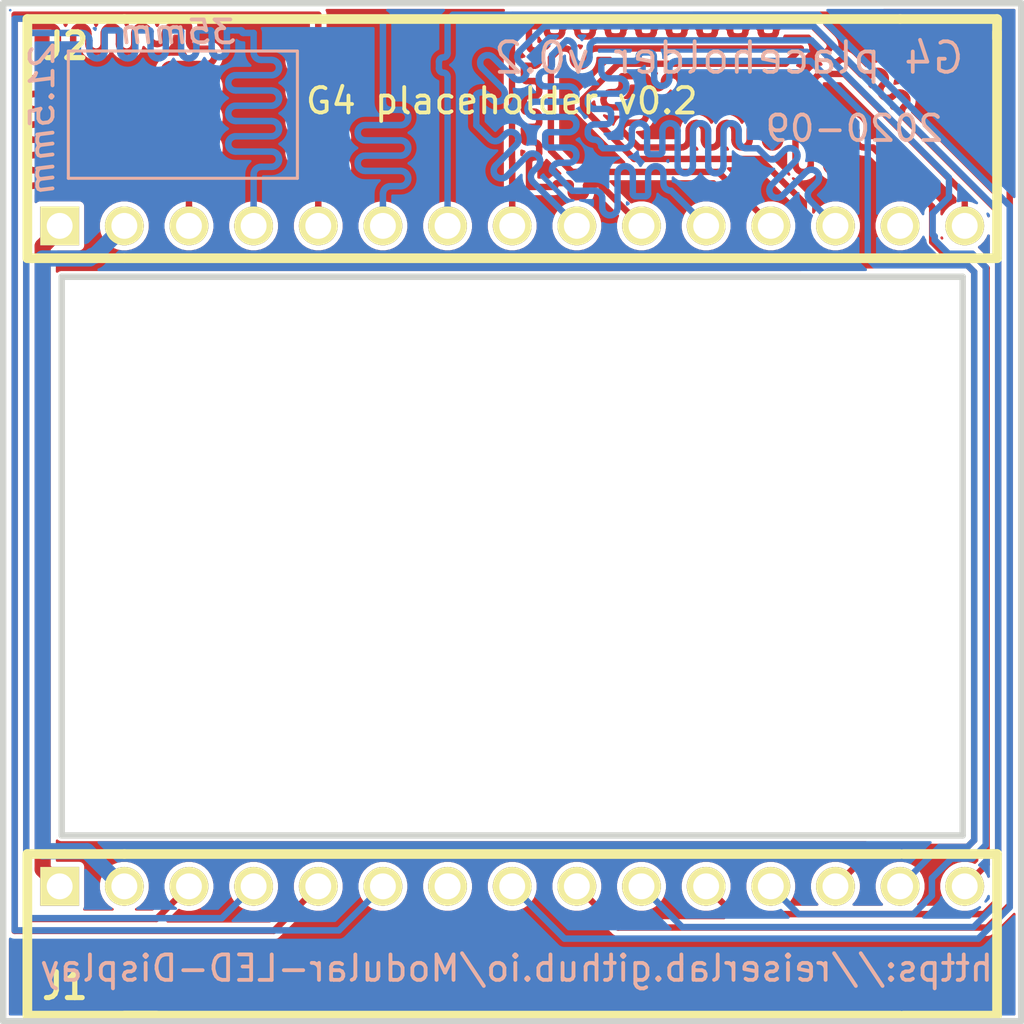
<source format=kicad_pcb>
(kicad_pcb (version 20171130) (host pcbnew 5.1.6)
  (layers (0 F.Cu signal) (31 B.Cu signal) (34 B.Paste user) (35 F.Paste user) (36 B.SilkS user) (37 F.SilkS user) (38 B.Mask user) (39 F.Mask user) (44 Edge.Cuts user))
  (net 0 "")
  (net 1 /EXT_INTO)
  (net 2 /CS7)
  (net 3 /CS6)
  (net 4 /CS5)
  (net 5 /CS4)
  (net 6 /CS3)
  (net 7 /CS2)
  (net 8 /CS1)
  (net 9 /CIPO)
  (net 10 /COPI)
  (net 11 /SCK)
  (net 12 /RESET)
  (net 13 GND)
  (net 14 +5V)
  (module placeholdere-feet:HEADER_TOP (layer F.Cu) (at 70 58.75)
    (fp_text reference J2 (at -17.549 -7.0706) (layer F.SilkS) (effects (font (size 1.016 1.016) (thickness 0.2032))))
    (fp_text value Conn_01x15_Female hide)
    (pad 15 thru_hole circle (at 17.78 0) (size 1.524 1.524) (drill 1.016) (layers *.Cu *.Mask F.SilkS) (net 1 /EXT_INTO))
    (pad 14 thru_hole circle (at 15.24 0) (size 1.524 1.524) (drill 1.016) (layers *.Cu *.Mask F.SilkS))
    (pad 13 thru_hole circle (at 12.7 0) (size 1.524 1.524) (drill 1.016) (layers *.Cu *.Mask F.SilkS) (net 2 /CS7))
    (pad 12 thru_hole circle (at 10.16 0) (size 1.524 1.524) (drill 1.016) (layers *.Cu *.Mask F.SilkS) (net 3 /CS6))
    (pad 11 thru_hole circle (at 7.62 0) (size 1.524 1.524) (drill 1.016) (layers *.Cu *.Mask F.SilkS) (net 4 /CS5))
    (pad 10 thru_hole circle (at 5.08 0) (size 1.524 1.524) (drill 1.016) (layers *.Cu *.Mask F.SilkS) (net 5 /CS4))
    (pad 9 thru_hole circle (at 2.54 0) (size 1.524 1.524) (drill 1.016) (layers *.Cu *.Mask F.SilkS) (net 6 /CS3))
    (pad 8 thru_hole circle (at 0 0) (size 1.524 1.524) (drill 1.016) (layers *.Cu *.Mask F.SilkS) (net 7 /CS2))
    (pad 7 thru_hole circle (at -2.54 0) (size 1.524 1.524) (drill 1.016) (layers *.Cu *.Mask F.SilkS) (net 8 /CS1))
    (pad 6 thru_hole circle (at -5.08 0) (size 1.524 1.524) (drill 1.016) (layers *.Cu *.Mask F.SilkS) (net 9 /CIPO))
    (pad 5 thru_hole circle (at -7.62 0) (size 1.524 1.524) (drill 1.016) (layers *.Cu *.Mask F.SilkS) (net 10 /COPI))
    (pad 4 thru_hole circle (at -10.16 0) (size 1.524 1.524) (drill 1.016) (layers *.Cu *.Mask F.SilkS) (net 11 /SCK))
    (pad 3 thru_hole circle (at -12.7 0) (size 1.524 1.524) (drill 1.016) (layers *.Cu *.Mask F.SilkS) (net 12 /RESET))
    (pad 2 thru_hole circle (at -15.24 0) (size 1.524 1.524) (drill 1.016) (layers *.Cu *.Mask F.SilkS) (net 13 GND))
    (pad 1 thru_hole rect (at -17.78 0) (size 1.524 1.524) (drill 1.016) (layers *.Cu *.Mask F.SilkS) (net 14 +5V))
  )
  (module placeholdere-feet:HEADER_BOT (layer F.Cu) (at 70 84.7)
    (fp_text reference J1 (at -17.5744 3.9111) (layer F.SilkS) (effects (font (size 1.016 1.016) (thickness 0.2032))))
    (fp_text value Conn_01x15_Male hide)
    (pad 15 thru_hole circle (at 17.78 0) (size 1.524 1.524) (drill 1.016) (layers *.Cu *.Mask F.SilkS) (net 1 /EXT_INTO))
    (pad 14 thru_hole circle (at 15.24 0) (size 1.524 1.524) (drill 1.016) (layers *.Cu *.Mask F.SilkS) (net 2 /CS7))
    (pad 13 thru_hole circle (at 12.7 0) (size 1.524 1.524) (drill 1.016) (layers *.Cu *.Mask F.SilkS) (net 3 /CS6))
    (pad 12 thru_hole circle (at 10.16 0) (size 1.524 1.524) (drill 1.016) (layers *.Cu *.Mask F.SilkS) (net 4 /CS5))
    (pad 11 thru_hole circle (at 7.62 0) (size 1.524 1.524) (drill 1.016) (layers *.Cu *.Mask F.SilkS) (net 5 /CS4))
    (pad 10 thru_hole circle (at 5.08 0) (size 1.524 1.524) (drill 1.016) (layers *.Cu *.Mask F.SilkS) (net 6 /CS3))
    (pad 9 thru_hole circle (at 2.54 0) (size 1.524 1.524) (drill 1.016) (layers *.Cu *.Mask F.SilkS) (net 7 /CS2))
    (pad 8 thru_hole circle (at 0 0) (size 1.524 1.524) (drill 1.016) (layers *.Cu *.Mask F.SilkS) (net 8 /CS1))
    (pad 7 thru_hole circle (at -2.54 0) (size 1.524 1.524) (drill 1.016) (layers *.Cu *.Mask F.SilkS))
    (pad 6 thru_hole circle (at -5.08 0) (size 1.524 1.524) (drill 1.016) (layers *.Cu *.Mask F.SilkS) (net 9 /CIPO))
    (pad 5 thru_hole circle (at -7.62 0) (size 1.524 1.524) (drill 1.016) (layers *.Cu *.Mask F.SilkS) (net 10 /COPI))
    (pad 4 thru_hole circle (at -10.16 0) (size 1.524 1.524) (drill 1.016) (layers *.Cu *.Mask F.SilkS) (net 11 /SCK))
    (pad 3 thru_hole circle (at -12.7 0) (size 1.524 1.524) (drill 1.016) (layers *.Cu *.Mask F.SilkS) (net 12 /RESET))
    (pad 2 thru_hole circle (at -15.24 0) (size 1.524 1.524) (drill 1.016) (layers *.Cu *.Mask F.SilkS) (net 13 GND))
    (pad 1 thru_hole rect (at -17.78 0) (size 1.524 1.524) (drill 1.016) (layers *.Cu *.Mask F.SilkS) (net 14 +5V))
  )
  (gr_text 21.5mm (at 51.53 54.52 90) (layer B.SilkS) (effects (font (size 0.9 1) (thickness 0.15) italic) (justify mirror)))
  (gr_text 35mm (at 56.89 51.13) (layer B.SilkS) (effects (font (size 0.9 1) (thickness 0.15) italic) (justify mirror)))
  (gr_line (start 61.56 51.88) (end 52.56 51.88) (layer B.SilkS) (width 0.12))
  (gr_line (start 61.56 56.88) (end 61.56 51.88) (layer B.SilkS) (width 0.12))
  (gr_line (start 52.56 56.88) (end 61.56 56.88) (layer B.SilkS) (width 0.12))
  (gr_line (start 52.56 51.88) (end 52.56 56.88) (layer B.SilkS) (width 0.12))
  (gr_text https://reiserlab.github.io/Modular-LED-Display (at 70.17 87.92) (layer B.SilkS) (effects (font (size 1 1)) (justify mirror)))
  (gr_text 2020-09 (at 83.44 54.92) (layer B.SilkS) (effects (font (size 1 1)) (justify mirror)))
  (gr_text "G4 placeholder v0.2" (at 78.51 52.15) (layer B.SilkS) (effects (font (size 1.2 1.2)) (justify mirror)))
  (gr_text "G4 placeholder v0.2\n" (at 69.59 53.84) (layer F.SilkS) (effects (font (size 1 1))))
  (gr_line (start 87.7 60.75) (end 87.7 82.7) (layer Edge.Cuts) (width 0.25))
  (gr_line (start 52.3 60.75) (end 87.7 60.75) (layer Edge.Cuts) (width 0.25))
  (gr_line (start 52.3 82.7) (end 52.3 60.75) (layer Edge.Cuts) (width 0.25))
  (gr_line (start 87.7 82.7) (end 52.3 82.7) (layer Edge.Cuts) (width 0.25))
  (gr_line (start 90 50) (end 90 90) (layer Edge.Cuts) (width 0.25))
  (gr_line (start 50 50) (end 90 50) (layer Edge.Cuts) (width 0.25))
  (gr_line (start 50 50) (end 50 90) (layer Edge.Cuts) (width 0.25))
  (gr_line (start 50 90) (end 90 90) (layer Edge.Cuts) (width 0.25))
  (segment (start 87.78 57.511306) (end 87.78 58.75) (width 0.25) (layer F.Cu) (net 1))
  (segment (start 83.048694 52.78) (end 87.78 57.511306) (width 0.25) (layer F.Cu) (net 1))
  (segment (start 82.109653 52.787521) (end 82.17641 52.78) (width 0.25) (layer F.Cu) (net 1))
  (segment (start 82.046244 52.809709) (end 82.109653 52.787521) (width 0.25) (layer F.Cu) (net 1))
  (segment (start 81.989363 52.84545) (end 82.046244 52.809709) (width 0.25) (layer F.Cu) (net 1))
  (segment (start 81.883931 53.013243) (end 81.906119 52.949834) (width 0.25) (layer F.Cu) (net 1))
  (segment (start 81.87641 53.08) (end 81.883931 53.013243) (width 0.25) (layer F.Cu) (net 1))
  (segment (start 81.810959 53.632767) (end 81.8467 53.575886) (width 0.25) (layer F.Cu) (net 1))
  (segment (start 81.763456 53.68027) (end 81.810959 53.632767) (width 0.25) (layer F.Cu) (net 1))
  (segment (start 81.706575 53.716011) (end 81.763456 53.68027) (width 0.25) (layer F.Cu) (net 1))
  (segment (start 81.389363 53.68027) (end 81.446244 53.716011) (width 0.25) (layer F.Cu) (net 1))
  (segment (start 81.34186 53.632767) (end 81.389363 53.68027) (width 0.25) (layer F.Cu) (net 1))
  (segment (start 81.27641 53.08) (end 81.27641 53.445721) (width 0.25) (layer F.Cu) (net 1))
  (segment (start 81.106575 52.809709) (end 81.163456 52.84545) (width 0.25) (layer F.Cu) (net 1))
  (segment (start 81.043166 52.787521) (end 81.106575 52.809709) (width 0.25) (layer F.Cu) (net 1))
  (segment (start 80.97641 52.78) (end 81.043166 52.787521) (width 0.25) (layer F.Cu) (net 1))
  (segment (start 80.9264 52.83001) (end 80.97641 52.78) (width 0.25) (layer F.Cu) (net 1))
  (segment (start 79.833233 52.837531) (end 79.89999 52.83001) (width 0.25) (layer F.Cu) (net 1))
  (segment (start 79.29999 53.795731) (end 79.366746 53.788209) (width 0.25) (layer F.Cu) (net 1))
  (segment (start 78.992468 53.063253) (end 78.99999 53.13001) (width 0.25) (layer F.Cu) (net 1))
  (segment (start 78.766746 52.837531) (end 78.830155 52.859719) (width 0.25) (layer F.Cu) (net 1))
  (segment (start 78.512943 52.89546) (end 78.569824 52.859719) (width 0.25) (layer F.Cu) (net 1))
  (segment (start 78.39999 53.495731) (end 78.39999 53.13001) (width 0.25) (layer F.Cu) (net 1))
  (segment (start 78.287036 53.73028) (end 78.334539 53.682777) (width 0.25) (layer F.Cu) (net 1))
  (segment (start 77.734539 52.942963) (end 77.77028 52.999844) (width 0.25) (layer F.Cu) (net 1))
  (segment (start 77.49999 52.83001) (end 77.566746 52.837531) (width 0.25) (layer F.Cu) (net 1))
  (segment (start 77.229699 52.999844) (end 77.26544 52.942963) (width 0.25) (layer F.Cu) (net 1))
  (segment (start 77.207511 53.063253) (end 77.229699 52.999844) (width 0.25) (layer F.Cu) (net 1))
  (segment (start 77.192468 53.562487) (end 77.19999 53.495731) (width 0.25) (layer F.Cu) (net 1))
  (segment (start 82.17641 52.78) (end 83.048694 52.78) (width 0.25) (layer F.Cu) (net 1))
  (segment (start 77.17028 53.625896) (end 77.192468 53.562487) (width 0.25) (layer F.Cu) (net 1))
  (segment (start 81.94186 52.892953) (end 81.989363 52.84545) (width 0.25) (layer F.Cu) (net 1))
  (segment (start 76.966746 53.788209) (end 77.030155 53.766021) (width 0.25) (layer F.Cu) (net 1))
  (segment (start 81.906119 52.949834) (end 81.94186 52.892953) (width 0.25) (layer F.Cu) (net 1))
  (segment (start 76.89999 53.795731) (end 76.966746 53.788209) (width 0.25) (layer F.Cu) (net 1))
  (segment (start 81.87641 53.445721) (end 81.87641 53.08) (width 0.25) (layer F.Cu) (net 1))
  (segment (start 76.712943 53.73028) (end 76.769824 53.766021) (width 0.25) (layer F.Cu) (net 1))
  (segment (start 81.868888 53.512477) (end 81.87641 53.445721) (width 0.25) (layer F.Cu) (net 1))
  (segment (start 76.66544 53.682777) (end 76.712943 53.73028) (width 0.25) (layer F.Cu) (net 1))
  (segment (start 81.8467 53.575886) (end 81.868888 53.512477) (width 0.25) (layer F.Cu) (net 1))
  (segment (start 76.629699 53.625896) (end 76.66544 53.682777) (width 0.25) (layer F.Cu) (net 1))
  (segment (start 76.607511 53.562487) (end 76.629699 53.625896) (width 0.25) (layer F.Cu) (net 1))
  (segment (start 76.59999 53.495731) (end 76.607511 53.562487) (width 0.25) (layer F.Cu) (net 1))
  (segment (start 81.57641 53.745721) (end 81.643166 53.738199) (width 0.25) (layer F.Cu) (net 1))
  (segment (start 76.57028 52.999844) (end 76.592468 53.063253) (width 0.25) (layer F.Cu) (net 1))
  (segment (start 81.509653 53.738199) (end 81.57641 53.745721) (width 0.25) (layer F.Cu) (net 1))
  (segment (start 76.534539 52.942963) (end 76.57028 52.999844) (width 0.25) (layer F.Cu) (net 1))
  (segment (start 81.446244 53.716011) (end 81.509653 53.738199) (width 0.25) (layer F.Cu) (net 1))
  (segment (start 76.487036 52.89546) (end 76.534539 52.942963) (width 0.25) (layer F.Cu) (net 1))
  (segment (start 76.054936 52.886266) (end 76.103828 52.855546) (width 0.25) (layer F.Cu) (net 1))
  (segment (start 76.014106 52.927096) (end 76.054936 52.886266) (width 0.25) (layer F.Cu) (net 1))
  (segment (start 75.983386 52.975988) (end 76.014106 52.927096) (width 0.25) (layer F.Cu) (net 1))
  (segment (start 75.964315 53.03049) (end 75.983386 52.975988) (width 0.25) (layer F.Cu) (net 1))
  (segment (start 75.951384 53.14525) (end 75.964315 53.03049) (width 0.25) (layer F.Cu) (net 1))
  (segment (start 75.932313 53.199752) (end 75.951384 53.14525) (width 0.25) (layer F.Cu) (net 1))
  (segment (start 75.901593 53.248644) (end 75.932313 53.199752) (width 0.25) (layer F.Cu) (net 1))
  (segment (start 75.860763 53.289474) (end 75.901593 53.248644) (width 0.25) (layer F.Cu) (net 1))
  (segment (start 75.811871 53.320194) (end 75.860763 53.289474) (width 0.25) (layer F.Cu) (net 1))
  (segment (start 79.30028 55.500155) (end 79.264539 55.557036) (width 0.25) (layer F.Cu) (net 1))
  (segment (start 79.322468 55.436746) (end 79.30028 55.500155) (width 0.25) (layer F.Cu) (net 1))
  (segment (start 79.89999 52.83001) (end 80.9264 52.83001) (width 0.25) (layer F.Cu) (net 1))
  (segment (start 79.359699 54.874103) (end 79.337511 54.937512) (width 0.25) (layer F.Cu) (net 1))
  (segment (start 81.306119 53.575886) (end 81.34186 53.632767) (width 0.25) (layer F.Cu) (net 1))
  (segment (start 76.29999 52.83001) (end 76.366746 52.837531) (width 0.25) (layer F.Cu) (net 1))
  (segment (start 79.62999 54.704269) (end 79.563233 54.71179) (width 0.25) (layer F.Cu) (net 1))
  (segment (start 80.763233 54.71179) (end 80.699824 54.733978) (width 0.25) (layer F.Cu) (net 1))
  (segment (start 79.712943 52.89546) (end 79.769824 52.859719) (width 0.25) (layer F.Cu) (net 1))
  (segment (start 76.760155 55.64028) (end 76.696746 55.662468) (width 0.25) (layer F.Cu) (net 1))
  (segment (start 79.39544 54.817222) (end 79.359699 54.874103) (width 0.25) (layer F.Cu) (net 1))
  (segment (start 81.283931 53.512477) (end 81.306119 53.575886) (width 0.25) (layer F.Cu) (net 1))
  (segment (start 76.21571 52.83001) (end 76.29999 52.83001) (width 0.25) (layer F.Cu) (net 1))
  (segment (start 79.696746 54.71179) (end 79.62999 54.704269) (width 0.25) (layer F.Cu) (net 1))
  (segment (start 79.66544 52.942963) (end 79.712943 52.89546) (width 0.25) (layer F.Cu) (net 1))
  (segment (start 76.817036 55.604539) (end 76.760155 55.64028) (width 0.25) (layer F.Cu) (net 1))
  (segment (start 76.366746 52.837531) (end 76.430155 52.859719) (width 0.25) (layer F.Cu) (net 1))
  (segment (start 79.563233 54.71179) (end 79.499824 54.733978) (width 0.25) (layer F.Cu) (net 1))
  (segment (start 79.337511 54.937512) (end 79.32999 55.004269) (width 0.25) (layer F.Cu) (net 1))
  (segment (start 79.769824 52.859719) (end 79.833233 52.837531) (width 0.25) (layer F.Cu) (net 1))
  (segment (start 76.696746 55.662468) (end 76.62999 55.66999) (width 0.25) (layer F.Cu) (net 1))
  (segment (start 79.817036 54.769719) (end 79.760155 54.733978) (width 0.25) (layer F.Cu) (net 1))
  (segment (start 80.960155 54.733978) (end 80.896746 54.71179) (width 0.25) (layer F.Cu) (net 1))
  (segment (start 81.268888 53.013243) (end 81.27641 53.08) (width 0.25) (layer F.Cu) (net 1))
  (segment (start 79.864539 54.817222) (end 79.817036 54.769719) (width 0.25) (layer F.Cu) (net 1))
  (segment (start 81.017036 54.769719) (end 80.960155 54.733978) (width 0.25) (layer F.Cu) (net 1))
  (segment (start 86.5 59.38) (end 86.5 57.99) (width 0.25) (layer F.Cu) (net 1))
  (segment (start 79.59999 53.13001) (end 79.607511 53.063253) (width 0.25) (layer F.Cu) (net 1))
  (segment (start 83.699824 55.64028) (end 83.642943 55.604539) (width 0.25) (layer F.Cu) (net 1))
  (segment (start 76.922468 55.436746) (end 76.90028 55.500155) (width 0.25) (layer F.Cu) (net 1))
  (segment (start 81.064539 54.817222) (end 81.017036 54.769719) (width 0.25) (layer F.Cu) (net 1))
  (segment (start 79.99544 55.557036) (end 79.959699 55.500155) (width 0.25) (layer F.Cu) (net 1))
  (segment (start 81.159699 56.465877) (end 81.137511 56.402468) (width 0.25) (layer F.Cu) (net 1))
  (segment (start 80.042943 55.604539) (end 79.99544 55.557036) (width 0.25) (layer F.Cu) (net 1))
  (segment (start 80.099824 55.64028) (end 80.042943 55.604539) (width 0.25) (layer F.Cu) (net 1))
  (segment (start 80.163233 55.662468) (end 80.099824 55.64028) (width 0.25) (layer F.Cu) (net 1))
  (segment (start 80.296746 55.662468) (end 80.22999 55.66999) (width 0.25) (layer F.Cu) (net 1))
  (segment (start 82.563233 56.62819) (end 82.499824 56.606002) (width 0.25) (layer F.Cu) (net 1))
  (segment (start 80.360155 55.64028) (end 80.296746 55.662468) (width 0.25) (layer F.Cu) (net 1))
  (segment (start 82.62999 56.635711) (end 82.563233 56.62819) (width 0.25) (layer F.Cu) (net 1))
  (segment (start 80.50028 55.500155) (end 80.464539 55.557036) (width 0.25) (layer F.Cu) (net 1))
  (segment (start 82.817036 56.570261) (end 82.760155 56.606002) (width 0.25) (layer F.Cu) (net 1))
  (segment (start 80.522468 55.436746) (end 80.50028 55.500155) (width 0.25) (layer F.Cu) (net 1))
  (segment (start 81.70028 56.465877) (end 81.664539 56.522758) (width 0.25) (layer F.Cu) (net 1))
  (segment (start 82.864539 56.522758) (end 82.817036 56.570261) (width 0.25) (layer F.Cu) (net 1))
  (segment (start 80.52999 55.36999) (end 80.522468 55.436746) (width 0.25) (layer F.Cu) (net 1))
  (segment (start 81.722468 56.402468) (end 81.70028 56.465877) (width 0.25) (layer F.Cu) (net 1))
  (segment (start 82.90028 56.465877) (end 82.864539 56.522758) (width 0.25) (layer F.Cu) (net 1))
  (segment (start 78.97028 52.999844) (end 78.992468 53.063253) (width 0.25) (layer F.Cu) (net 1))
  (segment (start 77.537511 55.436746) (end 77.52999 55.36999) (width 0.25) (layer F.Cu) (net 1))
  (segment (start 80.52999 55.004269) (end 80.52999 55.36999) (width 0.25) (layer F.Cu) (net 1))
  (segment (start 81.72999 56.335711) (end 81.722468 56.402468) (width 0.25) (layer F.Cu) (net 1))
  (segment (start 82.922468 56.402468) (end 82.90028 56.465877) (width 0.25) (layer F.Cu) (net 1))
  (segment (start 78.934539 52.942963) (end 78.97028 52.999844) (width 0.25) (layer F.Cu) (net 1))
  (segment (start 77.559699 55.500155) (end 77.537511 55.436746) (width 0.25) (layer F.Cu) (net 1))
  (segment (start 81.643166 53.738199) (end 81.706575 53.716011) (width 0.25) (layer F.Cu) (net 1))
  (segment (start 75.757369 53.339265) (end 75.811871 53.320194) (width 0.25) (layer F.Cu) (net 1))
  (segment (start 80.537511 54.937512) (end 80.52999 55.004269) (width 0.25) (layer F.Cu) (net 1))
  (segment (start 81.72999 55.004269) (end 81.72999 56.335711) (width 0.25) (layer F.Cu) (net 1))
  (segment (start 82.92999 56.335711) (end 82.922468 56.402468) (width 0.25) (layer F.Cu) (net 1))
  (segment (start 78.887036 52.89546) (end 78.934539 52.942963) (width 0.25) (layer F.Cu) (net 1))
  (segment (start 77.59544 55.557036) (end 77.559699 55.500155) (width 0.25) (layer F.Cu) (net 1))
  (segment (start 80.559699 54.874103) (end 80.537511 54.937512) (width 0.25) (layer F.Cu) (net 1))
  (segment (start 81.737511 54.937512) (end 81.72999 55.004269) (width 0.25) (layer F.Cu) (net 1))
  (segment (start 82.92999 55.004269) (end 82.92999 56.335711) (width 0.25) (layer F.Cu) (net 1))
  (segment (start 79.096746 55.662468) (end 79.02999 55.66999) (width 0.25) (layer F.Cu) (net 1))
  (segment (start 78.830155 52.859719) (end 78.887036 52.89546) (width 0.25) (layer F.Cu) (net 1))
  (segment (start 77.642943 55.604539) (end 77.59544 55.557036) (width 0.25) (layer F.Cu) (net 1))
  (segment (start 75.55833 53.339265) (end 75.61571 53.345731) (width 0.25) (layer F.Cu) (net 1))
  (segment (start 74.3 52.88641) (end 74.31641 52.87) (width 0.25) (layer F.Cu) (net 1))
  (segment (start 76.430155 52.859719) (end 76.487036 52.89546) (width 0.25) (layer F.Cu) (net 1))
  (segment (start 75.503828 53.320194) (end 75.55833 53.339265) (width 0.25) (layer F.Cu) (net 1))
  (segment (start 80.896746 54.71179) (end 80.82999 54.704269) (width 0.25) (layer F.Cu) (net 1))
  (segment (start 81.27641 53.445721) (end 81.283931 53.512477) (width 0.25) (layer F.Cu) (net 1))
  (segment (start 79.760155 54.733978) (end 79.696746 54.71179) (width 0.25) (layer F.Cu) (net 1))
  (segment (start 79.59999 53.495731) (end 79.59999 53.13001) (width 0.25) (layer F.Cu) (net 1))
  (segment (start 76.92999 55.36999) (end 76.922468 55.436746) (width 0.25) (layer F.Cu) (net 1))
  (segment (start 83.642943 55.604539) (end 83.59544 55.557036) (width 0.25) (layer F.Cu) (net 1))
  (segment (start 79.442943 54.769719) (end 79.39544 54.817222) (width 0.25) (layer F.Cu) (net 1))
  (segment (start 78.46544 52.942963) (end 78.512943 52.89546) (width 0.25) (layer F.Cu) (net 1))
  (segment (start 78.017036 55.604539) (end 77.960155 55.64028) (width 0.25) (layer F.Cu) (net 1))
  (segment (start 79.629699 52.999844) (end 79.66544 52.942963) (width 0.25) (layer F.Cu) (net 1))
  (segment (start 76.864539 55.557036) (end 76.817036 55.604539) (width 0.25) (layer F.Cu) (net 1))
  (segment (start 81.10028 54.874103) (end 81.064539 54.817222) (width 0.25) (layer F.Cu) (net 1))
  (segment (start 83.52999 55.36999) (end 83.52999 55.004269) (width 0.25) (layer F.Cu) (net 1))
  (segment (start 81.122468 54.937512) (end 81.10028 54.874103) (width 0.25) (layer F.Cu) (net 1))
  (segment (start 81.12999 55.004269) (end 81.122468 54.937512) (width 0.25) (layer F.Cu) (net 1))
  (segment (start 76.103828 52.855546) (end 76.15833 52.836475) (width 0.25) (layer F.Cu) (net 1))
  (segment (start 81.12999 56.335711) (end 81.12999 55.004269) (width 0.25) (layer F.Cu) (net 1))
  (segment (start 81.210959 52.892953) (end 81.2467 52.949834) (width 0.25) (layer F.Cu) (net 1))
  (segment (start 79.922468 54.937512) (end 79.90028 54.874103) (width 0.25) (layer F.Cu) (net 1))
  (segment (start 79.592468 53.562487) (end 79.59999 53.495731) (width 0.25) (layer F.Cu) (net 1))
  (segment (start 76.92999 55.004269) (end 76.92999 55.36999) (width 0.25) (layer F.Cu) (net 1))
  (segment (start 81.137511 56.402468) (end 81.12999 56.335711) (width 0.25) (layer F.Cu) (net 1))
  (segment (start 79.959699 55.500155) (end 79.937511 55.436746) (width 0.25) (layer F.Cu) (net 1))
  (segment (start 81.163456 52.84545) (end 81.210959 52.892953) (width 0.25) (layer F.Cu) (net 1))
  (segment (start 79.92999 55.004269) (end 79.922468 54.937512) (width 0.25) (layer F.Cu) (net 1))
  (segment (start 82.30028 54.874103) (end 82.264539 54.817222) (width 0.25) (layer F.Cu) (net 1))
  (segment (start 78.392468 53.562487) (end 78.39999 53.495731) (width 0.25) (layer F.Cu) (net 1))
  (segment (start 78.12999 55.004269) (end 78.12999 55.36999) (width 0.25) (layer F.Cu) (net 1))
  (segment (start 81.363233 56.62819) (end 81.299824 56.606002) (width 0.25) (layer F.Cu) (net 1))
  (segment (start 80.22999 55.66999) (end 80.163233 55.662468) (width 0.25) (layer F.Cu) (net 1))
  (segment (start 81.42999 56.635711) (end 81.363233 56.62819) (width 0.25) (layer F.Cu) (net 1))
  (segment (start 81.664539 56.522758) (end 81.617036 56.570261) (width 0.25) (layer F.Cu) (net 1))
  (segment (start 75.61571 53.345731) (end 75.69999 53.345731) (width 0.25) (layer F.Cu) (net 1))
  (segment (start 75.265721 54.39359) (end 75.258199 54.326833) (width 0.25) (layer F.Cu) (net 1))
  (segment (start 77.687036 52.89546) (end 77.734539 52.942963) (width 0.25) (layer F.Cu) (net 1))
  (segment (start 78.79544 55.557036) (end 78.759699 55.500155) (width 0.25) (layer F.Cu) (net 1))
  (segment (start 74.292479 53.260346) (end 74.3 53.19359) (width 0.25) (layer F.Cu) (net 1))
  (segment (start 79.57028 53.625896) (end 79.592468 53.562487) (width 0.25) (layer F.Cu) (net 1))
  (segment (start 76.937511 54.937512) (end 76.92999 55.004269) (width 0.25) (layer F.Cu) (net 1))
  (segment (start 84.17999 55.66999) (end 83.82999 55.66999) (width 0.25) (layer F.Cu) (net 1))
  (segment (start 83.163233 54.71179) (end 83.099824 54.733978) (width 0.25) (layer F.Cu) (net 1))
  (segment (start 82.02999 54.704269) (end 81.963233 54.71179) (width 0.25) (layer F.Cu) (net 1))
  (segment (start 83.59544 55.557036) (end 83.559699 55.500155) (width 0.25) (layer F.Cu) (net 1))
  (segment (start 76.592468 53.063253) (end 76.59999 53.13001) (width 0.25) (layer F.Cu) (net 1))
  (segment (start 83.52999 55.004269) (end 83.522468 54.937512) (width 0.25) (layer F.Cu) (net 1))
  (segment (start 79.32999 55.36999) (end 79.322468 55.436746) (width 0.25) (layer F.Cu) (net 1))
  (segment (start 82.937511 54.937512) (end 82.92999 55.004269) (width 0.25) (layer F.Cu) (net 1))
  (segment (start 83.82999 55.66999) (end 83.763233 55.662468) (width 0.25) (layer F.Cu) (net 1))
  (segment (start 81.759699 54.874103) (end 81.737511 54.937512) (width 0.25) (layer F.Cu) (net 1))
  (segment (start 77.699824 55.64028) (end 77.642943 55.604539) (width 0.25) (layer F.Cu) (net 1))
  (segment (start 83.559699 55.500155) (end 83.537511 55.436746) (width 0.25) (layer F.Cu) (net 1))
  (segment (start 88.639968 60.411492) (end 88.074457 59.845981) (width 0.25) (layer F.Cu) (net 1))
  (segment (start 79.499824 54.733978) (end 79.442943 54.769719) (width 0.25) (layer F.Cu) (net 1))
  (segment (start 82.096746 54.71179) (end 82.02999 54.704269) (width 0.25) (layer F.Cu) (net 1))
  (segment (start 78.429699 52.999844) (end 78.46544 52.942963) (width 0.25) (layer F.Cu) (net 1))
  (segment (start 78.064539 55.557036) (end 78.017036 55.604539) (width 0.25) (layer F.Cu) (net 1))
  (segment (start 76.90028 55.500155) (end 76.864539 55.557036) (width 0.25) (layer F.Cu) (net 1))
  (segment (start 81.560155 56.606002) (end 81.496746 56.62819) (width 0.25) (layer F.Cu) (net 1))
  (segment (start 77.829699 53.625896) (end 77.86544 53.682777) (width 0.25) (layer F.Cu) (net 1))
  (segment (start 78.664539 54.817222) (end 78.617036 54.769719) (width 0.25) (layer F.Cu) (net 1))
  (segment (start 79.007511 53.562487) (end 79.029699 53.625896) (width 0.25) (layer F.Cu) (net 1))
  (segment (start 77.50028 54.874103) (end 77.464539 54.817222) (width 0.25) (layer F.Cu) (net 1))
  (segment (start 82.442943 56.570261) (end 82.39544 56.522758) (width 0.25) (layer F.Cu) (net 1))
  (segment (start 78.42999 54.704269) (end 78.363233 54.71179) (width 0.25) (layer F.Cu) (net 1))
  (segment (start 80.417036 55.604539) (end 80.360155 55.64028) (width 0.25) (layer F.Cu) (net 1))
  (segment (start 82.696746 56.62819) (end 82.62999 56.635711) (width 0.25) (layer F.Cu) (net 1))
  (segment (start 79.607511 53.063253) (end 79.629699 52.999844) (width 0.25) (layer F.Cu) (net 1))
  (segment (start 83.537511 55.436746) (end 83.52999 55.36999) (width 0.25) (layer F.Cu) (net 1))
  (segment (start 82.39544 56.522758) (end 82.359699 56.465877) (width 0.25) (layer F.Cu) (net 1))
  (segment (start 78.09999 53.795731) (end 78.166746 53.788209) (width 0.25) (layer F.Cu) (net 1))
  (segment (start 78.363233 54.71179) (end 78.299824 54.733978) (width 0.25) (layer F.Cu) (net 1))
  (segment (start 82.99544 54.817222) (end 82.959699 54.874103) (width 0.25) (layer F.Cu) (net 1))
  (segment (start 81.842943 54.769719) (end 81.79544 54.817222) (width 0.25) (layer F.Cu) (net 1))
  (segment (start 78.633233 52.837531) (end 78.69999 52.83001) (width 0.25) (layer F.Cu) (net 1))
  (segment (start 77.82999 55.66999) (end 77.763233 55.662468) (width 0.25) (layer F.Cu) (net 1))
  (segment (start 77.26544 52.942963) (end 77.312943 52.89546) (width 0.25) (layer F.Cu) (net 1))
  (segment (start 76.59999 53.13001) (end 76.59999 53.495731) (width 0.25) (layer F.Cu) (net 1))
  (segment (start 83.522468 54.937512) (end 83.50028 54.874103) (width 0.25) (layer F.Cu) (net 1))
  (segment (start 81.2467 52.949834) (end 81.268888 53.013243) (width 0.25) (layer F.Cu) (net 1))
  (segment (start 79.90028 54.874103) (end 79.864539 54.817222) (width 0.25) (layer F.Cu) (net 1))
  (segment (start 88.074457 59.845981) (end 87.724021 59.845979) (width 0.25) (layer F.Cu) (net 1))
  (segment (start 77.312943 52.89546) (end 77.369824 52.859719) (width 0.25) (layer F.Cu) (net 1))
  (segment (start 83.50028 54.874103) (end 83.464539 54.817222) (width 0.25) (layer F.Cu) (net 1))
  (segment (start 82.959699 54.874103) (end 82.937511 54.937512) (width 0.25) (layer F.Cu) (net 1))
  (segment (start 79.32999 55.004269) (end 79.32999 55.36999) (width 0.25) (layer F.Cu) (net 1))
  (segment (start 78.69999 52.83001) (end 78.766746 52.837531) (width 0.25) (layer F.Cu) (net 1))
  (segment (start 77.763233 55.662468) (end 77.699824 55.64028) (width 0.25) (layer F.Cu) (net 1))
  (segment (start 86.965979 59.845979) (end 86.5 59.38) (width 0.25) (layer F.Cu) (net 1))
  (segment (start 88.639968 83.840032) (end 88.639968 60.411492) (width 0.25) (layer F.Cu) (net 1))
  (segment (start 73.754114 53.523299) (end 73.817523 53.501111) (width 0.25) (layer F.Cu) (net 1))
  (segment (start 81.899824 54.733978) (end 81.842943 54.769719) (width 0.25) (layer F.Cu) (net 1))
  (segment (start 77.433233 52.837531) (end 77.49999 52.83001) (width 0.25) (layer F.Cu) (net 1))
  (segment (start 83.417036 54.769719) (end 83.360155 54.733978) (width 0.25) (layer F.Cu) (net 1))
  (segment (start 79.02999 55.66999) (end 78.963233 55.662468) (width 0.25) (layer F.Cu) (net 1))
  (segment (start 78.569824 52.859719) (end 78.633233 52.837531) (width 0.25) (layer F.Cu) (net 1))
  (segment (start 77.896746 55.662468) (end 77.82999 55.66999) (width 0.25) (layer F.Cu) (net 1))
  (segment (start 81.79544 54.817222) (end 81.759699 54.874103) (width 0.25) (layer F.Cu) (net 1))
  (segment (start 87.724021 59.845979) (end 86.965979 59.845979) (width 0.25) (layer F.Cu) (net 1))
  (segment (start 83.763233 55.662468) (end 83.699824 55.64028) (width 0.25) (layer F.Cu) (net 1))
  (segment (start 80.464539 55.557036) (end 80.417036 55.604539) (width 0.25) (layer F.Cu) (net 1))
  (segment (start 82.760155 56.606002) (end 82.696746 56.62819) (width 0.25) (layer F.Cu) (net 1))
  (segment (start 77.369824 52.859719) (end 77.433233 52.837531) (width 0.25) (layer F.Cu) (net 1))
  (segment (start 83.464539 54.817222) (end 83.417036 54.769719) (width 0.25) (layer F.Cu) (net 1))
  (segment (start 81.617036 56.570261) (end 81.560155 56.606002) (width 0.25) (layer F.Cu) (net 1))
  (segment (start 78.70028 54.874103) (end 78.664539 54.817222) (width 0.25) (layer F.Cu) (net 1))
  (segment (start 78.99999 53.495731) (end 79.007511 53.562487) (width 0.25) (layer F.Cu) (net 1))
  (segment (start 77.522468 54.937512) (end 77.50028 54.874103) (width 0.25) (layer F.Cu) (net 1))
  (segment (start 82.499824 56.606002) (end 82.442943 56.570261) (width 0.25) (layer F.Cu) (net 1))
  (segment (start 81.496746 56.62819) (end 81.42999 56.635711) (width 0.25) (layer F.Cu) (net 1))
  (segment (start 87.78 84.7) (end 88.639968 83.840032) (width 0.25) (layer F.Cu) (net 1))
  (segment (start 77.86544 53.682777) (end 77.912943 53.73028) (width 0.25) (layer F.Cu) (net 1))
  (segment (start 78.617036 54.769719) (end 78.560155 54.733978) (width 0.25) (layer F.Cu) (net 1))
  (segment (start 77.77028 52.999844) (end 77.792468 53.063253) (width 0.25) (layer F.Cu) (net 1))
  (segment (start 78.737511 55.436746) (end 78.72999 55.36999) (width 0.25) (layer F.Cu) (net 1))
  (segment (start 83.042943 54.769719) (end 82.99544 54.817222) (width 0.25) (layer F.Cu) (net 1))
  (segment (start 81.299824 56.606002) (end 81.242943 56.570261) (width 0.25) (layer F.Cu) (net 1))
  (segment (start 79.169824 53.766021) (end 79.233233 53.788209) (width 0.25) (layer F.Cu) (net 1))
  (segment (start 77.296746 54.71179) (end 77.22999 54.704269) (width 0.25) (layer F.Cu) (net 1))
  (segment (start 82.359699 56.465877) (end 82.337511 56.402468) (width 0.25) (layer F.Cu) (net 1))
  (segment (start 78.166746 53.788209) (end 78.230155 53.766021) (width 0.25) (layer F.Cu) (net 1))
  (segment (start 78.299824 54.733978) (end 78.242943 54.769719) (width 0.25) (layer F.Cu) (net 1))
  (segment (start 83.099824 54.733978) (end 83.042943 54.769719) (width 0.25) (layer F.Cu) (net 1))
  (segment (start 77.163233 54.71179) (end 77.099824 54.733978) (width 0.25) (layer F.Cu) (net 1))
  (segment (start 82.32999 56.335711) (end 82.32999 55.004269) (width 0.25) (layer F.Cu) (net 1))
  (segment (start 78.19544 54.817222) (end 78.159699 54.874103) (width 0.25) (layer F.Cu) (net 1))
  (segment (start 81.242943 56.570261) (end 81.19544 56.522758) (width 0.25) (layer F.Cu) (net 1))
  (segment (start 79.233233 53.788209) (end 79.29999 53.795731) (width 0.25) (layer F.Cu) (net 1))
  (segment (start 77.22999 54.704269) (end 77.163233 54.71179) (width 0.25) (layer F.Cu) (net 1))
  (segment (start 86.5 57.99) (end 84.17999 55.66999) (width 0.25) (layer F.Cu) (net 1))
  (segment (start 82.337511 56.402468) (end 82.32999 56.335711) (width 0.25) (layer F.Cu) (net 1))
  (segment (start 78.230155 53.766021) (end 78.287036 53.73028) (width 0.25) (layer F.Cu) (net 1))
  (segment (start 78.242943 54.769719) (end 78.19544 54.817222) (width 0.25) (layer F.Cu) (net 1))
  (segment (start 79.366746 53.788209) (end 79.430155 53.766021) (width 0.25) (layer F.Cu) (net 1))
  (segment (start 77.099824 54.733978) (end 77.042943 54.769719) (width 0.25) (layer F.Cu) (net 1))
  (segment (start 82.32999 55.004269) (end 82.322468 54.937512) (width 0.25) (layer F.Cu) (net 1))
  (segment (start 78.334539 53.682777) (end 78.37028 53.625896) (width 0.25) (layer F.Cu) (net 1))
  (segment (start 78.159699 54.874103) (end 78.137511 54.937512) (width 0.25) (layer F.Cu) (net 1))
  (segment (start 81.19544 56.522758) (end 81.159699 56.465877) (width 0.25) (layer F.Cu) (net 1))
  (segment (start 82.322468 54.937512) (end 82.30028 54.874103) (width 0.25) (layer F.Cu) (net 1))
  (segment (start 78.37028 53.625896) (end 78.392468 53.562487) (width 0.25) (layer F.Cu) (net 1))
  (segment (start 78.137511 54.937512) (end 78.12999 55.004269) (width 0.25) (layer F.Cu) (net 1))
  (segment (start 76.959699 54.874103) (end 76.937511 54.937512) (width 0.25) (layer F.Cu) (net 1))
  (segment (start 74.31641 52.87) (end 74.96 52.87) (width 0.25) (layer F.Cu) (net 1))
  (segment (start 76.15833 52.836475) (end 76.21571 52.83001) (width 0.25) (layer F.Cu) (net 1))
  (segment (start 82.264539 54.817222) (end 82.217036 54.769719) (width 0.25) (layer F.Cu) (net 1))
  (segment (start 78.12999 55.36999) (end 78.122468 55.436746) (width 0.25) (layer F.Cu) (net 1))
  (segment (start 82.217036 54.769719) (end 82.160155 54.733978) (width 0.25) (layer F.Cu) (net 1))
  (segment (start 78.39999 53.13001) (end 78.407511 53.063253) (width 0.25) (layer F.Cu) (net 1))
  (segment (start 78.122468 55.436746) (end 78.10028 55.500155) (width 0.25) (layer F.Cu) (net 1))
  (segment (start 82.160155 54.733978) (end 82.096746 54.71179) (width 0.25) (layer F.Cu) (net 1))
  (segment (start 78.407511 53.063253) (end 78.429699 52.999844) (width 0.25) (layer F.Cu) (net 1))
  (segment (start 78.10028 55.500155) (end 78.064539 55.557036) (width 0.25) (layer F.Cu) (net 1))
  (segment (start 79.487036 53.73028) (end 79.534539 53.682777) (width 0.25) (layer F.Cu) (net 1))
  (segment (start 76.99544 54.817222) (end 76.959699 54.874103) (width 0.25) (layer F.Cu) (net 1))
  (segment (start 79.217036 55.604539) (end 79.160155 55.64028) (width 0.25) (layer F.Cu) (net 1))
  (segment (start 77.792468 53.063253) (end 77.79999 53.13001) (width 0.25) (layer F.Cu) (net 1))
  (segment (start 78.72999 55.36999) (end 78.72999 55.004269) (width 0.25) (layer F.Cu) (net 1))
  (segment (start 81.963233 54.71179) (end 81.899824 54.733978) (width 0.25) (layer F.Cu) (net 1))
  (segment (start 77.960155 55.64028) (end 77.896746 55.662468) (width 0.25) (layer F.Cu) (net 1))
  (segment (start 79.534539 53.682777) (end 79.57028 53.625896) (width 0.25) (layer F.Cu) (net 1))
  (segment (start 79.160155 55.64028) (end 79.096746 55.662468) (width 0.25) (layer F.Cu) (net 1))
  (segment (start 77.52999 55.36999) (end 77.52999 55.004269) (width 0.25) (layer F.Cu) (net 1))
  (segment (start 78.99999 53.13001) (end 78.99999 53.495731) (width 0.25) (layer F.Cu) (net 1))
  (segment (start 77.52999 55.004269) (end 77.522468 54.937512) (width 0.25) (layer F.Cu) (net 1))
  (segment (start 77.464539 54.817222) (end 77.417036 54.769719) (width 0.25) (layer F.Cu) (net 1))
  (segment (start 79.06544 53.682777) (end 79.112943 53.73028) (width 0.25) (layer F.Cu) (net 1))
  (segment (start 77.417036 54.769719) (end 77.360155 54.733978) (width 0.25) (layer F.Cu) (net 1))
  (segment (start 79.112943 53.73028) (end 79.169824 53.766021) (width 0.25) (layer F.Cu) (net 1))
  (segment (start 77.360155 54.733978) (end 77.296746 54.71179) (width 0.25) (layer F.Cu) (net 1))
  (segment (start 79.430155 53.766021) (end 79.487036 53.73028) (width 0.25) (layer F.Cu) (net 1))
  (segment (start 79.264539 55.557036) (end 79.217036 55.604539) (width 0.25) (layer F.Cu) (net 1))
  (segment (start 77.042943 54.769719) (end 76.99544 54.817222) (width 0.25) (layer F.Cu) (net 1))
  (segment (start 79.029699 53.625896) (end 79.06544 53.682777) (width 0.25) (layer F.Cu) (net 1))
  (segment (start 76.62999 55.66999) (end 74.9764 55.66999) (width 0.25) (layer F.Cu) (net 1))
  (segment (start 74.9764 55.66999) (end 74.3 54.99359) (width 0.25) (layer F.Cu) (net 1))
  (segment (start 74.066757 53.486068) (end 74.130166 53.46388) (width 0.25) (layer F.Cu) (net 1))
  (segment (start 80.82999 54.704269) (end 80.763233 54.71179) (width 0.25) (layer F.Cu) (net 1))
  (segment (start 74.3 54.99359) (end 74.307521 54.926833) (width 0.25) (layer F.Cu) (net 1))
  (segment (start 74.307521 54.926833) (end 74.329709 54.863424) (width 0.25) (layer F.Cu) (net 1))
  (segment (start 80.699824 54.733978) (end 80.642943 54.769719) (width 0.25) (layer F.Cu) (net 1))
  (segment (start 74.329709 54.863424) (end 74.36545 54.806543) (width 0.25) (layer F.Cu) (net 1))
  (segment (start 80.642943 54.769719) (end 80.59544 54.817222) (width 0.25) (layer F.Cu) (net 1))
  (segment (start 74.36545 54.806543) (end 74.412953 54.75904) (width 0.25) (layer F.Cu) (net 1))
  (segment (start 80.59544 54.817222) (end 80.559699 54.874103) (width 0.25) (layer F.Cu) (net 1))
  (segment (start 74.412953 54.75904) (end 74.469834 54.723299) (width 0.25) (layer F.Cu) (net 1))
  (segment (start 74.469834 54.723299) (end 74.533243 54.701111) (width 0.25) (layer F.Cu) (net 1))
  (segment (start 74.6 54.69359) (end 74.965721 54.69359) (width 0.25) (layer F.Cu) (net 1))
  (segment (start 74.965721 54.69359) (end 75.032477 54.686068) (width 0.25) (layer F.Cu) (net 1))
  (segment (start 75.032477 54.686068) (end 75.095886 54.66388) (width 0.25) (layer F.Cu) (net 1))
  (segment (start 75.095886 54.66388) (end 75.152767 54.628139) (width 0.25) (layer F.Cu) (net 1))
  (segment (start 75.152767 54.628139) (end 75.20027 54.580636) (width 0.25) (layer F.Cu) (net 1))
  (segment (start 75.20027 54.580636) (end 75.236011 54.523755) (width 0.25) (layer F.Cu) (net 1))
  (segment (start 83.360155 54.733978) (end 83.296746 54.71179) (width 0.25) (layer F.Cu) (net 1))
  (segment (start 78.963233 55.662468) (end 78.899824 55.64028) (width 0.25) (layer F.Cu) (net 1))
  (segment (start 74.187047 53.428139) (end 74.23455 53.380636) (width 0.25) (layer F.Cu) (net 1))
  (segment (start 75.236011 54.523755) (end 75.258199 54.460346) (width 0.25) (layer F.Cu) (net 1))
  (segment (start 77.566746 52.837531) (end 77.630155 52.859719) (width 0.25) (layer F.Cu) (net 1))
  (segment (start 78.899824 55.64028) (end 78.842943 55.604539) (width 0.25) (layer F.Cu) (net 1))
  (segment (start 83.296746 54.71179) (end 83.22999 54.704269) (width 0.25) (layer F.Cu) (net 1))
  (segment (start 74.23455 53.380636) (end 74.270291 53.323755) (width 0.25) (layer F.Cu) (net 1))
  (segment (start 75.258199 54.460346) (end 75.265721 54.39359) (width 0.25) (layer F.Cu) (net 1))
  (segment (start 77.630155 52.859719) (end 77.687036 52.89546) (width 0.25) (layer F.Cu) (net 1))
  (segment (start 78.842943 55.604539) (end 78.79544 55.557036) (width 0.25) (layer F.Cu) (net 1))
  (segment (start 83.22999 54.704269) (end 83.163233 54.71179) (width 0.25) (layer F.Cu) (net 1))
  (segment (start 74.270291 53.323755) (end 74.292479 53.260346) (width 0.25) (layer F.Cu) (net 1))
  (segment (start 75.69999 53.345731) (end 75.757369 53.339265) (width 0.25) (layer F.Cu) (net 1))
  (segment (start 75.258199 54.326833) (end 75.236011 54.263424) (width 0.25) (layer F.Cu) (net 1))
  (segment (start 75.236011 54.263424) (end 75.20027 54.206543) (width 0.25) (layer F.Cu) (net 1))
  (segment (start 75.20027 54.206543) (end 75.152767 54.15904) (width 0.25) (layer F.Cu) (net 1))
  (segment (start 75.152767 54.15904) (end 75.095886 54.123299) (width 0.25) (layer F.Cu) (net 1))
  (segment (start 77.79999 53.13001) (end 77.79999 53.495731) (width 0.25) (layer F.Cu) (net 1))
  (segment (start 78.72999 55.004269) (end 78.722468 54.937512) (width 0.25) (layer F.Cu) (net 1))
  (segment (start 74.99999 52.83001) (end 75.09999 52.83001) (width 0.25) (layer F.Cu) (net 1))
  (segment (start 75.095886 54.123299) (end 75.032477 54.101111) (width 0.25) (layer F.Cu) (net 1))
  (segment (start 77.79999 53.495731) (end 77.807511 53.562487) (width 0.25) (layer F.Cu) (net 1))
  (segment (start 78.722468 54.937512) (end 78.70028 54.874103) (width 0.25) (layer F.Cu) (net 1))
  (segment (start 75.09999 52.83001) (end 75.157369 52.836475) (width 0.25) (layer F.Cu) (net 1))
  (segment (start 79.937511 55.436746) (end 79.92999 55.36999) (width 0.25) (layer F.Cu) (net 1))
  (segment (start 75.032477 54.101111) (end 74.965721 54.09359) (width 0.25) (layer F.Cu) (net 1))
  (segment (start 79.92999 55.36999) (end 79.92999 55.004269) (width 0.25) (layer F.Cu) (net 1))
  (segment (start 74.965721 54.09359) (end 73.884279 54.09359) (width 0.25) (layer F.Cu) (net 1))
  (segment (start 73.884279 54.09359) (end 73.817523 54.086068) (width 0.25) (layer F.Cu) (net 1))
  (segment (start 76.769824 53.766021) (end 76.833233 53.788209) (width 0.25) (layer F.Cu) (net 1))
  (segment (start 73.817523 54.086068) (end 73.754114 54.06388) (width 0.25) (layer F.Cu) (net 1))
  (segment (start 76.833233 53.788209) (end 76.89999 53.795731) (width 0.25) (layer F.Cu) (net 1))
  (segment (start 73.754114 54.06388) (end 73.697233 54.028139) (width 0.25) (layer F.Cu) (net 1))
  (segment (start 73.697233 54.028139) (end 73.64973 53.980636) (width 0.25) (layer F.Cu) (net 1))
  (segment (start 73.64973 53.980636) (end 73.613989 53.923755) (width 0.25) (layer F.Cu) (net 1))
  (segment (start 77.030155 53.766021) (end 77.087036 53.73028) (width 0.25) (layer F.Cu) (net 1))
  (segment (start 73.613989 53.923755) (end 73.591801 53.860346) (width 0.25) (layer F.Cu) (net 1))
  (segment (start 77.087036 53.73028) (end 77.134539 53.682777) (width 0.25) (layer F.Cu) (net 1))
  (segment (start 73.591801 53.860346) (end 73.584279 53.79359) (width 0.25) (layer F.Cu) (net 1))
  (segment (start 77.134539 53.682777) (end 77.17028 53.625896) (width 0.25) (layer F.Cu) (net 1))
  (segment (start 73.584279 53.79359) (end 73.591801 53.726833) (width 0.25) (layer F.Cu) (net 1))
  (segment (start 73.591801 53.726833) (end 73.613989 53.663424) (width 0.25) (layer F.Cu) (net 1))
  (segment (start 73.613989 53.663424) (end 73.64973 53.606543) (width 0.25) (layer F.Cu) (net 1))
  (segment (start 77.19999 53.495731) (end 77.19999 53.13001) (width 0.25) (layer F.Cu) (net 1))
  (segment (start 73.64973 53.606543) (end 73.697233 53.55904) (width 0.25) (layer F.Cu) (net 1))
  (segment (start 77.19999 53.13001) (end 77.207511 53.063253) (width 0.25) (layer F.Cu) (net 1))
  (segment (start 73.697233 53.55904) (end 73.754114 53.523299) (width 0.25) (layer F.Cu) (net 1))
  (segment (start 73.817523 53.501111) (end 73.884279 53.49359) (width 0.25) (layer F.Cu) (net 1))
  (segment (start 73.884279 53.49359) (end 74 53.49359) (width 0.25) (layer F.Cu) (net 1))
  (segment (start 74 53.49359) (end 74.066757 53.486068) (width 0.25) (layer F.Cu) (net 1))
  (segment (start 74.130166 53.46388) (end 74.187047 53.428139) (width 0.25) (layer F.Cu) (net 1))
  (segment (start 78.759699 55.500155) (end 78.737511 55.436746) (width 0.25) (layer F.Cu) (net 1))
  (segment (start 74.3 53.19359) (end 74.3 52.88641) (width 0.25) (layer F.Cu) (net 1))
  (segment (start 74.533243 54.701111) (end 74.6 54.69359) (width 0.25) (layer F.Cu) (net 1))
  (segment (start 74.96 52.87) (end 74.99999 52.83001) (width 0.25) (layer F.Cu) (net 1))
  (segment (start 77.807511 53.562487) (end 77.829699 53.625896) (width 0.25) (layer F.Cu) (net 1))
  (segment (start 75.157369 52.836475) (end 75.211871 52.855546) (width 0.25) (layer F.Cu) (net 1))
  (segment (start 75.211871 52.855546) (end 75.260763 52.886266) (width 0.25) (layer F.Cu) (net 1))
  (segment (start 75.260763 52.886266) (end 75.301593 52.927096) (width 0.25) (layer F.Cu) (net 1))
  (segment (start 77.912943 53.73028) (end 77.969824 53.766021) (width 0.25) (layer F.Cu) (net 1))
  (segment (start 78.560155 54.733978) (end 78.496746 54.71179) (width 0.25) (layer F.Cu) (net 1))
  (segment (start 75.301593 52.927096) (end 75.332313 52.975988) (width 0.25) (layer F.Cu) (net 1))
  (segment (start 77.969824 53.766021) (end 78.033233 53.788209) (width 0.25) (layer F.Cu) (net 1))
  (segment (start 78.496746 54.71179) (end 78.42999 54.704269) (width 0.25) (layer F.Cu) (net 1))
  (segment (start 75.332313 52.975988) (end 75.351384 53.03049) (width 0.25) (layer F.Cu) (net 1))
  (segment (start 78.033233 53.788209) (end 78.09999 53.795731) (width 0.25) (layer F.Cu) (net 1))
  (segment (start 75.351384 53.03049) (end 75.364315 53.14525) (width 0.25) (layer F.Cu) (net 1))
  (segment (start 75.364315 53.14525) (end 75.383386 53.199752) (width 0.25) (layer F.Cu) (net 1))
  (segment (start 75.383386 53.199752) (end 75.414106 53.248644) (width 0.25) (layer F.Cu) (net 1))
  (segment (start 75.414106 53.248644) (end 75.454936 53.289474) (width 0.25) (layer F.Cu) (net 1))
  (segment (start 75.454936 53.289474) (end 75.503828 53.320194) (width 0.25) (layer F.Cu) (net 1))
  (segment (start 87.887228 60.29799) (end 88.15201 60.562772) (width 0.254) (layer B.Cu) (net 2))
  (segment (start 88.15201 60.562772) (end 88.15201 82.887228) (width 0.254) (layer B.Cu) (net 2))
  (segment (start 88.15201 82.887228) (end 87.887228 83.15201) (width 0.254) (layer B.Cu) (net 2))
  (segment (start 87.887228 83.15201) (end 86.78799 83.15201) (width 0.254) (layer B.Cu) (net 2))
  (segment (start 86.78799 83.15201) (end 85.24 84.7) (width 0.254) (layer B.Cu) (net 2))
  (segment (start 84.24799 60.29799) (end 87.887228 60.29799) (width 0.254) (layer B.Cu) (net 2))
  (segment (start 83.97 60.02) (end 84.24799 60.29799) (width 0.254) (layer B.Cu) (net 2))
  (segment (start 76.167478 53.020741) (end 76.175 52.953985) (width 0.25) (layer B.Cu) (net 2))
  (segment (start 76.14529 53.08415) (end 76.167478 53.020741) (width 0.25) (layer B.Cu) (net 2))
  (segment (start 76.005165 53.224275) (end 76.062046 53.188534) (width 0.25) (layer B.Cu) (net 2))
  (segment (start 75.687953 53.188534) (end 75.744834 53.224275) (width 0.25) (layer B.Cu) (net 2))
  (segment (start 75.575 52.27) (end 75.575 52.953985) (width 0.25) (layer B.Cu) (net 2))
  (segment (start 75.566992 52.27) (end 75.575 52.27) (width 0.25) (layer B.Cu) (net 2))
  (segment (start 75.566992 52.103008) (end 75.566992 52.27) (width 0.25) (layer B.Cu) (net 2))
  (segment (start 75.562805 52.065848) (end 75.566992 52.103008) (width 0.25) (layer B.Cu) (net 2))
  (segment (start 75.550454 52.030552) (end 75.562805 52.065848) (width 0.25) (layer B.Cu) (net 2))
  (segment (start 75.4 51.936015) (end 75.437159 51.940202) (width 0.25) (layer B.Cu) (net 2))
  (segment (start 75.029866 51.972448) (end 75.061528 51.952553) (width 0.25) (layer B.Cu) (net 2))
  (segment (start 75.003424 51.99889) (end 75.029866 51.972448) (width 0.25) (layer B.Cu) (net 2))
  (segment (start 74.962805 52.140168) (end 74.971178 52.065848) (width 0.25) (layer B.Cu) (net 2))
  (segment (start 74.930559 52.207126) (end 74.950454 52.175464) (width 0.25) (layer B.Cu) (net 2))
  (segment (start 74.904117 52.233568) (end 74.930559 52.207126) (width 0.25) (layer B.Cu) (net 2))
  (segment (start 74.872455 52.253463) (end 74.904117 52.233568) (width 0.25) (layer B.Cu) (net 2))
  (segment (start 74.8 52.27) (end 74.837159 52.265814) (width 0.25) (layer B.Cu) (net 2))
  (segment (start 73.5 52.27) (end 74.8 52.27) (width 0.25) (layer B.Cu) (net 2))
  (segment (start 73.5 52.655) (end 73.5 52.27) (width 0.25) (layer B.Cu) (net 2))
  (segment (start 73.507521 52.721756) (end 73.5 52.655) (width 0.25) (layer B.Cu) (net 2))
  (segment (start 73.529709 52.785165) (end 73.507521 52.721756) (width 0.25) (layer B.Cu) (net 2))
  (segment (start 73.56545 52.842046) (end 73.529709 52.785165) (width 0.25) (layer B.Cu) (net 2))
  (segment (start 73.669834 52.92529) (end 73.612953 52.889549) (width 0.25) (layer B.Cu) (net 2))
  (segment (start 73.733243 52.947478) (end 73.669834 52.92529) (width 0.25) (layer B.Cu) (net 2))
  (segment (start 77.092478 56.450742) (end 77.07029 56.514151) (width 0.25) (layer B.Cu) (net 2))
  (segment (start 76.866756 56.676464) (end 76.8 56.683985) (width 0.25) (layer B.Cu) (net 2))
  (segment (start 81.792975 56.54397) (end 81.725796 56.54397) (width 0.25) (layer B.Cu) (net 2))
  (segment (start 81.009939 55.71039) (end 80.944445 55.695441) (width 0.25) (layer B.Cu) (net 2))
  (segment (start 76.56545 56.571032) (end 76.529709 56.514151) (width 0.25) (layer B.Cu) (net 2))
  (segment (start 75.3 55.816993) (end 75.3 55.016015) (width 0.25) (layer B.Cu) (net 2))
  (segment (start 77.1 56.383985) (end 77.092478 56.450742) (width 0.25) (layer B.Cu) (net 2))
  (segment (start 76.930165 56.654276) (end 76.866756 56.676464) (width 0.25) (layer B.Cu) (net 2))
  (segment (start 77.1 55.016015) (end 77.1 56.383985) (width 0.25) (layer B.Cu) (net 2))
  (segment (start 76.987046 56.618535) (end 76.930165 56.654276) (width 0.25) (layer B.Cu) (net 2))
  (segment (start 81.164873 55.833945) (end 81.122988 55.781423) (width 0.25) (layer B.Cu) (net 2))
  (segment (start 75.325523 55.889937) (end 75.311585 55.867754) (width 0.25) (layer B.Cu) (net 2))
  (segment (start 76.204709 52.439834) (end 76.24045 52.382953) (width 0.25) (layer B.Cu) (net 2))
  (segment (start 77.129709 54.885849) (end 77.107521 54.949258) (width 0.25) (layer B.Cu) (net 2))
  (segment (start 81.194021 55.894471) (end 81.164873 55.833945) (width 0.25) (layer B.Cu) (net 2))
  (segment (start 75.344048 55.908462) (end 75.325523 55.889937) (width 0.25) (layer B.Cu) (net 2))
  (segment (start 77.212953 54.781465) (end 77.16545 54.828968) (width 0.25) (layer B.Cu) (net 2))
  (segment (start 77.333243 54.723536) (end 77.269834 54.745724) (width 0.25) (layer B.Cu) (net 2))
  (segment (start 75.783008 55.933985) (end 75.416992 55.933985) (width 0.25) (layer B.Cu) (net 2))
  (segment (start 74.530165 55.67029) (end 74.466756 55.692478) (width 0.25) (layer B.Cu) (net 2))
  (segment (start 77.4 54.716015) (end 77.333243 54.723536) (width 0.25) (layer B.Cu) (net 2))
  (segment (start 78.533243 54.723536) (end 78.469834 54.745724) (width 0.25) (layer B.Cu) (net 2))
  (segment (start 75.809041 55.931052) (end 75.783008 55.933985) (width 0.25) (layer B.Cu) (net 2))
  (segment (start 77.466756 54.723536) (end 77.4 54.716015) (width 0.25) (layer B.Cu) (net 2))
  (segment (start 78.6 54.716015) (end 78.533243 54.723536) (width 0.25) (layer B.Cu) (net 2))
  (segment (start 75.833768 55.9224) (end 75.809041 55.931052) (width 0.25) (layer B.Cu) (net 2))
  (segment (start 77.67029 54.885849) (end 77.634549 54.828968) (width 0.25) (layer B.Cu) (net 2))
  (segment (start 75.897066 55.843027) (end 75.888414 55.867754) (width 0.25) (layer B.Cu) (net 2))
  (segment (start 77.692478 54.949258) (end 77.67029 54.885849) (width 0.25) (layer B.Cu) (net 2))
  (segment (start 75.9 55.816993) (end 75.897066 55.843027) (width 0.25) (layer B.Cu) (net 2))
  (segment (start 77.707521 56.450742) (end 77.7 56.383985) (width 0.25) (layer B.Cu) (net 2))
  (segment (start 78.9 55.4) (end 78.9 55.016015) (width 0.25) (layer B.Cu) (net 2))
  (segment (start 75.929709 54.885849) (end 75.907521 54.949258) (width 0.25) (layer B.Cu) (net 2))
  (segment (start 74.812953 54.781465) (end 74.76545 54.828968) (width 0.25) (layer B.Cu) (net 2))
  (segment (start 77.729709 56.514151) (end 77.707521 56.450742) (width 0.25) (layer B.Cu) (net 2))
  (segment (start 78.907521 55.466756) (end 78.9 55.4) (width 0.25) (layer B.Cu) (net 2))
  (segment (start 75.96545 54.828968) (end 75.929709 54.885849) (width 0.25) (layer B.Cu) (net 2))
  (segment (start 73.8 52.955) (end 73.733243 52.947478) (width 0.25) (layer B.Cu) (net 2))
  (segment (start 77.76545 56.571032) (end 77.729709 56.514151) (width 0.25) (layer B.Cu) (net 2))
  (segment (start 74.183985 52.955) (end 73.8 52.955) (width 0.25) (layer B.Cu) (net 2))
  (segment (start 77.812953 56.618535) (end 77.76545 56.571032) (width 0.25) (layer B.Cu) (net 2))
  (segment (start 75 54.716015) (end 74.933243 54.723536) (width 0.25) (layer B.Cu) (net 2))
  (segment (start 77.869834 56.654276) (end 77.812953 56.618535) (width 0.25) (layer B.Cu) (net 2))
  (segment (start 79.012953 55.634549) (end 78.96545 55.587046) (width 0.25) (layer B.Cu) (net 2))
  (segment (start 75.066756 54.723536) (end 75 54.716015) (width 0.25) (layer B.Cu) (net 2))
  (segment (start 77.933243 56.676464) (end 77.869834 56.654276) (width 0.25) (layer B.Cu) (net 2))
  (segment (start 79.069834 55.67029) (end 79.012953 55.634549) (width 0.25) (layer B.Cu) (net 2))
  (segment (start 78 56.683985) (end 77.933243 56.676464) (width 0.25) (layer B.Cu) (net 2))
  (segment (start 78.130165 56.654276) (end 78.066756 56.676464) (width 0.25) (layer B.Cu) (net 2))
  (segment (start 78.187046 56.618535) (end 78.130165 56.654276) (width 0.25) (layer B.Cu) (net 2))
  (segment (start 76.733243 56.676464) (end 76.669834 56.654276) (width 0.25) (layer B.Cu) (net 2))
  (segment (start 74.454275 53.124834) (end 74.418534 53.067953) (width 0.25) (layer B.Cu) (net 2))
  (segment (start 78.3 55.016015) (end 78.3 56.383985) (width 0.25) (layer B.Cu) (net 2))
  (segment (start 78.412953 54.781465) (end 78.36545 54.828968) (width 0.25) (layer B.Cu) (net 2))
  (segment (start 78.469834 54.745724) (end 78.412953 54.781465) (width 0.25) (layer B.Cu) (net 2))
  (segment (start 78.666756 54.723536) (end 78.6 54.716015) (width 0.25) (layer B.Cu) (net 2))
  (segment (start 77.530165 54.745724) (end 77.466756 54.723536) (width 0.25) (layer B.Cu) (net 2))
  (segment (start 75.855951 55.908462) (end 75.833768 55.9224) (width 0.25) (layer B.Cu) (net 2))
  (segment (start 78.834549 54.828968) (end 78.787046 54.781465) (width 0.25) (layer B.Cu) (net 2))
  (segment (start 78.87029 54.885849) (end 78.834549 54.828968) (width 0.25) (layer B.Cu) (net 2))
  (segment (start 78.892478 54.949258) (end 78.87029 54.885849) (width 0.25) (layer B.Cu) (net 2))
  (segment (start 78.9 55.016015) (end 78.892478 54.949258) (width 0.25) (layer B.Cu) (net 2))
  (segment (start 78.929709 55.530165) (end 78.907521 55.466756) (width 0.25) (layer B.Cu) (net 2))
  (segment (start 78.96545 55.587046) (end 78.929709 55.530165) (width 0.25) (layer B.Cu) (net 2))
  (segment (start 79.133243 55.692478) (end 79.069834 55.67029) (width 0.25) (layer B.Cu) (net 2))
  (segment (start 79.2 55.7) (end 79.133243 55.692478) (width 0.25) (layer B.Cu) (net 2))
  (segment (start 74.707521 54.949258) (end 74.7 55.016015) (width 0.25) (layer B.Cu) (net 2))
  (segment (start 82.042551 56.743) (end 82.013403 56.682474) (width 0.25) (layer B.Cu) (net 2))
  (segment (start 80.00294 56.052941) (end 79.65 55.7) (width 0.25) (layer B.Cu) (net 2))
  (segment (start 80.055462 56.094826) (end 80.00294 56.052941) (width 0.25) (layer B.Cu) (net 2))
  (segment (start 75.302933 55.843027) (end 75.3 55.816993) (width 0.25) (layer B.Cu) (net 2))
  (segment (start 80.191043 57.561898) (end 80.149156 57.509374) (width 0.25) (layer B.Cu) (net 2))
  (segment (start 78.27029 56.514151) (end 78.234549 56.571032) (width 0.25) (layer B.Cu) (net 2))
  (segment (start 80.115988 56.123974) (end 80.055462 56.094826) (width 0.25) (layer B.Cu) (net 2))
  (segment (start 75.311585 55.867754) (end 75.302933 55.843027) (width 0.25) (layer B.Cu) (net 2))
  (segment (start 80.243566 57.603783) (end 80.191043 57.561898) (width 0.25) (layer B.Cu) (net 2))
  (segment (start 78.292478 56.450742) (end 78.27029 56.514151) (width 0.25) (layer B.Cu) (net 2))
  (segment (start 80.304092 57.632931) (end 80.243566 57.603783) (width 0.25) (layer B.Cu) (net 2))
  (segment (start 77.16545 54.828968) (end 77.129709 54.885849) (width 0.25) (layer B.Cu) (net 2))
  (segment (start 81.20897 55.959966) (end 81.194021 55.894471) (width 0.25) (layer B.Cu) (net 2))
  (segment (start 74.950454 52.175464) (end 74.962805 52.140168) (width 0.25) (layer B.Cu) (net 2))
  (segment (start 81.658114 57.697477) (end 81.628967 57.636951) (width 0.25) (layer B.Cu) (net 2))
  (segment (start 76.069834 54.745724) (end 76.012953 54.781465) (width 0.25) (layer B.Cu) (net 2))
  (segment (start 74.183985 53.555) (end 74.250741 53.547478) (width 0.25) (layer B.Cu) (net 2))
  (segment (start 81.725796 56.54397) (end 81.660302 56.558919) (width 0.25) (layer B.Cu) (net 2))
  (segment (start 82.013403 57.001694) (end 82.042551 56.941168) (width 0.25) (layer B.Cu) (net 2))
  (segment (start 76.387046 54.781465) (end 76.330165 54.745724) (width 0.25) (layer B.Cu) (net 2))
  (segment (start 73.024265 53.655525) (end 73.066541 53.613249) (width 0.25) (layer B.Cu) (net 2))
  (segment (start 80.615307 57.561898) (end 80.562784 57.603782) (width 0.25) (layer B.Cu) (net 2))
  (segment (start 80.698723 55.781423) (end 80.427204 56.052941) (width 0.25) (layer B.Cu) (net 2))
  (segment (start 75.187046 54.781465) (end 75.130165 54.745724) (width 0.25) (layer B.Cu) (net 2))
  (segment (start 74.31415 52.984709) (end 74.250741 52.962521) (width 0.25) (layer B.Cu) (net 2))
  (segment (start 81.660302 56.558919) (end 81.599776 56.588066) (width 0.25) (layer B.Cu) (net 2))
  (segment (start 78.066756 56.676464) (end 78 56.683985) (width 0.25) (layer B.Cu) (net 2))
  (segment (start 82.7 58.75) (end 81.7 57.75) (width 0.25) (layer B.Cu) (net 2))
  (segment (start 79.65 55.7) (end 79.2 55.7) (width 0.25) (layer B.Cu) (net 2))
  (segment (start 82.042551 56.941168) (end 82.0575 56.875673) (width 0.25) (layer B.Cu) (net 2))
  (segment (start 80.181483 56.138923) (end 80.115988 56.123974) (width 0.25) (layer B.Cu) (net 2))
  (segment (start 81.7 57.75) (end 81.658114 57.697477) (width 0.25) (layer B.Cu) (net 2))
  (segment (start 75.9 55.016015) (end 75.9 55.816993) (width 0.25) (layer B.Cu) (net 2))
  (segment (start 74.729709 54.885849) (end 74.707521 54.949258) (width 0.25) (layer B.Cu) (net 2))
  (segment (start 76.012953 54.781465) (end 75.96545 54.828968) (width 0.25) (layer B.Cu) (net 2))
  (segment (start 74.250741 53.547478) (end 74.31415 53.52529) (width 0.25) (layer B.Cu) (net 2))
  (segment (start 78.234549 56.571032) (end 78.187046 56.618535) (width 0.25) (layer B.Cu) (net 2))
  (segment (start 75.366231 55.9224) (end 75.344048 55.908462) (width 0.25) (layer B.Cu) (net 2))
  (segment (start 80.436764 57.647878) (end 80.369586 57.647879) (width 0.25) (layer B.Cu) (net 2))
  (segment (start 80.314156 56.123974) (end 80.248661 56.138923) (width 0.25) (layer B.Cu) (net 2))
  (segment (start 74.933243 54.723536) (end 74.869834 54.745724) (width 0.25) (layer B.Cu) (net 2))
  (segment (start 81.7 57.325735) (end 81.971518 57.054216) (width 0.25) (layer B.Cu) (net 2))
  (segment (start 81.971518 56.629952) (end 81.918995 56.588066) (width 0.25) (layer B.Cu) (net 2))
  (segment (start 75.292478 54.949258) (end 75.27029 54.885849) (width 0.25) (layer B.Cu) (net 2))
  (segment (start 80.10506 57.383354) (end 80.105061 57.316176) (width 0.25) (layer B.Cu) (net 2))
  (segment (start 81.72 52.27) (end 83.97 54.52) (width 0.25) (layer B.Cu) (net 2))
  (segment (start 80.120009 57.250681) (end 80.149157 57.190156) (width 0.25) (layer B.Cu) (net 2))
  (segment (start 75.874476 55.889937) (end 75.855951 55.908462) (width 0.25) (layer B.Cu) (net 2))
  (segment (start 82.0575 56.808495) (end 82.042551 56.743) (width 0.25) (layer B.Cu) (net 2))
  (segment (start 78.730165 54.745724) (end 78.666756 54.723536) (width 0.25) (layer B.Cu) (net 2))
  (segment (start 81.614018 57.571457) (end 81.614018 57.504278) (width 0.25) (layer B.Cu) (net 2))
  (segment (start 75.941756 53.246463) (end 76.005165 53.224275) (width 0.25) (layer B.Cu) (net 2))
  (segment (start 77.634549 54.828968) (end 77.587046 54.781465) (width 0.25) (layer B.Cu) (net 2))
  (segment (start 75.888414 55.867754) (end 75.874476 55.889937) (width 0.25) (layer B.Cu) (net 2))
  (segment (start 81.614018 57.504278) (end 81.628967 57.438784) (width 0.25) (layer B.Cu) (net 2))
  (segment (start 81.547253 56.629952) (end 81.063602 57.113602) (width 0.25) (layer B.Cu) (net 2))
  (segment (start 77.7 55.016015) (end 77.692478 54.949258) (width 0.25) (layer B.Cu) (net 2))
  (segment (start 81.858469 56.558919) (end 81.792975 56.54397) (width 0.25) (layer B.Cu) (net 2))
  (segment (start 75.744834 53.224275) (end 75.808243 53.246463) (width 0.25) (layer B.Cu) (net 2))
  (segment (start 73.5 54.763008) (end 73.5 54.755) (width 0.25) (layer B.Cu) (net 2))
  (segment (start 73.612953 52.889549) (end 73.56545 52.842046) (width 0.25) (layer B.Cu) (net 2))
  (segment (start 81.918995 56.588066) (end 81.858469 56.558919) (width 0.25) (layer B.Cu) (net 2))
  (segment (start 77.7 56.383985) (end 77.7 55.016015) (width 0.25) (layer B.Cu) (net 2))
  (segment (start 75.907521 54.949258) (end 75.9 55.016015) (width 0.25) (layer B.Cu) (net 2))
  (segment (start 74.76545 54.828968) (end 74.729709 54.885849) (width 0.25) (layer B.Cu) (net 2))
  (segment (start 82.0575 56.875673) (end 82.0575 56.808495) (width 0.25) (layer B.Cu) (net 2))
  (segment (start 81.628967 57.438784) (end 81.658114 57.378258) (width 0.25) (layer B.Cu) (net 2))
  (segment (start 75.582521 53.020741) (end 75.604709 53.08415) (width 0.25) (layer B.Cu) (net 2))
  (segment (start 73.066541 54.821257) (end 73.117164 54.789448) (width 0.25) (layer B.Cu) (net 2))
  (segment (start 74.587046 55.634549) (end 74.530165 55.67029) (width 0.25) (layer B.Cu) (net 2))
  (segment (start 80.751246 55.739537) (end 80.698723 55.781423) (width 0.25) (layer B.Cu) (net 2))
  (segment (start 81.658114 57.378258) (end 81.7 57.325735) (width 0.25) (layer B.Cu) (net 2))
  (segment (start 78.329709 54.885849) (end 78.307521 54.949258) (width 0.25) (layer B.Cu) (net 2))
  (segment (start 80.427204 56.052941) (end 80.374682 56.094826) (width 0.25) (layer B.Cu) (net 2))
  (segment (start 81.628967 57.636951) (end 81.614018 57.571457) (width 0.25) (layer B.Cu) (net 2))
  (segment (start 80.562784 57.603782) (end 80.502258 57.63293) (width 0.25) (layer B.Cu) (net 2))
  (segment (start 75.130165 54.745724) (end 75.066756 54.723536) (width 0.25) (layer B.Cu) (net 2))
  (segment (start 74.837159 52.265814) (end 74.872455 52.253463) (width 0.25) (layer B.Cu) (net 2))
  (segment (start 81.599776 56.588066) (end 81.547253 56.629952) (width 0.25) (layer B.Cu) (net 2))
  (segment (start 75.390958 55.931052) (end 75.366231 55.9224) (width 0.25) (layer B.Cu) (net 2))
  (segment (start 80.502258 57.63293) (end 80.436764 57.647878) (width 0.25) (layer B.Cu) (net 2))
  (segment (start 80.374682 56.094826) (end 80.314156 56.123974) (width 0.25) (layer B.Cu) (net 2))
  (segment (start 80.369586 57.647879) (end 80.304092 57.632931) (width 0.25) (layer B.Cu) (net 2))
  (segment (start 80.248661 56.138923) (end 80.181483 56.138923) (width 0.25) (layer B.Cu) (net 2))
  (segment (start 82.013403 56.682474) (end 81.971518 56.629952) (width 0.25) (layer B.Cu) (net 2))
  (segment (start 74.371031 53.489549) (end 74.418534 53.442046) (width 0.25) (layer B.Cu) (net 2))
  (segment (start 76.475 52.27) (end 81.72 52.27) (width 0.25) (layer B.Cu) (net 2))
  (segment (start 77.07029 56.514151) (end 77.034549 56.571032) (width 0.25) (layer B.Cu) (net 2))
  (segment (start 80.944445 55.695441) (end 80.877266 55.695441) (width 0.25) (layer B.Cu) (net 2))
  (segment (start 76.8 56.683985) (end 76.733243 56.676464) (width 0.25) (layer B.Cu) (net 2))
  (segment (start 75.3 55.016015) (end 75.292478 54.949258) (width 0.25) (layer B.Cu) (net 2))
  (segment (start 81.971518 57.054216) (end 82.013403 57.001694) (width 0.25) (layer B.Cu) (net 2))
  (segment (start 76.24045 52.382953) (end 76.287953 52.33545) (width 0.25) (layer B.Cu) (net 2))
  (segment (start 77.107521 54.949258) (end 77.1 55.016015) (width 0.25) (layer B.Cu) (net 2))
  (segment (start 73.842098 54.227286) (end 73.811698 54.196886) (width 0.25) (layer B.Cu) (net 2))
  (segment (start 80.149156 57.509374) (end 80.12001 57.448849) (width 0.25) (layer B.Cu) (net 2))
  (segment (start 80.12001 57.448849) (end 80.10506 57.383354) (width 0.25) (layer B.Cu) (net 2))
  (segment (start 80.149157 57.190156) (end 80.191042 57.137632) (width 0.25) (layer B.Cu) (net 2))
  (segment (start 80.191042 57.137632) (end 81.122988 56.205687) (width 0.25) (layer B.Cu) (net 2))
  (segment (start 81.122988 56.205687) (end 81.164873 56.153165) (width 0.25) (layer B.Cu) (net 2))
  (segment (start 81.164873 56.153165) (end 81.194021 56.092639) (width 0.25) (layer B.Cu) (net 2))
  (segment (start 75.061528 51.952553) (end 75.096824 51.940202) (width 0.25) (layer B.Cu) (net 2))
  (segment (start 73.399475 55.421257) (end 73.348852 55.389448) (width 0.25) (layer B.Cu) (net 2))
  (segment (start 78.787046 54.781465) (end 78.730165 54.745724) (width 0.25) (layer B.Cu) (net 2))
  (segment (start 81.122988 55.781423) (end 81.070465 55.739537) (width 0.25) (layer B.Cu) (net 2))
  (segment (start 81.194021 56.092639) (end 81.20897 56.027144) (width 0.25) (layer B.Cu) (net 2))
  (segment (start 75.096824 51.940202) (end 75.133984 51.936015) (width 0.25) (layer B.Cu) (net 2))
  (segment (start 73.348852 55.389448) (end 73.29242 55.369702) (width 0.25) (layer B.Cu) (net 2))
  (segment (start 74.7 55.016015) (end 74.7 55.4) (width 0.25) (layer B.Cu) (net 2))
  (segment (start 81.070465 55.739537) (end 81.009939 55.71039) (width 0.25) (layer B.Cu) (net 2))
  (segment (start 81.20897 56.027144) (end 81.20897 55.959966) (width 0.25) (layer B.Cu) (net 2))
  (segment (start 75.133984 51.936015) (end 75.4 51.936015) (width 0.25) (layer B.Cu) (net 2))
  (segment (start 73.29242 55.369702) (end 73.173596 55.356313) (width 0.25) (layer B.Cu) (net 2))
  (segment (start 80.877266 55.695441) (end 80.811772 55.71039) (width 0.25) (layer B.Cu) (net 2))
  (segment (start 74.634549 55.587046) (end 74.587046 55.634549) (width 0.25) (layer B.Cu) (net 2))
  (segment (start 80.811772 55.71039) (end 80.751246 55.739537) (width 0.25) (layer B.Cu) (net 2))
  (segment (start 78.36545 54.828968) (end 78.329709 54.885849) (width 0.25) (layer B.Cu) (net 2))
  (segment (start 78.307521 54.949258) (end 78.3 55.016015) (width 0.25) (layer B.Cu) (net 2))
  (segment (start 76.669834 56.654276) (end 76.612953 56.618535) (width 0.25) (layer B.Cu) (net 2))
  (segment (start 80.105061 57.316176) (end 80.120009 57.250681) (width 0.25) (layer B.Cu) (net 2))
  (segment (start 75.27029 54.885849) (end 75.234549 54.828968) (width 0.25) (layer B.Cu) (net 2))
  (segment (start 74.418534 53.067953) (end 74.371031 53.02045) (width 0.25) (layer B.Cu) (net 2))
  (segment (start 78.3 56.383985) (end 78.292478 56.450742) (width 0.25) (layer B.Cu) (net 2))
  (segment (start 76.612953 56.618535) (end 76.56545 56.571032) (width 0.25) (layer B.Cu) (net 2))
  (segment (start 75.234549 54.828968) (end 75.187046 54.781465) (width 0.25) (layer B.Cu) (net 2))
  (segment (start 74.371031 53.02045) (end 74.31415 52.984709) (width 0.25) (layer B.Cu) (net 2))
  (segment (start 74.250741 52.962521) (end 74.183985 52.955) (width 0.25) (layer B.Cu) (net 2))
  (segment (start 76.529709 56.514151) (end 76.507521 56.450742) (width 0.25) (layer B.Cu) (net 2))
  (segment (start 75.416992 55.933985) (end 75.390958 55.931052) (width 0.25) (layer B.Cu) (net 2))
  (segment (start 74.466756 55.692478) (end 74.4 55.7) (width 0.25) (layer B.Cu) (net 2))
  (segment (start 77.034549 56.571032) (end 76.987046 56.618535) (width 0.25) (layer B.Cu) (net 2))
  (segment (start 74.869834 54.745724) (end 74.812953 54.781465) (width 0.25) (layer B.Cu) (net 2))
  (segment (start 74.7 55.4) (end 74.692478 55.466756) (width 0.25) (layer B.Cu) (net 2))
  (segment (start 74.692478 55.466756) (end 74.67029 55.530165) (width 0.25) (layer B.Cu) (net 2))
  (segment (start 74.67029 55.530165) (end 74.634549 55.587046) (width 0.25) (layer B.Cu) (net 2))
  (segment (start 74.4 55.7) (end 73.57 55.7) (width 0.25) (layer B.Cu) (net 2))
  (segment (start 83.97 54.52) (end 83.97 58.162992) (width 0.25) (layer B.Cu) (net 2))
  (segment (start 73.57 55.7) (end 73.5 55.63) (width 0.25) (layer B.Cu) (net 2))
  (segment (start 83.97 58.162992) (end 83.97 60.02) (width 0.25) (layer B.Cu) (net 2))
  (segment (start 74.971178 52.065848) (end 74.983529 52.030552) (width 0.25) (layer B.Cu) (net 2))
  (segment (start 73.5 55.63) (end 73.493306 55.570588) (width 0.25) (layer B.Cu) (net 2))
  (segment (start 74.983529 52.030552) (end 75.003424 51.99889) (width 0.25) (layer B.Cu) (net 2))
  (segment (start 73.493306 55.570588) (end 73.47356 55.514156) (width 0.25) (layer B.Cu) (net 2))
  (segment (start 73.47356 55.514156) (end 73.441751 55.463533) (width 0.25) (layer B.Cu) (net 2))
  (segment (start 76.175 52.953985) (end 76.175 52.57) (width 0.25) (layer B.Cu) (net 2))
  (segment (start 73.883985 54.563008) (end 73.883985 54.346992) (width 0.25) (layer B.Cu) (net 2))
  (segment (start 74.418534 53.442046) (end 74.454275 53.385165) (width 0.25) (layer B.Cu) (net 2))
  (segment (start 73.441751 55.463533) (end 73.399475 55.421257) (width 0.25) (layer B.Cu) (net 2))
  (segment (start 76.175 52.57) (end 76.182521 52.503243) (width 0.25) (layer B.Cu) (net 2))
  (segment (start 73.883985 54.346992) (end 73.879171 54.304269) (width 0.25) (layer B.Cu) (net 2))
  (segment (start 74.454275 53.385165) (end 74.476463 53.321756) (width 0.25) (layer B.Cu) (net 2))
  (segment (start 77.587046 54.781465) (end 77.530165 54.745724) (width 0.25) (layer B.Cu) (net 2))
  (segment (start 73.173596 55.356313) (end 73.117164 55.336567) (width 0.25) (layer B.Cu) (net 2))
  (segment (start 75.437159 51.940202) (end 75.472455 51.952553) (width 0.25) (layer B.Cu) (net 2))
  (segment (start 73.117164 55.336567) (end 73.066541 55.304758) (width 0.25) (layer B.Cu) (net 2))
  (segment (start 76.344834 52.299709) (end 76.408243 52.277521) (width 0.25) (layer B.Cu) (net 2))
  (segment (start 73.775295 54.174013) (end 73.734715 54.159813) (width 0.25) (layer B.Cu) (net 2))
  (segment (start 75.472455 51.952553) (end 75.504117 51.972448) (width 0.25) (layer B.Cu) (net 2))
  (segment (start 73.066541 55.304758) (end 73.024265 55.262482) (width 0.25) (layer B.Cu) (net 2))
  (segment (start 76.408243 52.277521) (end 76.475 52.27) (width 0.25) (layer B.Cu) (net 2))
  (segment (start 73.734715 54.159813) (end 73.691993 54.155) (width 0.25) (layer B.Cu) (net 2))
  (segment (start 75.504117 51.972448) (end 75.530559 51.99889) (width 0.25) (layer B.Cu) (net 2))
  (segment (start 73.024265 55.262482) (end 72.992456 55.211859) (width 0.25) (layer B.Cu) (net 2))
  (segment (start 73.691993 54.155) (end 73.233007 54.155) (width 0.25) (layer B.Cu) (net 2))
  (segment (start 75.530559 51.99889) (end 75.550454 52.030552) (width 0.25) (layer B.Cu) (net 2))
  (segment (start 72.992456 55.211859) (end 72.97271 55.155427) (width 0.25) (layer B.Cu) (net 2))
  (segment (start 77.269834 54.745724) (end 77.212953 54.781465) (width 0.25) (layer B.Cu) (net 2))
  (segment (start 72.97271 55.155427) (end 72.966015 55.096016) (width 0.25) (layer B.Cu) (net 2))
  (segment (start 72.966015 55.096016) (end 72.966015 55.03) (width 0.25) (layer B.Cu) (net 2))
  (segment (start 73.117164 54.128559) (end 73.066541 54.09675) (width 0.25) (layer B.Cu) (net 2))
  (segment (start 72.966015 55.03) (end 72.97271 54.970588) (width 0.25) (layer B.Cu) (net 2))
  (segment (start 73.066541 54.09675) (end 73.024265 54.054474) (width 0.25) (layer B.Cu) (net 2))
  (segment (start 72.97271 54.970588) (end 72.992456 54.914156) (width 0.25) (layer B.Cu) (net 2))
  (segment (start 73.024265 54.054474) (end 72.992456 54.003851) (width 0.25) (layer B.Cu) (net 2))
  (segment (start 72.992456 54.914156) (end 73.024265 54.863533) (width 0.25) (layer B.Cu) (net 2))
  (segment (start 75.575 52.953985) (end 75.582521 53.020741) (width 0.25) (layer B.Cu) (net 2))
  (segment (start 73.024265 54.863533) (end 73.066541 54.821257) (width 0.25) (layer B.Cu) (net 2))
  (segment (start 75.604709 53.08415) (end 75.64045 53.141031) (width 0.25) (layer B.Cu) (net 2))
  (segment (start 73.117164 54.789448) (end 73.173596 54.769702) (width 0.25) (layer B.Cu) (net 2))
  (segment (start 75.64045 53.141031) (end 75.687953 53.188534) (width 0.25) (layer B.Cu) (net 2))
  (segment (start 73.173596 54.769702) (end 73.233008 54.763008) (width 0.25) (layer B.Cu) (net 2))
  (segment (start 76.47029 54.885849) (end 76.434549 54.828968) (width 0.25) (layer B.Cu) (net 2))
  (segment (start 72.97271 53.76258) (end 72.992456 53.706148) (width 0.25) (layer B.Cu) (net 2))
  (segment (start 73.233008 54.763008) (end 73.5 54.763008) (width 0.25) (layer B.Cu) (net 2))
  (segment (start 76.434549 54.828968) (end 76.387046 54.781465) (width 0.25) (layer B.Cu) (net 2))
  (segment (start 72.992456 53.706148) (end 73.024265 53.655525) (width 0.25) (layer B.Cu) (net 2))
  (segment (start 75.808243 53.246463) (end 75.875 53.253985) (width 0.25) (layer B.Cu) (net 2))
  (segment (start 73.5 54.755) (end 73.691993 54.755) (width 0.25) (layer B.Cu) (net 2))
  (segment (start 75.875 53.253985) (end 75.941756 53.246463) (width 0.25) (layer B.Cu) (net 2))
  (segment (start 73.691993 54.755) (end 73.734715 54.750186) (width 0.25) (layer B.Cu) (net 2))
  (segment (start 73.734715 54.750186) (end 73.775295 54.735986) (width 0.25) (layer B.Cu) (net 2))
  (segment (start 76.2 54.716015) (end 76.133243 54.723536) (width 0.25) (layer B.Cu) (net 2))
  (segment (start 73.173596 53.561694) (end 73.233007 53.555) (width 0.25) (layer B.Cu) (net 2))
  (segment (start 73.775295 54.735986) (end 73.811698 54.713113) (width 0.25) (layer B.Cu) (net 2))
  (segment (start 76.133243 54.723536) (end 76.069834 54.745724) (width 0.25) (layer B.Cu) (net 2))
  (segment (start 73.233007 53.555) (end 74.183985 53.555) (width 0.25) (layer B.Cu) (net 2))
  (segment (start 76.062046 53.188534) (end 76.109549 53.141031) (width 0.25) (layer B.Cu) (net 2))
  (segment (start 73.811698 54.713113) (end 73.842098 54.682713) (width 0.25) (layer B.Cu) (net 2))
  (segment (start 76.109549 53.141031) (end 76.14529 53.08415) (width 0.25) (layer B.Cu) (net 2))
  (segment (start 73.842098 54.682713) (end 73.864971 54.64631) (width 0.25) (layer B.Cu) (net 2))
  (segment (start 73.864971 54.64631) (end 73.879171 54.60573) (width 0.25) (layer B.Cu) (net 2))
  (segment (start 73.879171 54.60573) (end 73.883985 54.563008) (width 0.25) (layer B.Cu) (net 2))
  (segment (start 76.182521 52.503243) (end 76.204709 52.439834) (width 0.25) (layer B.Cu) (net 2))
  (segment (start 73.879171 54.304269) (end 73.864971 54.263689) (width 0.25) (layer B.Cu) (net 2))
  (segment (start 74.476463 53.321756) (end 74.483985 53.255) (width 0.25) (layer B.Cu) (net 2))
  (segment (start 73.864971 54.263689) (end 73.842098 54.227286) (width 0.25) (layer B.Cu) (net 2))
  (segment (start 74.483985 53.255) (end 74.476463 53.188243) (width 0.25) (layer B.Cu) (net 2))
  (segment (start 76.287953 52.33545) (end 76.344834 52.299709) (width 0.25) (layer B.Cu) (net 2))
  (segment (start 73.811698 54.196886) (end 73.775295 54.174013) (width 0.25) (layer B.Cu) (net 2))
  (segment (start 73.233007 54.155) (end 73.173596 54.148305) (width 0.25) (layer B.Cu) (net 2))
  (segment (start 73.173596 54.148305) (end 73.117164 54.128559) (width 0.25) (layer B.Cu) (net 2))
  (segment (start 76.507521 56.450742) (end 76.5 56.383985) (width 0.25) (layer B.Cu) (net 2))
  (segment (start 72.992456 54.003851) (end 72.97271 53.947419) (width 0.25) (layer B.Cu) (net 2))
  (segment (start 76.5 56.383985) (end 76.5 55.016015) (width 0.25) (layer B.Cu) (net 2))
  (segment (start 72.97271 53.947419) (end 72.966015 53.888008) (width 0.25) (layer B.Cu) (net 2))
  (segment (start 76.5 55.016015) (end 76.492478 54.949258) (width 0.25) (layer B.Cu) (net 2))
  (segment (start 72.966015 53.888008) (end 72.966015 53.821992) (width 0.25) (layer B.Cu) (net 2))
  (segment (start 81.063602 57.113602) (end 80.615307 57.561898) (width 0.25) (layer B.Cu) (net 2))
  (segment (start 76.492478 54.949258) (end 76.47029 54.885849) (width 0.25) (layer B.Cu) (net 2))
  (segment (start 72.966015 53.821992) (end 72.97271 53.76258) (width 0.25) (layer B.Cu) (net 2))
  (segment (start 76.330165 54.745724) (end 76.266756 54.723536) (width 0.25) (layer B.Cu) (net 2))
  (segment (start 73.066541 53.613249) (end 73.117164 53.58144) (width 0.25) (layer B.Cu) (net 2))
  (segment (start 76.266756 54.723536) (end 76.2 54.716015) (width 0.25) (layer B.Cu) (net 2))
  (segment (start 73.117164 53.58144) (end 73.173596 53.561694) (width 0.25) (layer B.Cu) (net 2))
  (segment (start 74.31415 53.52529) (end 74.371031 53.489549) (width 0.25) (layer B.Cu) (net 2))
  (segment (start 74.476463 53.188243) (end 74.454275 53.124834) (width 0.25) (layer B.Cu) (net 2))
  (segment (start 87.887228 60.29799) (end 81.70799 60.29799) (width 0.254) (layer F.Cu) (net 3))
  (segment (start 88.15201 60.562772) (end 87.887228 60.29799) (width 0.254) (layer F.Cu) (net 3))
  (segment (start 88.15201 82.887228) (end 88.15201 60.562772) (width 0.254) (layer F.Cu) (net 3))
  (segment (start 87.887228 83.15201) (end 88.15201 82.887228) (width 0.254) (layer F.Cu) (net 3))
  (segment (start 82.7 84.7) (end 84.24799 83.15201) (width 0.254) (layer F.Cu) (net 3))
  (segment (start 84.24799 83.15201) (end 87.887228 83.15201) (width 0.254) (layer F.Cu) (net 3))
  (segment (start 81.70799 60.29799) (end 81.46 60.05) (width 0.254) (layer F.Cu) (net 3))
  (segment (start 81.46 57.84) (end 81.46 60.05) (width 0.25) (layer F.Cu) (net 3))
  (segment (start 74.79 56.12) (end 79.74 56.12) (width 0.25) (layer F.Cu) (net 3))
  (segment (start 72.78 53.77) (end 72.78 54.11) (width 0.25) (layer F.Cu) (net 3))
  (segment (start 80.74 52.38) (end 74.17 52.38) (width 0.25) (layer F.Cu) (net 3))
  (segment (start 81.34 51.78) (end 80.74 52.38) (width 0.25) (layer F.Cu) (net 3))
  (segment (start 73.213243 51.787521) (end 73.28 51.78) (width 0.25) (layer F.Cu) (net 3))
  (segment (start 73.04545 51.892953) (end 73.092953 51.84545) (width 0.25) (layer F.Cu) (net 3))
  (segment (start 72.987521 52.013243) (end 73.009709 51.949834) (width 0.25) (layer F.Cu) (net 3))
  (segment (start 73.009709 51.949834) (end 73.04545 51.892953) (width 0.25) (layer F.Cu) (net 3))
  (segment (start 72.98 52.08) (end 72.987521 52.013243) (width 0.25) (layer F.Cu) (net 3))
  (segment (start 72.98 52.183818) (end 72.98 52.08) (width 0.25) (layer F.Cu) (net 3))
  (segment (start 72.78 54.11) (end 74.79 56.12) (width 0.25) (layer F.Cu) (net 3))
  (segment (start 72.314549 51.892953) (end 72.35029 51.949834) (width 0.25) (layer F.Cu) (net 3))
  (segment (start 72.267046 51.84545) (end 72.314549 51.892953) (width 0.25) (layer F.Cu) (net 3))
  (segment (start 72.35029 51.949834) (end 72.372478 52.013243) (width 0.25) (layer F.Cu) (net 3))
  (segment (start 72.95029 52.313983) (end 72.972478 52.250574) (width 0.25) (layer F.Cu) (net 3))
  (segment (start 72.146756 51.787521) (end 72.210165 51.809709) (width 0.25) (layer F.Cu) (net 3))
  (segment (start 71.88 51.78) (end 72.08 51.78) (width 0.25) (layer F.Cu) (net 3))
  (segment (start 72.08 51.78) (end 72.146756 51.787521) (width 0.25) (layer F.Cu) (net 3))
  (segment (start 73.092953 51.84545) (end 73.149834 51.809709) (width 0.25) (layer F.Cu) (net 3))
  (segment (start 71.52 52.14) (end 71.88 51.78) (width 0.25) (layer F.Cu) (net 3))
  (segment (start 72.35 56.63) (end 71.52 55.8) (width 0.25) (layer F.Cu) (net 3))
  (segment (start 71.52 55.8) (end 71.52 52.14) (width 0.25) (layer F.Cu) (net 3))
  (segment (start 78.09 56.63) (end 72.35 56.63) (width 0.25) (layer F.Cu) (net 3))
  (segment (start 80.16 58.7) (end 78.09 56.63) (width 0.25) (layer F.Cu) (net 3))
  (segment (start 79.74 56.12) (end 81.46 57.84) (width 0.25) (layer F.Cu) (net 3))
  (segment (start 72.613243 52.476296) (end 72.68 52.483818) (width 0.25) (layer F.Cu) (net 3))
  (segment (start 72.810165 52.454108) (end 72.867046 52.418367) (width 0.25) (layer F.Cu) (net 3))
  (segment (start 80.16 58.75) (end 80.16 58.7) (width 0.25) (layer F.Cu) (net 3))
  (segment (start 73.28 51.78) (end 81.34 51.78) (width 0.25) (layer F.Cu) (net 3))
  (segment (start 73.149834 51.809709) (end 73.213243 51.787521) (width 0.25) (layer F.Cu) (net 3))
  (segment (start 72.372478 52.013243) (end 72.38 52.08) (width 0.25) (layer F.Cu) (net 3))
  (segment (start 72.387521 52.250574) (end 72.409709 52.313983) (width 0.25) (layer F.Cu) (net 3))
  (segment (start 72.746756 52.476296) (end 72.810165 52.454108) (width 0.25) (layer F.Cu) (net 3))
  (segment (start 72.38 52.183818) (end 72.387521 52.250574) (width 0.25) (layer F.Cu) (net 3))
  (segment (start 74.17 52.38) (end 72.78 53.77) (width 0.25) (layer F.Cu) (net 3))
  (segment (start 72.68 52.483818) (end 72.746756 52.476296) (width 0.25) (layer F.Cu) (net 3))
  (segment (start 72.409709 52.313983) (end 72.44545 52.370864) (width 0.25) (layer F.Cu) (net 3))
  (segment (start 72.44545 52.370864) (end 72.492953 52.418367) (width 0.25) (layer F.Cu) (net 3))
  (segment (start 72.492953 52.418367) (end 72.549834 52.454108) (width 0.25) (layer F.Cu) (net 3))
  (segment (start 72.210165 51.809709) (end 72.267046 51.84545) (width 0.25) (layer F.Cu) (net 3))
  (segment (start 72.38 52.08) (end 72.38 52.183818) (width 0.25) (layer F.Cu) (net 3))
  (segment (start 72.972478 52.250574) (end 72.98 52.183818) (width 0.25) (layer F.Cu) (net 3))
  (segment (start 72.549834 52.454108) (end 72.613243 52.476296) (width 0.25) (layer F.Cu) (net 3))
  (segment (start 72.867046 52.418367) (end 72.914549 52.370864) (width 0.25) (layer F.Cu) (net 3))
  (segment (start 72.914549 52.370864) (end 72.95029 52.313983) (width 0.25) (layer F.Cu) (net 3))
  (segment (start 86.52 59.08) (end 86.52 58.26) (width 0.254) (layer B.Cu) (net 4))
  (segment (start 88.60602 83.075286) (end 88.606021 60.374715) (width 0.254) (layer B.Cu) (net 4))
  (segment (start 85.762721 85.789001) (end 86.49 85.061722) (width 0.254) (layer B.Cu) (net 4))
  (segment (start 86.49 84.378278) (end 87.257279 83.610999) (width 0.254) (layer B.Cu) (net 4))
  (segment (start 88.070307 83.610999) (end 88.60602 83.075286) (width 0.254) (layer B.Cu) (net 4))
  (segment (start 81.249001 85.789001) (end 85.762721 85.789001) (width 0.254) (layer B.Cu) (net 4))
  (segment (start 86.49 85.061722) (end 86.49 84.378278) (width 0.254) (layer B.Cu) (net 4))
  (segment (start 80.16 84.7) (end 81.249001 85.789001) (width 0.254) (layer B.Cu) (net 4))
  (segment (start 88.606021 60.374715) (end 88.075286 59.84398) (width 0.254) (layer B.Cu) (net 4))
  (segment (start 87.257279 83.610999) (end 88.070307 83.610999) (width 0.254) (layer B.Cu) (net 4))
  (segment (start 88.075286 59.84398) (end 87.14398 59.84398) (width 0.254) (layer B.Cu) (net 4))
  (segment (start 87.14398 59.84398) (end 86.6 59.3) (width 0.254) (layer B.Cu) (net 4))
  (segment (start 86.6 59.3) (end 86.6 59.16) (width 0.254) (layer B.Cu) (net 4))
  (segment (start 86.6 59.16) (end 86.52 59.08) (width 0.254) (layer B.Cu) (net 4))
  (segment (start 77.62 58.75) (end 76.555633 57.685633) (width 0.25) (layer B.Cu) (net 4))
  (segment (start 73.34 51.46) (end 81.758694 51.46) (width 0.25) (layer B.Cu) (net 4))
  (segment (start 73.209834 51.489709) (end 73.273243 51.467521) (width 0.25) (layer B.Cu) (net 4))
  (segment (start 73.152953 51.52545) (end 73.209834 51.489709) (width 0.25) (layer B.Cu) (net 4))
  (segment (start 73.10545 51.572953) (end 73.152953 51.52545) (width 0.25) (layer B.Cu) (net 4))
  (segment (start 73.069709 51.629834) (end 73.10545 51.572953) (width 0.25) (layer B.Cu) (net 4))
  (segment (start 73.04 51.76) (end 73.047521 51.693243) (width 0.25) (layer B.Cu) (net 4))
  (segment (start 73.032478 52.192158) (end 73.04 52.125402) (width 0.25) (layer B.Cu) (net 4))
  (segment (start 73.01029 52.255567) (end 73.032478 52.192158) (width 0.25) (layer B.Cu) (net 4))
  (segment (start 72.974549 52.312448) (end 73.01029 52.255567) (width 0.25) (layer B.Cu) (net 4))
  (segment (start 72.927046 52.359951) (end 72.974549 52.312448) (width 0.25) (layer B.Cu) (net 4))
  (segment (start 72.552953 52.359951) (end 72.609834 52.395692) (width 0.25) (layer B.Cu) (net 4))
  (segment (start 72.50545 52.312448) (end 72.552953 52.359951) (width 0.25) (layer B.Cu) (net 4))
  (segment (start 72.469709 52.255567) (end 72.50545 52.312448) (width 0.25) (layer B.Cu) (net 4))
  (segment (start 72.447521 52.192158) (end 72.469709 52.255567) (width 0.25) (layer B.Cu) (net 4))
  (segment (start 72.44 52.125402) (end 72.447521 52.192158) (width 0.25) (layer B.Cu) (net 4))
  (segment (start 72.44 51.76) (end 72.44 52.125402) (width 0.25) (layer B.Cu) (net 4))
  (segment (start 72.432478 51.693243) (end 72.44 51.76) (width 0.25) (layer B.Cu) (net 4))
  (segment (start 72.41029 51.629834) (end 72.432478 51.693243) (width 0.25) (layer B.Cu) (net 4))
  (segment (start 72.374549 51.572953) (end 72.41029 51.629834) (width 0.25) (layer B.Cu) (net 4))
  (segment (start 72.327046 51.52545) (end 72.374549 51.572953) (width 0.25) (layer B.Cu) (net 4))
  (segment (start 72.270165 51.489709) (end 72.327046 51.52545) (width 0.25) (layer B.Cu) (net 4))
  (segment (start 72.206756 51.467521) (end 72.270165 51.489709) (width 0.25) (layer B.Cu) (net 4))
  (segment (start 72.14 51.46) (end 72.206756 51.467521) (width 0.25) (layer B.Cu) (net 4))
  (segment (start 71.56 52.04) (end 72.14 51.46) (width 0.25) (layer B.Cu) (net 4))
  (segment (start 71.56 52.412299) (end 71.56 52.04) (width 0.25) (layer B.Cu) (net 4))
  (segment (start 71.553539 52.469642) (end 71.56 52.412299) (width 0.25) (layer B.Cu) (net 4))
  (segment (start 71.100821 52.767027) (end 71.141626 52.726222) (width 0.25) (layer B.Cu) (net 4))
  (segment (start 71.070119 52.815888) (end 71.100821 52.767027) (width 0.25) (layer B.Cu) (net 4))
  (segment (start 71.05106 52.870357) (end 71.070119 52.815888) (width 0.25) (layer B.Cu) (net 4))
  (segment (start 71.044598 52.927701) (end 71.05106 52.870357) (width 0.25) (layer B.Cu) (net 4))
  (segment (start 71.044598 53.012299) (end 71.044598 52.927701) (width 0.25) (layer B.Cu) (net 4))
  (segment (start 71.05106 53.069642) (end 71.044598 53.012299) (width 0.25) (layer B.Cu) (net 4))
  (segment (start 71.070119 53.124111) (end 71.05106 53.069642) (width 0.25) (layer B.Cu) (net 4))
  (segment (start 71.100821 53.172972) (end 71.070119 53.124111) (width 0.25) (layer B.Cu) (net 4))
  (segment (start 72.292158 53.277521) (end 72.225402 53.27) (width 0.25) (layer B.Cu) (net 4))
  (segment (start 72.525402 53.57) (end 72.51788 53.503243) (width 0.25) (layer B.Cu) (net 4))
  (segment (start 72.51788 53.636756) (end 72.525402 53.57) (width 0.25) (layer B.Cu) (net 4))
  (segment (start 72.412448 53.804549) (end 72.459951 53.757046) (width 0.25) (layer B.Cu) (net 4))
  (segment (start 71.414112 52.644479) (end 71.462973 52.613777) (width 0.25) (layer B.Cu) (net 4))
  (segment (start 72.355567 53.84029) (end 72.412448 53.804549) (width 0.25) (layer B.Cu) (net 4))
  (segment (start 71.359643 52.663538) (end 71.414112 52.644479) (width 0.25) (layer B.Cu) (net 4))
  (segment (start 72.292158 53.862478) (end 72.355567 53.84029) (width 0.25) (layer B.Cu) (net 4))
  (segment (start 70.707552 53.93545) (end 70.764433 53.899709) (width 0.25) (layer B.Cu) (net 4))
  (segment (start 70.594598 54.17) (end 70.60212 54.103243) (width 0.25) (layer B.Cu) (net 4))
  (segment (start 70.764433 54.44029) (end 70.707552 54.404549) (width 0.25) (layer B.Cu) (net 4))
  (segment (start 72.412448 53.33545) (end 72.355567 53.299709) (width 0.25) (layer B.Cu) (net 4))
  (segment (start 72.355567 54.499709) (end 72.292158 54.477521) (width 0.25) (layer B.Cu) (net 4))
  (segment (start 71.141626 53.213777) (end 71.100821 53.172972) (width 0.25) (layer B.Cu) (net 4))
  (segment (start 72.495692 54.639834) (end 72.459951 54.582953) (width 0.25) (layer B.Cu) (net 4))
  (segment (start 74.11029 58.165568) (end 74.074549 58.222449) (width 0.25) (layer B.Cu) (net 4))
  (segment (start 73.273243 51.467521) (end 73.34 51.46) (width 0.25) (layer B.Cu) (net 4))
  (segment (start 75.94 57.07) (end 75.94 56.704598) (width 0.25) (layer B.Cu) (net 4))
  (segment (start 74.132478 58.102159) (end 74.11029 58.165568) (width 0.25) (layer B.Cu) (net 4))
  (segment (start 71.344562 55.098951) (end 71.369723 55.083141) (width 0.25) (layer B.Cu) (net 4))
  (segment (start 72.495692 53.700165) (end 72.51788 53.636756) (width 0.25) (layer B.Cu) (net 4))
  (segment (start 71.567521 56.503243) (end 71.589709 56.439834) (width 0.25) (layer B.Cu) (net 4))
  (segment (start 74.147521 56.637841) (end 74.14 56.704598) (width 0.25) (layer B.Cu) (net 4))
  (segment (start 74.20545 56.517551) (end 74.169709 56.574432) (width 0.25) (layer B.Cu) (net 4))
  (segment (start 74.674549 56.517551) (end 74.627046 56.470048) (width 0.25) (layer B.Cu) (net 4))
  (segment (start 73.04 52.125402) (end 73.04 51.76) (width 0.25) (layer B.Cu) (net 4))
  (segment (start 73.306756 57.377522) (end 73.24 57.37) (width 0.25) (layer B.Cu) (net 4))
  (segment (start 74.252953 56.470048) (end 74.20545 56.517551) (width 0.25) (layer B.Cu) (net 4))
  (segment (start 74.71029 56.574432) (end 74.674549 56.517551) (width 0.25) (layer B.Cu) (net 4))
  (segment (start 73.370165 57.39971) (end 73.306756 57.377522) (width 0.25) (layer B.Cu) (net 4))
  (segment (start 74.506756 56.412119) (end 74.44 56.404598) (width 0.25) (layer B.Cu) (net 4))
  (segment (start 72.74 52.425402) (end 72.806756 52.41788) (width 0.25) (layer B.Cu) (net 4))
  (segment (start 74.74 56.704598) (end 74.732478 56.637841) (width 0.25) (layer B.Cu) (net 4))
  (segment (start 75.91029 56.574432) (end 75.874549 56.517551) (width 0.25) (layer B.Cu) (net 4))
  (segment (start 73.474549 57.482954) (end 73.427046 57.435451) (width 0.25) (layer B.Cu) (net 4))
  (segment (start 70.624308 54.039834) (end 70.660049 53.982953) (width 0.25) (layer B.Cu) (net 4))
  (segment (start 72.412448 55.73545) (end 72.355567 55.699709) (width 0.25) (layer B.Cu) (net 4))
  (segment (start 74.570165 56.434307) (end 74.506756 56.412119) (width 0.25) (layer B.Cu) (net 4))
  (segment (start 72.673243 52.41788) (end 72.74 52.425402) (width 0.25) (layer B.Cu) (net 4))
  (segment (start 74.74 57.477701) (end 74.74 56.704598) (width 0.25) (layer B.Cu) (net 4))
  (segment (start 73.51029 57.539835) (end 73.474549 57.482954) (width 0.25) (layer B.Cu) (net 4))
  (segment (start 70.60212 54.103243) (end 70.624308 54.039834) (width 0.25) (layer B.Cu) (net 4))
  (segment (start 72.459951 55.782953) (end 72.412448 55.73545) (width 0.25) (layer B.Cu) (net 4))
  (segment (start 74.78055 57.561906) (end 74.763496 57.544852) (width 0.25) (layer B.Cu) (net 4))
  (segment (start 75.509834 56.434307) (end 75.452953 56.470048) (width 0.25) (layer B.Cu) (net 4))
  (segment (start 73.547521 58.102159) (end 73.54 58.035402) (width 0.25) (layer B.Cu) (net 4))
  (segment (start 70.660049 54.357046) (end 70.624308 54.300165) (width 0.25) (layer B.Cu) (net 4))
  (segment (start 72.51788 56.036756) (end 72.525402 55.97) (width 0.25) (layer B.Cu) (net 4))
  (segment (start 76.109834 57.34029) (end 76.052953 57.304549) (width 0.25) (layer B.Cu) (net 4))
  (segment (start 74.800971 57.574737) (end 74.78055 57.561906) (width 0.25) (layer B.Cu) (net 4))
  (segment (start 75.34 57.477701) (end 75.337299 57.501667) (width 0.25) (layer B.Cu) (net 4))
  (segment (start 73.569709 58.165568) (end 73.547521 58.102159) (width 0.25) (layer B.Cu) (net 4))
  (segment (start 70.707552 54.404549) (end 70.660049 54.357046) (width 0.25) (layer B.Cu) (net 4))
  (segment (start 72.495692 56.100165) (end 72.51788 56.036756) (width 0.25) (layer B.Cu) (net 4))
  (segment (start 75.947521 57.136756) (end 75.94 57.07) (width 0.25) (layer B.Cu) (net 4))
  (segment (start 74.823735 57.582702) (end 74.800971 57.574737) (width 0.25) (layer B.Cu) (net 4))
  (segment (start 73.047521 51.693243) (end 73.069709 51.629834) (width 0.25) (layer B.Cu) (net 4))
  (segment (start 75.770165 56.434307) (end 75.706756 56.412119) (width 0.25) (layer B.Cu) (net 4))
  (segment (start 72.459951 56.157046) (end 72.495692 56.100165) (width 0.25) (layer B.Cu) (net 4))
  (segment (start 75.874549 56.517551) (end 75.827046 56.470048) (width 0.25) (layer B.Cu) (net 4))
  (segment (start 71.369723 55.083141) (end 71.397771 55.073327) (width 0.25) (layer B.Cu) (net 4))
  (segment (start 75.969709 57.200165) (end 75.947521 57.136756) (width 0.25) (layer B.Cu) (net 4))
  (segment (start 72.51788 53.503243) (end 72.495692 53.439834) (width 0.25) (layer B.Cu) (net 4))
  (segment (start 75.64 56.404598) (end 75.573243 56.412119) (width 0.25) (layer B.Cu) (net 4))
  (segment (start 73.709834 58.305693) (end 73.652953 58.269952) (width 0.25) (layer B.Cu) (net 4))
  (segment (start 70.894598 54.47) (end 70.827842 54.462478) (width 0.25) (layer B.Cu) (net 4))
  (segment (start 72.355567 56.24029) (end 72.412448 56.204549) (width 0.25) (layer B.Cu) (net 4))
  (segment (start 75.706756 56.412119) (end 75.64 56.404598) (width 0.25) (layer B.Cu) (net 4))
  (segment (start 74.847701 57.585402) (end 74.823735 57.582702) (width 0.25) (layer B.Cu) (net 4))
  (segment (start 71.53448 52.524111) (end 71.553539 52.469642) (width 0.25) (layer B.Cu) (net 4))
  (segment (start 71.294598 55.537299) (end 71.294598 55.202701) (width 0.25) (layer B.Cu) (net 4))
  (segment (start 75.827046 56.470048) (end 75.770165 56.434307) (width 0.25) (layer B.Cu) (net 4))
  (segment (start 73.773243 58.327881) (end 73.709834 58.305693) (width 0.25) (layer B.Cu) (net 4))
  (segment (start 72.225402 54.47) (end 70.894598 54.47) (width 0.25) (layer B.Cu) (net 4))
  (segment (start 72.292158 56.262478) (end 72.355567 56.24029) (width 0.25) (layer B.Cu) (net 4))
  (segment (start 75.573243 56.412119) (end 75.509834 56.434307) (width 0.25) (layer B.Cu) (net 4))
  (segment (start 75.347521 56.637841) (end 75.34 56.704598) (width 0.25) (layer B.Cu) (net 4))
  (segment (start 70.764433 53.899709) (end 70.827842 53.877521) (width 0.25) (layer B.Cu) (net 4))
  (segment (start 72.225402 55.67) (end 71.427299 55.67) (width 0.25) (layer B.Cu) (net 4))
  (segment (start 74.074549 58.222449) (end 74.027046 58.269952) (width 0.25) (layer B.Cu) (net 4))
  (segment (start 75.279028 57.574737) (end 75.256264 57.582702) (width 0.25) (layer B.Cu) (net 4))
  (segment (start 72.225402 56.27) (end 72.292158 56.262478) (width 0.25) (layer B.Cu) (net 4))
  (segment (start 76.052953 57.304549) (end 76.00545 57.257046) (width 0.25) (layer B.Cu) (net 4))
  (segment (start 71.297926 55.173172) (end 71.30774 55.145124) (width 0.25) (layer B.Cu) (net 4))
  (segment (start 71.62545 56.382953) (end 71.672953 56.33545) (width 0.25) (layer B.Cu) (net 4))
  (segment (start 72.355567 53.299709) (end 72.292158 53.277521) (width 0.25) (layer B.Cu) (net 4))
  (segment (start 72.292158 54.477521) (end 72.225402 54.47) (width 0.25) (layer B.Cu) (net 4))
  (segment (start 72.412448 55.004549) (end 72.459951 54.957046) (width 0.25) (layer B.Cu) (net 4))
  (segment (start 74.627046 56.470048) (end 74.570165 56.434307) (width 0.25) (layer B.Cu) (net 4))
  (segment (start 72.609834 52.395692) (end 72.673243 52.41788) (width 0.25) (layer B.Cu) (net 4))
  (segment (start 74.7427 57.501667) (end 74.74 57.477701) (width 0.25) (layer B.Cu) (net 4))
  (segment (start 72.495692 55.839834) (end 72.459951 55.782953) (width 0.25) (layer B.Cu) (net 4))
  (segment (start 76.173243 57.362478) (end 76.109834 57.34029) (width 0.25) (layer B.Cu) (net 4))
  (segment (start 75.94 56.704598) (end 75.932478 56.637841) (width 0.25) (layer B.Cu) (net 4))
  (segment (start 87.16 57.62) (end 86.52 58.26) (width 0.25) (layer B.Cu) (net 4))
  (segment (start 71.344562 55.641048) (end 71.32355 55.620036) (width 0.25) (layer B.Cu) (net 4))
  (segment (start 74.309834 56.434307) (end 74.252953 56.470048) (width 0.25) (layer B.Cu) (net 4))
  (segment (start 74.44 56.404598) (end 74.373243 56.412119) (width 0.25) (layer B.Cu) (net 4))
  (segment (start 72.806756 52.41788) (end 72.870165 52.395692) (width 0.25) (layer B.Cu) (net 4))
  (segment (start 74.732478 56.637841) (end 74.71029 56.574432) (width 0.25) (layer B.Cu) (net 4))
  (segment (start 81.758694 51.46) (end 87.16 56.861306) (width 0.25) (layer B.Cu) (net 4))
  (segment (start 73.427046 57.435451) (end 73.370165 57.39971) (width 0.25) (layer B.Cu) (net 4))
  (segment (start 70.660049 53.982953) (end 70.707552 53.93545) (width 0.25) (layer B.Cu) (net 4))
  (segment (start 72.355567 55.699709) (end 72.292158 55.677521) (width 0.25) (layer B.Cu) (net 4))
  (segment (start 72.459951 53.757046) (end 72.495692 53.700165) (width 0.25) (layer B.Cu) (net 4))
  (segment (start 71.56 56.57) (end 71.567521 56.503243) (width 0.25) (layer B.Cu) (net 4))
  (segment (start 74.169709 56.574432) (end 74.147521 56.637841) (width 0.25) (layer B.Cu) (net 4))
  (segment (start 87.16 56.861306) (end 87.16 57.62) (width 0.25) (layer B.Cu) (net 4))
  (segment (start 75.452953 56.470048) (end 75.40545 56.517551) (width 0.25) (layer B.Cu) (net 4))
  (segment (start 75.316503 57.544852) (end 75.299449 57.561906) (width 0.25) (layer B.Cu) (net 4))
  (segment (start 74.14 56.704598) (end 74.14 58.035402) (width 0.25) (layer B.Cu) (net 4))
  (segment (start 75.337299 57.501667) (end 75.329334 57.524431) (width 0.25) (layer B.Cu) (net 4))
  (segment (start 75.40545 56.517551) (end 75.369709 56.574432) (width 0.25) (layer B.Cu) (net 4))
  (segment (start 75.932478 56.637841) (end 75.91029 56.574432) (width 0.25) (layer B.Cu) (net 4))
  (segment (start 75.369709 56.574432) (end 75.347521 56.637841) (width 0.25) (layer B.Cu) (net 4))
  (segment (start 72.292158 55.677521) (end 72.225402 55.67) (width 0.25) (layer B.Cu) (net 4))
  (segment (start 75.34 56.704598) (end 75.34 57.477701) (width 0.25) (layer B.Cu) (net 4))
  (segment (start 74.14 58.035402) (end 74.132478 58.102159) (width 0.25) (layer B.Cu) (net 4))
  (segment (start 75.329334 57.524431) (end 75.316503 57.544852) (width 0.25) (layer B.Cu) (net 4))
  (segment (start 75.299449 57.561906) (end 75.279028 57.574737) (width 0.25) (layer B.Cu) (net 4))
  (segment (start 71.86 56.27) (end 72.225402 56.27) (width 0.25) (layer B.Cu) (net 4))
  (segment (start 75.256264 57.582702) (end 75.232299 57.585402) (width 0.25) (layer B.Cu) (net 4))
  (segment (start 74.027046 58.269952) (end 73.970165 58.305693) (width 0.25) (layer B.Cu) (net 4))
  (segment (start 75.232299 57.585402) (end 74.847701 57.585402) (width 0.25) (layer B.Cu) (net 4))
  (segment (start 73.970165 58.305693) (end 73.906756 58.327881) (width 0.25) (layer B.Cu) (net 4))
  (segment (start 72.459951 53.382953) (end 72.412448 53.33545) (width 0.25) (layer B.Cu) (net 4))
  (segment (start 72.412448 54.53545) (end 72.355567 54.499709) (width 0.25) (layer B.Cu) (net 4))
  (segment (start 71.793243 56.277521) (end 71.86 56.27) (width 0.25) (layer B.Cu) (net 4))
  (segment (start 73.906756 58.327881) (end 73.84 58.335402) (width 0.25) (layer B.Cu) (net 4))
  (segment (start 73.84 58.335402) (end 73.773243 58.327881) (width 0.25) (layer B.Cu) (net 4))
  (segment (start 74.763496 57.544852) (end 74.750665 57.524431) (width 0.25) (layer B.Cu) (net 4))
  (segment (start 73.652953 58.269952) (end 73.60545 58.222449) (width 0.25) (layer B.Cu) (net 4))
  (segment (start 70.827842 54.462478) (end 70.764433 54.44029) (width 0.25) (layer B.Cu) (net 4))
  (segment (start 72.412448 56.204549) (end 72.459951 56.157046) (width 0.25) (layer B.Cu) (net 4))
  (segment (start 74.750665 57.524431) (end 74.7427 57.501667) (width 0.25) (layer B.Cu) (net 4))
  (segment (start 77.62 58.75) (end 76.24 57.37) (width 0.25) (layer B.Cu) (net 4))
  (segment (start 73.60545 58.222449) (end 73.569709 58.165568) (width 0.25) (layer B.Cu) (net 4))
  (segment (start 73.54 58.035402) (end 73.54 57.67) (width 0.25) (layer B.Cu) (net 4))
  (segment (start 70.624308 54.300165) (end 70.60212 54.236756) (width 0.25) (layer B.Cu) (net 4))
  (segment (start 72.525402 55.97) (end 72.51788 55.903243) (width 0.25) (layer B.Cu) (net 4))
  (segment (start 73.54 57.67) (end 73.532478 57.603244) (width 0.25) (layer B.Cu) (net 4))
  (segment (start 70.60212 54.236756) (end 70.594598 54.17) (width 0.25) (layer B.Cu) (net 4))
  (segment (start 72.51788 55.903243) (end 72.495692 55.839834) (width 0.25) (layer B.Cu) (net 4))
  (segment (start 72.870165 52.395692) (end 72.927046 52.359951) (width 0.25) (layer B.Cu) (net 4))
  (segment (start 73.532478 57.603244) (end 73.51029 57.539835) (width 0.25) (layer B.Cu) (net 4))
  (segment (start 74.373243 56.412119) (end 74.309834 56.434307) (width 0.25) (layer B.Cu) (net 4))
  (segment (start 73.24 57.37) (end 72.36 57.37) (width 0.25) (layer B.Cu) (net 4))
  (segment (start 71.141626 52.726222) (end 71.190487 52.69552) (width 0.25) (layer B.Cu) (net 4))
  (segment (start 70.827842 53.877521) (end 70.894598 53.87) (width 0.25) (layer B.Cu) (net 4))
  (segment (start 71.427299 55.67) (end 71.397771 55.666672) (width 0.25) (layer B.Cu) (net 4))
  (segment (start 76.00545 57.257046) (end 75.969709 57.200165) (width 0.25) (layer B.Cu) (net 4))
  (segment (start 72.36 57.37) (end 71.56 56.57) (width 0.25) (layer B.Cu) (net 4))
  (segment (start 71.294598 55.202701) (end 71.297926 55.173172) (width 0.25) (layer B.Cu) (net 4))
  (segment (start 71.589709 56.439834) (end 71.62545 56.382953) (width 0.25) (layer B.Cu) (net 4))
  (segment (start 71.190487 52.69552) (end 71.244956 52.676461) (width 0.25) (layer B.Cu) (net 4))
  (segment (start 70.894598 53.87) (end 72.225402 53.87) (width 0.25) (layer B.Cu) (net 4))
  (segment (start 71.397771 55.666672) (end 71.369723 55.656858) (width 0.25) (layer B.Cu) (net 4))
  (segment (start 71.244956 52.676461) (end 71.359643 52.663538) (width 0.25) (layer B.Cu) (net 4))
  (segment (start 72.225402 53.87) (end 72.292158 53.862478) (width 0.25) (layer B.Cu) (net 4))
  (segment (start 71.369723 55.656858) (end 71.344562 55.641048) (width 0.25) (layer B.Cu) (net 4))
  (segment (start 71.32355 55.620036) (end 71.30774 55.594875) (width 0.25) (layer B.Cu) (net 4))
  (segment (start 71.462973 52.613777) (end 71.503778 52.572972) (width 0.25) (layer B.Cu) (net 4))
  (segment (start 71.30774 55.594875) (end 71.297926 55.566827) (width 0.25) (layer B.Cu) (net 4))
  (segment (start 71.503778 52.572972) (end 71.53448 52.524111) (width 0.25) (layer B.Cu) (net 4))
  (segment (start 71.297926 55.566827) (end 71.294598 55.537299) (width 0.25) (layer B.Cu) (net 4))
  (segment (start 71.672953 56.33545) (end 71.729834 56.299709) (width 0.25) (layer B.Cu) (net 4))
  (segment (start 71.30774 55.145124) (end 71.32355 55.119963) (width 0.25) (layer B.Cu) (net 4))
  (segment (start 72.495692 53.439834) (end 72.459951 53.382953) (width 0.25) (layer B.Cu) (net 4))
  (segment (start 71.729834 56.299709) (end 71.793243 56.277521) (width 0.25) (layer B.Cu) (net 4))
  (segment (start 71.32355 55.119963) (end 71.344562 55.098951) (width 0.25) (layer B.Cu) (net 4))
  (segment (start 71.397771 55.073327) (end 71.427299 55.07) (width 0.25) (layer B.Cu) (net 4))
  (segment (start 72.459951 54.957046) (end 72.495692 54.900165) (width 0.25) (layer B.Cu) (net 4))
  (segment (start 71.427299 55.07) (end 72.225402 55.07) (width 0.25) (layer B.Cu) (net 4))
  (segment (start 72.225402 53.27) (end 71.302299 53.27) (width 0.25) (layer B.Cu) (net 4))
  (segment (start 72.459951 54.582953) (end 72.412448 54.53545) (width 0.25) (layer B.Cu) (net 4))
  (segment (start 76.24 57.37) (end 76.173243 57.362478) (width 0.25) (layer B.Cu) (net 4))
  (segment (start 72.495692 54.900165) (end 72.51788 54.836756) (width 0.25) (layer B.Cu) (net 4))
  (segment (start 72.225402 55.07) (end 72.292158 55.062478) (width 0.25) (layer B.Cu) (net 4))
  (segment (start 71.244956 53.263538) (end 71.190487 53.244479) (width 0.25) (layer B.Cu) (net 4))
  (segment (start 72.525402 54.77) (end 72.51788 54.703243) (width 0.25) (layer B.Cu) (net 4))
  (segment (start 72.355567 55.04029) (end 72.412448 55.004549) (width 0.25) (layer B.Cu) (net 4))
  (segment (start 71.302299 53.27) (end 71.244956 53.263538) (width 0.25) (layer B.Cu) (net 4))
  (segment (start 72.292158 55.062478) (end 72.355567 55.04029) (width 0.25) (layer B.Cu) (net 4))
  (segment (start 72.51788 54.836756) (end 72.525402 54.77) (width 0.25) (layer B.Cu) (net 4))
  (segment (start 71.190487 53.244479) (end 71.141626 53.213777) (width 0.25) (layer B.Cu) (net 4))
  (segment (start 72.51788 54.703243) (end 72.495692 54.639834) (width 0.25) (layer B.Cu) (net 4))
  (segment (start 72.786776 57.600194) (end 72.744504 57.614986) (width 0.25) (layer F.Cu) (net 5))
  (segment (start 71.625 57.22) (end 70.66 57.22) (width 0.25) (layer F.Cu) (net 5))
  (segment (start 72.824697 57.576367) (end 72.786776 57.600194) (width 0.25) (layer F.Cu) (net 5))
  (segment (start 72.880193 57.506777) (end 72.856366 57.544698) (width 0.25) (layer F.Cu) (net 5))
  (segment (start 73.45 57.12) (end 72.95 57.12) (width 0.25) (layer F.Cu) (net 5))
  (segment (start 71.641689 57.218119) (end 71.625 57.22) (width 0.25) (layer F.Cu) (net 5))
  (segment (start 72.856366 57.544698) (end 72.824697 57.576367) (width 0.25) (layer F.Cu) (net 5))
  (segment (start 72.938873 57.121253) (end 72.928305 57.124951) (width 0.25) (layer F.Cu) (net 5))
  (segment (start 75.08 58.75) (end 73.55 57.22) (width 0.25) (layer F.Cu) (net 5))
  (segment (start 72.928305 57.124951) (end 72.918825 57.130908) (width 0.25) (layer F.Cu) (net 5))
  (segment (start 72.9 57.17) (end 72.9 57.42) (width 0.25) (layer F.Cu) (net 5))
  (segment (start 73.498746 57.158873) (end 73.495048 57.148305) (width 0.25) (layer F.Cu) (net 5))
  (segment (start 72.3 57.145) (end 72.298119 57.12831) (width 0.25) (layer F.Cu) (net 5))
  (segment (start 71.775 57.07) (end 71.75831 57.07188) (width 0.25) (layer F.Cu) (net 5))
  (segment (start 71.742458 57.077427) (end 71.728238 57.086362) (width 0.25) (layer F.Cu) (net 5))
  (segment (start 72.904951 57.148305) (end 72.901253 57.158873) (width 0.25) (layer F.Cu) (net 5))
  (segment (start 72.305014 57.464505) (end 72.3 57.42) (width 0.25) (layer F.Cu) (net 5))
  (segment (start 72.271761 57.086362) (end 72.257541 57.077427) (width 0.25) (layer F.Cu) (net 5))
  (segment (start 72.241689 57.07188) (end 72.225 57.07) (width 0.25) (layer F.Cu) (net 5))
  (segment (start 73.481174 57.130908) (end 73.471694 57.124951) (width 0.25) (layer F.Cu) (net 5))
  (segment (start 73.528305 57.215048) (end 73.518825 57.209091) (width 0.25) (layer F.Cu) (net 5))
  (segment (start 72.918825 57.130908) (end 72.910908 57.138825) (width 0.25) (layer F.Cu) (net 5))
  (segment (start 71.683637 57.191761) (end 71.671761 57.203637) (width 0.25) (layer F.Cu) (net 5))
  (segment (start 73.538873 57.218746) (end 73.528305 57.215048) (width 0.25) (layer F.Cu) (net 5))
  (segment (start 73.510908 57.201174) (end 73.504951 57.191694) (width 0.25) (layer F.Cu) (net 5))
  (segment (start 73.504951 57.191694) (end 73.501253 57.181126) (width 0.25) (layer F.Cu) (net 5))
  (segment (start 73.495048 57.148305) (end 73.489091 57.138825) (width 0.25) (layer F.Cu) (net 5))
  (segment (start 72.3 57.42) (end 72.3 57.145) (width 0.25) (layer F.Cu) (net 5))
  (segment (start 72.225 57.07) (end 71.775 57.07) (width 0.25) (layer F.Cu) (net 5))
  (segment (start 72.257541 57.077427) (end 72.241689 57.07188) (width 0.25) (layer F.Cu) (net 5))
  (segment (start 73.501253 57.181126) (end 73.498746 57.158873) (width 0.25) (layer F.Cu) (net 5))
  (segment (start 73.55 57.22) (end 73.538873 57.218746) (width 0.25) (layer F.Cu) (net 5))
  (segment (start 72.95 57.12) (end 72.938873 57.121253) (width 0.25) (layer F.Cu) (net 5))
  (segment (start 72.413223 57.600194) (end 72.375302 57.576367) (width 0.25) (layer F.Cu) (net 5))
  (segment (start 72.343633 57.544698) (end 72.319806 57.506777) (width 0.25) (layer F.Cu) (net 5))
  (segment (start 72.292572 57.112458) (end 72.283637 57.098238) (width 0.25) (layer F.Cu) (net 5))
  (segment (start 73.471694 57.124951) (end 73.461126 57.121253) (width 0.25) (layer F.Cu) (net 5))
  (segment (start 72.7 57.62) (end 72.5 57.62) (width 0.25) (layer F.Cu) (net 5))
  (segment (start 72.455495 57.614986) (end 72.413223 57.600194) (width 0.25) (layer F.Cu) (net 5))
  (segment (start 72.298119 57.12831) (end 72.292572 57.112458) (width 0.25) (layer F.Cu) (net 5))
  (segment (start 72.744504 57.614986) (end 72.7 57.62) (width 0.25) (layer F.Cu) (net 5))
  (segment (start 73.518825 57.209091) (end 73.510908 57.201174) (width 0.25) (layer F.Cu) (net 5))
  (segment (start 72.5 57.62) (end 72.455495 57.614986) (width 0.25) (layer F.Cu) (net 5))
  (segment (start 72.894985 57.464505) (end 72.880193 57.506777) (width 0.25) (layer F.Cu) (net 5))
  (segment (start 72.375302 57.576367) (end 72.343633 57.544698) (width 0.25) (layer F.Cu) (net 5))
  (segment (start 72.319806 57.506777) (end 72.305014 57.464505) (width 0.25) (layer F.Cu) (net 5))
  (segment (start 72.283637 57.098238) (end 72.271761 57.086362) (width 0.25) (layer F.Cu) (net 5))
  (segment (start 73.489091 57.138825) (end 73.481174 57.130908) (width 0.25) (layer F.Cu) (net 5))
  (segment (start 71.75831 57.07188) (end 71.742458 57.077427) (width 0.25) (layer F.Cu) (net 5))
  (segment (start 71.728238 57.086362) (end 71.716362 57.098238) (width 0.25) (layer F.Cu) (net 5))
  (segment (start 71.716362 57.098238) (end 71.707427 57.112458) (width 0.25) (layer F.Cu) (net 5))
  (segment (start 72.9 57.42) (end 72.894985 57.464505) (width 0.25) (layer F.Cu) (net 5))
  (segment (start 71.707427 57.112458) (end 71.70188 57.12831) (width 0.25) (layer F.Cu) (net 5))
  (segment (start 71.698119 57.161689) (end 71.692572 57.177541) (width 0.25) (layer F.Cu) (net 5))
  (segment (start 72.910908 57.138825) (end 72.904951 57.148305) (width 0.25) (layer F.Cu) (net 5))
  (segment (start 73.461126 57.121253) (end 73.45 57.12) (width 0.25) (layer F.Cu) (net 5))
  (segment (start 71.657541 57.212572) (end 71.641689 57.218119) (width 0.25) (layer F.Cu) (net 5))
  (segment (start 71.70188 57.12831) (end 71.698119 57.161689) (width 0.25) (layer F.Cu) (net 5))
  (segment (start 72.901253 57.158873) (end 72.9 57.17) (width 0.25) (layer F.Cu) (net 5))
  (segment (start 71.692572 57.177541) (end 71.683637 57.191761) (width 0.25) (layer F.Cu) (net 5))
  (segment (start 71.671761 57.203637) (end 71.657541 57.212572) (width 0.25) (layer F.Cu) (net 5))
  (segment (start 78.71 85.79) (end 77.62 84.7) (width 0.254) (layer F.Cu) (net 5))
  (segment (start 88.54 85.79) (end 78.71 85.79) (width 0.254) (layer F.Cu) (net 5))
  (segment (start 89.093979 85.236021) (end 88.54 85.79) (width 0.254) (layer F.Cu) (net 5))
  (segment (start 89.093979 58.186047) (end 89.093979 85.236021) (width 0.254) (layer F.Cu) (net 5))
  (segment (start 85.396022 54.48809) (end 89.093979 58.186047) (width 0.254) (layer F.Cu) (net 5))
  (segment (start 85.310039 54.309547) (end 85.324987 54.37504) (width 0.254) (layer F.Cu) (net 5))
  (segment (start 85.324987 54.176872) (end 85.310038 54.242367) (width 0.254) (layer F.Cu) (net 5))
  (segment (start 85.354136 54.116348) (end 85.324987 54.176872) (width 0.254) (layer F.Cu) (net 5))
  (segment (start 85.508248 53.909582) (end 85.4791 53.970107) (width 0.254) (layer F.Cu) (net 5))
  (segment (start 85.523196 53.844087) (end 85.508248 53.909582) (width 0.254) (layer F.Cu) (net 5))
  (segment (start 85.508247 53.711414) (end 85.523197 53.776909) (width 0.254) (layer F.Cu) (net 5))
  (segment (start 85.258673 53.512384) (end 85.324168 53.527334) (width 0.254) (layer F.Cu) (net 5))
  (segment (start 85.191495 53.512385) (end 85.258673 53.512384) (width 0.254) (layer F.Cu) (net 5))
  (segment (start 85.065474 53.556481) (end 85.126 53.527334) (width 0.254) (layer F.Cu) (net 5))
  (segment (start 84.600015 53.681446) (end 84.660542 53.710594) (width 0.254) (layer F.Cu) (net 5))
  (segment (start 84.547494 53.639562) (end 84.600015 53.681446) (width 0.254) (layer F.Cu) (net 5))
  (segment (start 84.461511 53.461019) (end 84.476459 53.526512) (width 0.254) (layer F.Cu) (net 5))
  (segment (start 84.46151 53.393839) (end 84.461511 53.461019) (width 0.254) (layer F.Cu) (net 5))
  (segment (start 84.547493 53.215297) (end 84.505608 53.26782) (width 0.254) (layer F.Cu) (net 5))
  (segment (start 84.588687 53.174102) (end 84.547493 53.215297) (width 0.254) (layer F.Cu) (net 5))
  (segment (start 84.630572 53.121579) (end 84.588687 53.174102) (width 0.254) (layer F.Cu) (net 5))
  (segment (start 84.674668 52.995559) (end 84.65972 53.061054) (width 0.254) (layer F.Cu) (net 5))
  (segment (start 84.630573 52.802361) (end 84.659719 52.862886) (width 0.254) (layer F.Cu) (net 5))
  (segment (start 84.588687 52.749838) (end 84.630573 52.802361) (width 0.254) (layer F.Cu) (net 5))
  (segment (start 84.536166 52.707954) (end 84.588687 52.749838) (width 0.254) (layer F.Cu) (net 5))
  (segment (start 84.47564 52.678806) (end 84.536166 52.707954) (width 0.254) (layer F.Cu) (net 5))
  (segment (start 84.216946 52.707953) (end 84.277472 52.678806) (width 0.254) (layer F.Cu) (net 5))
  (segment (start 84.164423 52.749838) (end 84.216946 52.707953) (width 0.254) (layer F.Cu) (net 5))
  (segment (start 84.12323 52.791034) (end 84.164423 52.749838) (width 0.254) (layer F.Cu) (net 5))
  (segment (start 84.070707 52.832919) (end 84.12323 52.791034) (width 0.254) (layer F.Cu) (net 5))
  (segment (start 83.944687 52.877015) (end 84.01018 52.862065) (width 0.254) (layer F.Cu) (net 5))
  (segment (start 83.877507 52.877014) (end 83.944687 52.877015) (width 0.254) (layer F.Cu) (net 5))
  (segment (start 83.812014 52.862066) (end 83.877507 52.877014) (width 0.254) (layer F.Cu) (net 5))
  (segment (start 83.751487 52.832918) (end 83.812014 52.862066) (width 0.254) (layer F.Cu) (net 5))
  (segment (start 83.166428 52.258496) (end 83.698966 52.791034) (width 0.254) (layer F.Cu) (net 5))
  (segment (start 83.127036 52.227082) (end 83.166428 52.258496) (width 0.254) (layer F.Cu) (net 5))
  (segment (start 83.081641 52.205221) (end 83.127036 52.227082) (width 0.254) (layer F.Cu) (net 5))
  (segment (start 85.012951 53.598366) (end 85.065474 53.556481) (width 0.254) (layer F.Cu) (net 5))
  (segment (start 83.032521 52.194009) (end 83.081641 52.205221) (width 0.254) (layer F.Cu) (net 5))
  (segment (start 82.982137 52.194009) (end 83.032521 52.194009) (width 0.254) (layer F.Cu) (net 5))
  (segment (start 84.858708 53.710593) (end 84.919235 53.681447) (width 0.254) (layer F.Cu) (net 5))
  (segment (start 82.808838 52.289909) (end 82.887621 52.227082) (width 0.254) (layer F.Cu) (net 5))
  (segment (start 82.763443 52.31177) (end 82.808838 52.289909) (width 0.254) (layer F.Cu) (net 5))
  (segment (start 82.714323 52.322982) (end 82.763443 52.31177) (width 0.254) (layer F.Cu) (net 5))
  (segment (start 82.663939 52.322982) (end 82.714323 52.322982) (width 0.254) (layer F.Cu) (net 5))
  (segment (start 84.660542 53.710594) (end 84.726035 53.725542) (width 0.254) (layer F.Cu) (net 5))
  (segment (start 82.614818 52.31177) (end 82.663939 52.322982) (width 0.254) (layer F.Cu) (net 5))
  (segment (start 82.569423 52.289909) (end 82.614818 52.31177) (width 0.254) (layer F.Cu) (net 5))
  (segment (start 82.530032 52.258496) (end 82.569423 52.289909) (width 0.254) (layer F.Cu) (net 5))
  (segment (start 82.423966 52.15243) (end 82.530032 52.258496) (width 0.254) (layer F.Cu) (net 5))
  (segment (start 82.392552 52.113038) (end 82.423966 52.15243) (width 0.254) (layer F.Cu) (net 5))
  (segment (start 82.370691 52.067643) (end 82.392552 52.113038) (width 0.254) (layer F.Cu) (net 5))
  (segment (start 82.359479 52.018523) (end 82.370691 52.067643) (width 0.254) (layer F.Cu) (net 5))
  (segment (start 82.359479 51.968139) (end 82.359479 52.018523) (width 0.254) (layer F.Cu) (net 5))
  (segment (start 82.455379 51.79484) (end 82.392552 51.873623) (width 0.254) (layer F.Cu) (net 5))
  (segment (start 82.47724 51.749445) (end 82.455379 51.79484) (width 0.254) (layer F.Cu) (net 5))
  (segment (start 82.47724 51.60082) (end 82.488452 51.649941) (width 0.254) (layer F.Cu) (net 5))
  (segment (start 85.324168 53.527334) (end 85.384694 53.556482) (width 0.254) (layer F.Cu) (net 5))
  (segment (start 82.455379 51.555425) (end 82.47724 51.60082) (width 0.254) (layer F.Cu) (net 5))
  (segment (start 81.813953 50.906021) (end 82.423966 51.516034) (width 0.254) (layer F.Cu) (net 5))
  (segment (start 80.563979 50.906021) (end 81.813953 50.906021) (width 0.254) (layer F.Cu) (net 5))
  (segment (start 80.519474 50.911035) (end 80.563979 50.906021) (width 0.254) (layer F.Cu) (net 5))
  (segment (start 80.477202 50.925827) (end 80.519474 50.911035) (width 0.254) (layer F.Cu) (net 5))
  (segment (start 80.439281 50.949654) (end 80.477202 50.925827) (width 0.254) (layer F.Cu) (net 5))
  (segment (start 84.971758 53.639562) (end 85.012951 53.598366) (width 0.254) (layer F.Cu) (net 5))
  (segment (start 80.383785 51.019244) (end 80.407612 50.981323) (width 0.254) (layer F.Cu) (net 5))
  (segment (start 80.368993 51.061516) (end 80.383785 51.019244) (width 0.254) (layer F.Cu) (net 5))
  (segment (start 80.358964 51.150525) (end 80.368993 51.061516) (width 0.254) (layer F.Cu) (net 5))
  (segment (start 80.344172 51.192797) (end 80.358964 51.150525) (width 0.254) (layer F.Cu) (net 5))
  (segment (start 80.320345 51.230718) (end 80.344172 51.192797) (width 0.254) (layer F.Cu) (net 5))
  (segment (start 80.288676 51.262387) (end 80.320345 51.230718) (width 0.254) (layer F.Cu) (net 5))
  (segment (start 80.250755 51.286214) (end 80.288676 51.262387) (width 0.254) (layer F.Cu) (net 5))
  (segment (start 80.208483 51.301006) (end 80.250755 51.286214) (width 0.254) (layer F.Cu) (net 5))
  (segment (start 80.163979 51.306021) (end 80.208483 51.301006) (width 0.254) (layer F.Cu) (net 5))
  (segment (start 79.963979 51.306021) (end 80.163979 51.306021) (width 0.254) (layer F.Cu) (net 5))
  (segment (start 79.919474 51.301006) (end 79.963979 51.306021) (width 0.254) (layer F.Cu) (net 5))
  (segment (start 85.4791 53.970107) (end 85.437215 54.02263) (width 0.254) (layer F.Cu) (net 5))
  (segment (start 79.877202 51.286214) (end 79.919474 51.301006) (width 0.254) (layer F.Cu) (net 5))
  (segment (start 79.839281 51.262387) (end 79.877202 51.286214) (width 0.254) (layer F.Cu) (net 5))
  (segment (start 79.807612 51.230718) (end 79.839281 51.262387) (width 0.254) (layer F.Cu) (net 5))
  (segment (start 79.783785 51.192797) (end 79.807612 51.230718) (width 0.254) (layer F.Cu) (net 5))
  (segment (start 85.523197 53.776909) (end 85.523196 53.844087) (width 0.254) (layer F.Cu) (net 5))
  (segment (start 79.768993 51.150525) (end 79.783785 51.192797) (width 0.254) (layer F.Cu) (net 5))
  (segment (start 79.758964 51.061516) (end 79.768993 51.150525) (width 0.254) (layer F.Cu) (net 5))
  (segment (start 79.744172 51.019244) (end 79.758964 51.061516) (width 0.254) (layer F.Cu) (net 5))
  (segment (start 79.720345 50.981323) (end 79.744172 51.019244) (width 0.254) (layer F.Cu) (net 5))
  (segment (start 85.437215 53.598366) (end 85.479101 53.650889) (width 0.254) (layer F.Cu) (net 5))
  (segment (start 79.688676 50.949654) (end 79.720345 50.981323) (width 0.254) (layer F.Cu) (net 5))
  (segment (start 79.650755 50.925827) (end 79.688676 50.949654) (width 0.254) (layer F.Cu) (net 5))
  (segment (start 79.608483 50.911035) (end 79.650755 50.925827) (width 0.254) (layer F.Cu) (net 5))
  (segment (start 79.363979 50.906021) (end 79.563979 50.906021) (width 0.254) (layer F.Cu) (net 5))
  (segment (start 79.319474 50.911035) (end 79.363979 50.906021) (width 0.254) (layer F.Cu) (net 5))
  (segment (start 79.277202 50.925827) (end 79.319474 50.911035) (width 0.254) (layer F.Cu) (net 5))
  (segment (start 79.239281 50.949654) (end 79.277202 50.925827) (width 0.254) (layer F.Cu) (net 5))
  (segment (start 79.207612 50.981323) (end 79.239281 50.949654) (width 0.254) (layer F.Cu) (net 5))
  (segment (start 79.183785 51.019244) (end 79.207612 50.981323) (width 0.254) (layer F.Cu) (net 5))
  (segment (start 79.168993 51.061516) (end 79.183785 51.019244) (width 0.254) (layer F.Cu) (net 5))
  (segment (start 79.158964 51.150525) (end 79.168993 51.061516) (width 0.254) (layer F.Cu) (net 5))
  (segment (start 78.963979 51.306021) (end 79.008483 51.301006) (width 0.254) (layer F.Cu) (net 5))
  (segment (start 78.763979 51.306021) (end 78.963979 51.306021) (width 0.254) (layer F.Cu) (net 5))
  (segment (start 78.719474 51.301006) (end 78.763979 51.306021) (width 0.254) (layer F.Cu) (net 5))
  (segment (start 78.677202 51.286214) (end 78.719474 51.301006) (width 0.254) (layer F.Cu) (net 5))
  (segment (start 78.639281 51.262387) (end 78.677202 51.286214) (width 0.254) (layer F.Cu) (net 5))
  (segment (start 78.607612 51.230718) (end 78.639281 51.262387) (width 0.254) (layer F.Cu) (net 5))
  (segment (start 78.583785 51.192797) (end 78.607612 51.230718) (width 0.254) (layer F.Cu) (net 5))
  (segment (start 78.568993 51.150525) (end 78.583785 51.192797) (width 0.254) (layer F.Cu) (net 5))
  (segment (start 78.558964 51.061516) (end 78.568993 51.150525) (width 0.254) (layer F.Cu) (net 5))
  (segment (start 78.544172 51.019244) (end 78.558964 51.061516) (width 0.254) (layer F.Cu) (net 5))
  (segment (start 78.520345 50.981323) (end 78.544172 51.019244) (width 0.254) (layer F.Cu) (net 5))
  (segment (start 78.488676 50.949654) (end 78.520345 50.981323) (width 0.254) (layer F.Cu) (net 5))
  (segment (start 78.450755 50.925827) (end 78.488676 50.949654) (width 0.254) (layer F.Cu) (net 5))
  (segment (start 78.408483 50.911035) (end 78.450755 50.925827) (width 0.254) (layer F.Cu) (net 5))
  (segment (start 84.476459 53.328344) (end 84.46151 53.393839) (width 0.254) (layer F.Cu) (net 5))
  (segment (start 78.363979 50.906021) (end 78.408483 50.911035) (width 0.254) (layer F.Cu) (net 5))
  (segment (start 78.163979 50.906021) (end 78.363979 50.906021) (width 0.254) (layer F.Cu) (net 5))
  (segment (start 78.007612 50.981323) (end 78.039281 50.949654) (width 0.254) (layer F.Cu) (net 5))
  (segment (start 77.968993 51.061516) (end 77.983785 51.019244) (width 0.254) (layer F.Cu) (net 5))
  (segment (start 77.958964 51.150525) (end 77.968993 51.061516) (width 0.254) (layer F.Cu) (net 5))
  (segment (start 77.808483 51.301006) (end 77.850755 51.286214) (width 0.254) (layer F.Cu) (net 5))
  (segment (start 77.563979 51.306021) (end 77.763979 51.306021) (width 0.254) (layer F.Cu) (net 5))
  (segment (start 77.519474 51.301006) (end 77.563979 51.306021) (width 0.254) (layer F.Cu) (net 5))
  (segment (start 77.477202 51.286214) (end 77.519474 51.301006) (width 0.254) (layer F.Cu) (net 5))
  (segment (start 77.439281 51.262387) (end 77.477202 51.286214) (width 0.254) (layer F.Cu) (net 5))
  (segment (start 84.726035 53.725542) (end 84.793215 53.725543) (width 0.254) (layer F.Cu) (net 5))
  (segment (start 77.407612 51.230718) (end 77.439281 51.262387) (width 0.254) (layer F.Cu) (net 5))
  (segment (start 77.383785 51.192797) (end 77.407612 51.230718) (width 0.254) (layer F.Cu) (net 5))
  (segment (start 77.368993 51.150525) (end 77.383785 51.192797) (width 0.254) (layer F.Cu) (net 5))
  (segment (start 77.358964 51.061516) (end 77.368993 51.150525) (width 0.254) (layer F.Cu) (net 5))
  (segment (start 77.344172 51.019244) (end 77.358964 51.061516) (width 0.254) (layer F.Cu) (net 5))
  (segment (start 77.288676 50.949654) (end 77.320345 50.981323) (width 0.254) (layer F.Cu) (net 5))
  (segment (start 77.250755 50.925827) (end 77.288676 50.949654) (width 0.254) (layer F.Cu) (net 5))
  (segment (start 77.208483 50.911035) (end 77.250755 50.925827) (width 0.254) (layer F.Cu) (net 5))
  (segment (start 84.674669 52.928381) (end 84.674668 52.995559) (width 0.254) (layer F.Cu) (net 5))
  (segment (start 77.163979 50.906021) (end 77.208483 50.911035) (width 0.254) (layer F.Cu) (net 5))
  (segment (start 76.963979 50.906021) (end 77.163979 50.906021) (width 0.254) (layer F.Cu) (net 5))
  (segment (start 80.407612 50.981323) (end 80.439281 50.949654) (width 0.254) (layer F.Cu) (net 5))
  (segment (start 76.919474 50.911035) (end 76.963979 50.906021) (width 0.254) (layer F.Cu) (net 5))
  (segment (start 82.370691 51.919018) (end 82.359479 51.968139) (width 0.254) (layer F.Cu) (net 5))
  (segment (start 76.877202 50.925827) (end 76.919474 50.911035) (width 0.254) (layer F.Cu) (net 5))
  (segment (start 82.392552 51.873623) (end 82.370691 51.919018) (width 0.254) (layer F.Cu) (net 5))
  (segment (start 76.839281 50.949654) (end 76.877202 50.925827) (width 0.254) (layer F.Cu) (net 5))
  (segment (start 76.807612 50.981323) (end 76.839281 50.949654) (width 0.254) (layer F.Cu) (net 5))
  (segment (start 76.783785 51.019244) (end 76.807612 50.981323) (width 0.254) (layer F.Cu) (net 5))
  (segment (start 82.488452 51.700325) (end 82.47724 51.749445) (width 0.254) (layer F.Cu) (net 5))
  (segment (start 76.768993 51.061516) (end 76.783785 51.019244) (width 0.254) (layer F.Cu) (net 5))
  (segment (start 82.488452 51.649941) (end 82.488452 51.700325) (width 0.254) (layer F.Cu) (net 5))
  (segment (start 76.758964 51.150525) (end 76.768993 51.061516) (width 0.254) (layer F.Cu) (net 5))
  (segment (start 76.744172 51.192797) (end 76.758964 51.150525) (width 0.254) (layer F.Cu) (net 5))
  (segment (start 71.163979 50.906021) (end 71.208483 50.911035) (width 0.254) (layer F.Cu) (net 5))
  (segment (start 77.983785 51.019244) (end 78.007612 50.981323) (width 0.254) (layer F.Cu) (net 5))
  (segment (start 71.040193 55.946776) (end 71.054985 55.904504) (width 0.254) (layer F.Cu) (net 5))
  (segment (start 70.66 51.66) (end 70.66 50.906021) (width 0.254) (layer F.Cu) (net 5))
  (segment (start 77.320345 50.981323) (end 77.344172 51.019244) (width 0.254) (layer F.Cu) (net 5))
  (segment (start 70.904504 51.865014) (end 70.815495 51.854985) (width 0.254) (layer F.Cu) (net 5))
  (segment (start 70.946776 51.879806) (end 70.904504 51.865014) (width 0.254) (layer F.Cu) (net 5))
  (segment (start 70.984697 51.903633) (end 70.946776 51.879806) (width 0.254) (layer F.Cu) (net 5))
  (segment (start 71.040193 51.973223) (end 71.016366 51.935302) (width 0.254) (layer F.Cu) (net 5))
  (segment (start 71.040193 52.346776) (end 71.054985 52.304504) (width 0.254) (layer F.Cu) (net 5))
  (segment (start 70.984697 52.416366) (end 71.016366 52.384697) (width 0.254) (layer F.Cu) (net 5))
  (segment (start 70.904504 52.454985) (end 70.946776 52.440193) (width 0.254) (layer F.Cu) (net 5))
  (segment (start 70.904504 53.065014) (end 70.86 53.06) (width 0.254) (layer F.Cu) (net 5))
  (segment (start 78.077202 50.925827) (end 78.119474 50.911035) (width 0.254) (layer F.Cu) (net 5))
  (segment (start 76.183785 51.192797) (end 76.207612 51.230718) (width 0.254) (layer F.Cu) (net 5))
  (segment (start 70.703633 51.784697) (end 70.679806 51.746776) (width 0.254) (layer F.Cu) (net 5))
  (segment (start 70.946776 53.079806) (end 70.904504 53.065014) (width 0.254) (layer F.Cu) (net 5))
  (segment (start 70.815495 51.854985) (end 70.773223 51.840193) (width 0.254) (layer F.Cu) (net 5))
  (segment (start 71.040193 53.173223) (end 71.016366 53.135302) (width 0.254) (layer F.Cu) (net 5))
  (segment (start 75.607612 50.981323) (end 75.639281 50.949654) (width 0.254) (layer F.Cu) (net 5))
  (segment (start 75.544172 51.192797) (end 75.558964 51.150525) (width 0.254) (layer F.Cu) (net 5))
  (segment (start 70.481817 53.697651) (end 70.497652 53.681816) (width 0.254) (layer F.Cu) (net 5))
  (segment (start 70.469904 53.716611) (end 70.481817 53.697651) (width 0.254) (layer F.Cu) (net 5))
  (segment (start 70.462508 53.737747) (end 70.469904 53.716611) (width 0.254) (layer F.Cu) (net 5))
  (segment (start 70.46 53.76) (end 70.462508 53.737747) (width 0.254) (layer F.Cu) (net 5))
  (segment (start 71.016366 55.984697) (end 71.040193 55.946776) (width 0.254) (layer F.Cu) (net 5))
  (segment (start 84.793215 53.725543) (end 84.858708 53.710593) (width 0.254) (layer F.Cu) (net 5))
  (segment (start 70.469904 54.203388) (end 70.462508 54.182252) (width 0.254) (layer F.Cu) (net 5))
  (segment (start 73.239281 50.949654) (end 73.277202 50.925827) (width 0.254) (layer F.Cu) (net 5))
  (segment (start 75.077202 51.286214) (end 75.119474 51.301006) (width 0.254) (layer F.Cu) (net 5))
  (segment (start 85.479101 53.650889) (end 85.508247 53.711414) (width 0.254) (layer F.Cu) (net 5))
  (segment (start 71.06 52.26) (end 71.06 52.06) (width 0.254) (layer F.Cu) (net 5))
  (segment (start 70.481817 55.422348) (end 70.469904 55.403388) (width 0.254) (layer F.Cu) (net 5))
  (segment (start 77.944172 51.192797) (end 77.958964 51.150525) (width 0.254) (layer F.Cu) (net 5))
  (segment (start 70.86 54.86) (end 70.904504 54.854985) (width 0.254) (layer F.Cu) (net 5))
  (segment (start 76.144172 51.019244) (end 76.158964 51.061516) (width 0.254) (layer F.Cu) (net 5))
  (segment (start 71.054985 52.304504) (end 71.06 52.26) (width 0.254) (layer F.Cu) (net 5))
  (segment (start 77.920345 51.230718) (end 77.944172 51.192797) (width 0.254) (layer F.Cu) (net 5))
  (segment (start 70.56 54.86) (end 70.86 54.86) (width 0.254) (layer F.Cu) (net 5))
  (segment (start 76.120345 50.981323) (end 76.144172 51.019244) (width 0.254) (layer F.Cu) (net 5))
  (segment (start 70.462508 54.182252) (end 70.46 54.16) (width 0.254) (layer F.Cu) (net 5))
  (segment (start 70.904504 55.465014) (end 70.86 55.46) (width 0.254) (layer F.Cu) (net 5))
  (segment (start 73.277202 50.925827) (end 73.319474 50.911035) (width 0.254) (layer F.Cu) (net 5))
  (segment (start 75.119474 51.301006) (end 75.163979 51.306021) (width 0.254) (layer F.Cu) (net 5))
  (segment (start 70.815495 56.065014) (end 70.904504 56.054985) (width 0.254) (layer F.Cu) (net 5))
  (segment (start 70.984697 53.616366) (end 71.016366 53.584697) (width 0.254) (layer F.Cu) (net 5))
  (segment (start 72.119474 50.911035) (end 72.163979 50.906021) (width 0.254) (layer F.Cu) (net 5))
  (segment (start 73.963979 51.306021) (end 74.163979 51.306021) (width 0.254) (layer F.Cu) (net 5))
  (segment (start 70.56 55.46) (end 70.537748 55.457492) (width 0.254) (layer F.Cu) (net 5))
  (segment (start 70.537748 55.457492) (end 70.516612 55.450096) (width 0.254) (layer F.Cu) (net 5))
  (segment (start 77.850755 51.286214) (end 77.888676 51.262387) (width 0.254) (layer F.Cu) (net 5))
  (segment (start 70.516612 54.869903) (end 70.537748 54.862507) (width 0.254) (layer F.Cu) (net 5))
  (segment (start 76.050755 50.925827) (end 76.088676 50.949654) (width 0.254) (layer F.Cu) (net 5))
  (segment (start 84.410145 52.663856) (end 84.47564 52.678806) (width 0.254) (layer F.Cu) (net 5))
  (segment (start 70.497652 53.038183) (end 70.481817 53.022348) (width 0.254) (layer F.Cu) (net 5))
  (segment (start 82.887621 52.227082) (end 82.933016 52.205221) (width 0.254) (layer F.Cu) (net 5))
  (segment (start 70.462508 54.937747) (end 70.469904 54.916611) (width 0.254) (layer F.Cu) (net 5))
  (segment (start 74.477202 50.925827) (end 74.519474 50.911035) (width 0.254) (layer F.Cu) (net 5))
  (segment (start 70.86 55.46) (end 70.56 55.46) (width 0.254) (layer F.Cu) (net 5))
  (segment (start 71.06 52.06) (end 71.054985 52.015495) (width 0.254) (layer F.Cu) (net 5))
  (segment (start 70.469904 55.403388) (end 70.462508 55.382252) (width 0.254) (layer F.Cu) (net 5))
  (segment (start 70.46 54.16) (end 70.46 53.76) (width 0.254) (layer F.Cu) (net 5))
  (segment (start 85.126 53.527334) (end 85.191495 53.512385) (width 0.254) (layer F.Cu) (net 5))
  (segment (start 73.319474 50.911035) (end 73.363979 50.906021) (width 0.254) (layer F.Cu) (net 5))
  (segment (start 75.163979 51.306021) (end 75.363979 51.306021) (width 0.254) (layer F.Cu) (net 5))
  (segment (start 70.46 52.96) (end 70.46 52.56) (width 0.254) (layer F.Cu) (net 5))
  (segment (start 73.120345 51.230718) (end 73.144172 51.192797) (width 0.254) (layer F.Cu) (net 5))
  (segment (start 85.384694 53.556482) (end 85.437215 53.598366) (width 0.254) (layer F.Cu) (net 5))
  (segment (start 74.944172 51.019244) (end 74.958964 51.061516) (width 0.254) (layer F.Cu) (net 5))
  (segment (start 70.773223 51.840193) (end 70.735302 51.816366) (width 0.254) (layer F.Cu) (net 5))
  (segment (start 71.054985 55.615495) (end 71.040193 55.573223) (width 0.254) (layer F.Cu) (net 5))
  (segment (start 71.016366 53.135302) (end 70.984697 53.103633) (width 0.254) (layer F.Cu) (net 5))
  (segment (start 84.277472 52.678806) (end 84.342967 52.663857) (width 0.254) (layer F.Cu) (net 5))
  (segment (start 70.703633 56.135302) (end 70.735302 56.103633) (width 0.254) (layer F.Cu) (net 5))
  (segment (start 71.016366 55.535302) (end 70.984697 55.503633) (width 0.254) (layer F.Cu) (net 5))
  (segment (start 72.568993 51.150525) (end 72.583785 51.192797) (width 0.254) (layer F.Cu) (net 5))
  (segment (start 74.383785 51.019244) (end 74.407612 50.981323) (width 0.254) (layer F.Cu) (net 5))
  (segment (start 70.469904 54.916611) (end 70.481817 54.897651) (width 0.254) (layer F.Cu) (net 5))
  (segment (start 70.66 50.906021) (end 71.163979 50.906021) (width 0.254) (layer F.Cu) (net 5))
  (segment (start 70.66 56.26) (end 70.665014 56.215495) (width 0.254) (layer F.Cu) (net 5))
  (segment (start 70.946776 55.479806) (end 70.904504 55.465014) (width 0.254) (layer F.Cu) (net 5))
  (segment (start 70.516612 53.050096) (end 70.497652 53.038183) (width 0.254) (layer F.Cu) (net 5))
  (segment (start 72.763979 51.306021) (end 72.963979 51.306021) (width 0.254) (layer F.Cu) (net 5))
  (segment (start 74.763979 50.906021) (end 74.808483 50.911035) (width 0.254) (layer F.Cu) (net 5))
  (segment (start 82.423966 51.516034) (end 82.455379 51.555425) (width 0.254) (layer F.Cu) (net 5))
  (segment (start 71.054985 55.904504) (end 71.06 55.86) (width 0.254) (layer F.Cu) (net 5))
  (segment (start 75.520345 51.230718) (end 75.544172 51.192797) (width 0.254) (layer F.Cu) (net 5))
  (segment (start 70.86 52.46) (end 70.904504 52.454985) (width 0.254) (layer F.Cu) (net 5))
  (segment (start 71.054985 52.015495) (end 71.040193 51.973223) (width 0.254) (layer F.Cu) (net 5))
  (segment (start 70.86 53.06) (end 70.56 53.06) (width 0.254) (layer F.Cu) (net 5))
  (segment (start 72.639281 51.262387) (end 72.677202 51.286214) (width 0.254) (layer F.Cu) (net 5))
  (segment (start 70.462508 55.382252) (end 70.46 55.36) (width 0.254) (layer F.Cu) (net 5))
  (segment (start 73.144172 51.192797) (end 73.158964 51.150525) (width 0.254) (layer F.Cu) (net 5))
  (segment (start 70.516612 55.450096) (end 70.497652 55.438183) (width 0.254) (layer F.Cu) (net 5))
  (segment (start 85.324987 54.37504) (end 85.354135 54.435566) (width 0.254) (layer F.Cu) (net 5))
  (segment (start 77.888676 51.262387) (end 77.920345 51.230718) (width 0.254) (layer F.Cu) (net 5))
  (segment (start 70.537748 54.862507) (end 70.56 54.86) (width 0.254) (layer F.Cu) (net 5))
  (segment (start 76.088676 50.949654) (end 76.120345 50.981323) (width 0.254) (layer F.Cu) (net 5))
  (segment (start 79.563979 50.906021) (end 79.608483 50.911035) (width 0.254) (layer F.Cu) (net 5))
  (segment (start 70.773223 56.079806) (end 70.815495 56.065014) (width 0.254) (layer F.Cu) (net 5))
  (segment (start 84.505607 53.587038) (end 84.547494 53.639562) (width 0.254) (layer F.Cu) (net 5))
  (segment (start 70.497652 55.438183) (end 70.481817 55.422348) (width 0.254) (layer F.Cu) (net 5))
  (segment (start 70.679806 56.173223) (end 70.703633 56.135302) (width 0.254) (layer F.Cu) (net 5))
  (segment (start 70.481817 54.222348) (end 70.469904 54.203388) (width 0.254) (layer F.Cu) (net 5))
  (segment (start 75.039281 51.262387) (end 75.077202 51.286214) (width 0.254) (layer F.Cu) (net 5))
  (segment (start 70.984697 56.016366) (end 71.016366 55.984697) (width 0.254) (layer F.Cu) (net 5))
  (segment (start 70.735302 51.816366) (end 70.703633 51.784697) (width 0.254) (layer F.Cu) (net 5))
  (segment (start 70.984697 53.103633) (end 70.946776 53.079806) (width 0.254) (layer F.Cu) (net 5))
  (segment (start 71.016366 54.784697) (end 71.040193 54.746776) (width 0.254) (layer F.Cu) (net 5))
  (segment (start 76.158964 51.061516) (end 76.168993 51.150525) (width 0.254) (layer F.Cu) (net 5))
  (segment (start 71.06 55.86) (end 71.06 55.66) (width 0.254) (layer F.Cu) (net 5))
  (segment (start 71.040193 54.373223) (end 71.016366 54.335302) (width 0.254) (layer F.Cu) (net 5))
  (segment (start 76.319474 51.301006) (end 76.363979 51.306021) (width 0.254) (layer F.Cu) (net 5))
  (segment (start 70.56 52.46) (end 70.86 52.46) (width 0.254) (layer F.Cu) (net 5))
  (segment (start 71.016366 52.384697) (end 71.040193 52.346776) (width 0.254) (layer F.Cu) (net 5))
  (segment (start 70.946776 52.440193) (end 70.984697 52.416366) (width 0.254) (layer F.Cu) (net 5))
  (segment (start 70.735302 56.103633) (end 70.773223 56.079806) (width 0.254) (layer F.Cu) (net 5))
  (segment (start 70.984697 55.503633) (end 70.946776 55.479806) (width 0.254) (layer F.Cu) (net 5))
  (segment (start 71.016366 51.935302) (end 70.984697 51.903633) (width 0.254) (layer F.Cu) (net 5))
  (segment (start 70.46 54.96) (end 70.462508 54.937747) (width 0.254) (layer F.Cu) (net 5))
  (segment (start 78.119474 50.911035) (end 78.163979 50.906021) (width 0.254) (layer F.Cu) (net 5))
  (segment (start 76.207612 51.230718) (end 76.239281 51.262387) (width 0.254) (layer F.Cu) (net 5))
  (segment (start 84.659719 52.862886) (end 84.674669 52.928381) (width 0.254) (layer F.Cu) (net 5))
  (segment (start 70.497652 53.681816) (end 70.516612 53.669903) (width 0.254) (layer F.Cu) (net 5))
  (segment (start 77.763979 51.306021) (end 77.808483 51.301006) (width 0.254) (layer F.Cu) (net 5))
  (segment (start 70.481817 54.897651) (end 70.497652 54.881816) (width 0.254) (layer F.Cu) (net 5))
  (segment (start 75.963979 50.906021) (end 76.008483 50.911035) (width 0.254) (layer F.Cu) (net 5))
  (segment (start 83.698966 52.791034) (end 83.751487 52.832918) (width 0.254) (layer F.Cu) (net 5))
  (segment (start 70.904504 54.854985) (end 70.946776 54.840193) (width 0.254) (layer F.Cu) (net 5))
  (segment (start 70.665014 56.215495) (end 70.679806 56.173223) (width 0.254) (layer F.Cu) (net 5))
  (segment (start 70.516612 52.469903) (end 70.537748 52.462507) (width 0.254) (layer F.Cu) (net 5))
  (segment (start 70.497652 54.881816) (end 70.516612 54.869903) (width 0.254) (layer F.Cu) (net 5))
  (segment (start 70.537748 52.462507) (end 70.56 52.46) (width 0.254) (layer F.Cu) (net 5))
  (segment (start 70.946776 54.840193) (end 70.984697 54.816366) (width 0.254) (layer F.Cu) (net 5))
  (segment (start 74.358964 51.150525) (end 74.368993 51.061516) (width 0.254) (layer F.Cu) (net 5))
  (segment (start 70.984697 54.816366) (end 71.016366 54.784697) (width 0.254) (layer F.Cu) (net 5))
  (segment (start 72.558964 51.061516) (end 72.568993 51.150525) (width 0.254) (layer F.Cu) (net 5))
  (segment (start 74.368993 51.061516) (end 74.383785 51.019244) (width 0.254) (layer F.Cu) (net 5))
  (segment (start 78.039281 50.949654) (end 78.077202 50.925827) (width 0.254) (layer F.Cu) (net 5))
  (segment (start 70.66 57.22) (end 70.66 56.26) (width 0.254) (layer F.Cu) (net 5))
  (segment (start 76.168993 51.150525) (end 76.183785 51.192797) (width 0.254) (layer F.Cu) (net 5))
  (segment (start 71.040193 54.746776) (end 71.054985 54.704504) (width 0.254) (layer F.Cu) (net 5))
  (segment (start 72.583785 51.192797) (end 72.607612 51.230718) (width 0.254) (layer F.Cu) (net 5))
  (segment (start 82.933016 52.205221) (end 82.982137 52.194009) (width 0.254) (layer F.Cu) (net 5))
  (segment (start 71.208483 50.911035) (end 71.250755 50.925827) (width 0.254) (layer F.Cu) (net 5))
  (segment (start 74.407612 50.981323) (end 74.439281 50.949654) (width 0.254) (layer F.Cu) (net 5))
  (segment (start 76.239281 51.262387) (end 76.277202 51.286214) (width 0.254) (layer F.Cu) (net 5))
  (segment (start 71.054985 54.704504) (end 71.06 54.66) (width 0.254) (layer F.Cu) (net 5))
  (segment (start 71.06 54.66) (end 71.06 54.46) (width 0.254) (layer F.Cu) (net 5))
  (segment (start 71.06 54.46) (end 71.054985 54.415495) (width 0.254) (layer F.Cu) (net 5))
  (segment (start 71.054985 54.415495) (end 71.040193 54.373223) (width 0.254) (layer F.Cu) (net 5))
  (segment (start 71.040193 55.573223) (end 71.016366 55.535302) (width 0.254) (layer F.Cu) (net 5))
  (segment (start 76.363979 51.306021) (end 76.563979 51.306021) (width 0.254) (layer F.Cu) (net 5))
  (segment (start 71.016366 54.335302) (end 70.984697 54.303633) (width 0.254) (layer F.Cu) (net 5))
  (segment (start 72.963979 51.306021) (end 73.008483 51.301006) (width 0.254) (layer F.Cu) (net 5))
  (segment (start 70.46 52.56) (end 70.462508 52.537747) (width 0.254) (layer F.Cu) (net 5))
  (segment (start 70.56 54.26) (end 70.537748 54.257492) (width 0.254) (layer F.Cu) (net 5))
  (segment (start 71.368993 51.150525) (end 71.383785 51.192797) (width 0.254) (layer F.Cu) (net 5))
  (segment (start 76.720345 51.230718) (end 76.744172 51.192797) (width 0.254) (layer F.Cu) (net 5))
  (segment (start 70.497652 54.238183) (end 70.481817 54.222348) (width 0.254) (layer F.Cu) (net 5))
  (segment (start 71.250755 50.925827) (end 71.288676 50.949654) (width 0.254) (layer F.Cu) (net 5))
  (segment (start 76.563979 51.306021) (end 76.608483 51.301006) (width 0.254) (layer F.Cu) (net 5))
  (segment (start 70.984697 54.303633) (end 70.946776 54.279806) (width 0.254) (layer F.Cu) (net 5))
  (segment (start 71.288676 50.949654) (end 71.320345 50.981323) (width 0.254) (layer F.Cu) (net 5))
  (segment (start 84.476459 53.526512) (end 84.505607 53.587038) (width 0.254) (layer F.Cu) (net 5))
  (segment (start 71.06 55.66) (end 71.054985 55.615495) (width 0.254) (layer F.Cu) (net 5))
  (segment (start 70.946776 54.279806) (end 70.904504 54.265014) (width 0.254) (layer F.Cu) (net 5))
  (segment (start 71.320345 50.981323) (end 71.344172 51.019244) (width 0.254) (layer F.Cu) (net 5))
  (segment (start 70.904504 54.265014) (end 70.86 54.26) (width 0.254) (layer F.Cu) (net 5))
  (segment (start 71.344172 51.019244) (end 71.358964 51.061516) (width 0.254) (layer F.Cu) (net 5))
  (segment (start 70.537748 54.257492) (end 70.516612 54.250096) (width 0.254) (layer F.Cu) (net 5))
  (segment (start 71.383785 51.192797) (end 71.407612 51.230718) (width 0.254) (layer F.Cu) (net 5))
  (segment (start 70.516612 54.250096) (end 70.497652 54.238183) (width 0.254) (layer F.Cu) (net 5))
  (segment (start 71.407612 51.230718) (end 71.439281 51.262387) (width 0.254) (layer F.Cu) (net 5))
  (segment (start 71.439281 51.262387) (end 71.477202 51.286214) (width 0.254) (layer F.Cu) (net 5))
  (segment (start 71.477202 51.286214) (end 71.519474 51.301006) (width 0.254) (layer F.Cu) (net 5))
  (segment (start 85.396021 54.063825) (end 85.354136 54.116348) (width 0.254) (layer F.Cu) (net 5))
  (segment (start 71.519474 51.301006) (end 71.563979 51.306021) (width 0.254) (layer F.Cu) (net 5))
  (segment (start 71.563979 51.306021) (end 71.763979 51.306021) (width 0.254) (layer F.Cu) (net 5))
  (segment (start 75.408483 51.301006) (end 75.450755 51.286214) (width 0.254) (layer F.Cu) (net 5))
  (segment (start 71.763979 51.306021) (end 71.808483 51.301006) (width 0.254) (layer F.Cu) (net 5))
  (segment (start 84.342967 52.663857) (end 84.410145 52.663856) (width 0.254) (layer F.Cu) (net 5))
  (segment (start 75.450755 51.286214) (end 75.488676 51.262387) (width 0.254) (layer F.Cu) (net 5))
  (segment (start 79.008483 51.301006) (end 79.050755 51.286214) (width 0.254) (layer F.Cu) (net 5))
  (segment (start 70.904504 56.054985) (end 70.946776 56.040193) (width 0.254) (layer F.Cu) (net 5))
  (segment (start 71.808483 51.301006) (end 71.850755 51.286214) (width 0.254) (layer F.Cu) (net 5))
  (segment (start 85.310038 54.242367) (end 85.310039 54.309547) (width 0.254) (layer F.Cu) (net 5))
  (segment (start 79.050755 51.286214) (end 79.088676 51.262387) (width 0.254) (layer F.Cu) (net 5))
  (segment (start 71.850755 51.286214) (end 71.888676 51.262387) (width 0.254) (layer F.Cu) (net 5))
  (segment (start 79.088676 51.262387) (end 79.120345 51.230718) (width 0.254) (layer F.Cu) (net 5))
  (segment (start 71.888676 51.262387) (end 71.920345 51.230718) (width 0.254) (layer F.Cu) (net 5))
  (segment (start 79.120345 51.230718) (end 79.144172 51.192797) (width 0.254) (layer F.Cu) (net 5))
  (segment (start 71.920345 51.230718) (end 71.944172 51.192797) (width 0.254) (layer F.Cu) (net 5))
  (segment (start 75.558964 51.150525) (end 75.568993 51.061516) (width 0.254) (layer F.Cu) (net 5))
  (segment (start 79.144172 51.192797) (end 79.158964 51.150525) (width 0.254) (layer F.Cu) (net 5))
  (segment (start 71.944172 51.192797) (end 71.958964 51.150525) (width 0.254) (layer F.Cu) (net 5))
  (segment (start 75.568993 51.061516) (end 75.583785 51.019244) (width 0.254) (layer F.Cu) (net 5))
  (segment (start 85.354135 54.435566) (end 85.396022 54.48809) (width 0.254) (layer F.Cu) (net 5))
  (segment (start 70.516612 53.669903) (end 70.537748 53.662507) (width 0.254) (layer F.Cu) (net 5))
  (segment (start 71.958964 51.150525) (end 71.968993 51.061516) (width 0.254) (layer F.Cu) (net 5))
  (segment (start 73.768993 51.150525) (end 73.783785 51.192797) (width 0.254) (layer F.Cu) (net 5))
  (segment (start 70.537748 53.662507) (end 70.56 53.66) (width 0.254) (layer F.Cu) (net 5))
  (segment (start 71.968993 51.061516) (end 71.983785 51.019244) (width 0.254) (layer F.Cu) (net 5))
  (segment (start 73.783785 51.192797) (end 73.807612 51.230718) (width 0.254) (layer F.Cu) (net 5))
  (segment (start 70.56 53.66) (end 70.86 53.66) (width 0.254) (layer F.Cu) (net 5))
  (segment (start 71.983785 51.019244) (end 72.007612 50.981323) (width 0.254) (layer F.Cu) (net 5))
  (segment (start 73.807612 51.230718) (end 73.839281 51.262387) (width 0.254) (layer F.Cu) (net 5))
  (segment (start 84.65972 53.061054) (end 84.630572 53.121579) (width 0.254) (layer F.Cu) (net 5))
  (segment (start 70.86 53.66) (end 70.904504 53.654985) (width 0.254) (layer F.Cu) (net 5))
  (segment (start 72.007612 50.981323) (end 72.039281 50.949654) (width 0.254) (layer F.Cu) (net 5))
  (segment (start 70.904504 53.654985) (end 70.946776 53.640193) (width 0.254) (layer F.Cu) (net 5))
  (segment (start 72.039281 50.949654) (end 72.077202 50.925827) (width 0.254) (layer F.Cu) (net 5))
  (segment (start 73.877202 51.286214) (end 73.919474 51.301006) (width 0.254) (layer F.Cu) (net 5))
  (segment (start 70.946776 53.640193) (end 70.984697 53.616366) (width 0.254) (layer F.Cu) (net 5))
  (segment (start 72.077202 50.925827) (end 72.119474 50.911035) (width 0.254) (layer F.Cu) (net 5))
  (segment (start 73.919474 51.301006) (end 73.963979 51.306021) (width 0.254) (layer F.Cu) (net 5))
  (segment (start 71.016366 53.584697) (end 71.040193 53.546776) (width 0.254) (layer F.Cu) (net 5))
  (segment (start 72.163979 50.906021) (end 72.363979 50.906021) (width 0.254) (layer F.Cu) (net 5))
  (segment (start 85.437215 54.02263) (end 85.396021 54.063825) (width 0.254) (layer F.Cu) (net 5))
  (segment (start 74.163979 51.306021) (end 74.208483 51.301006) (width 0.254) (layer F.Cu) (net 5))
  (segment (start 71.040193 53.546776) (end 71.054985 53.504504) (width 0.254) (layer F.Cu) (net 5))
  (segment (start 72.363979 50.906021) (end 72.408483 50.911035) (width 0.254) (layer F.Cu) (net 5))
  (segment (start 71.054985 53.504504) (end 71.06 53.46) (width 0.254) (layer F.Cu) (net 5))
  (segment (start 72.408483 50.911035) (end 72.450755 50.925827) (width 0.254) (layer F.Cu) (net 5))
  (segment (start 74.250755 51.286214) (end 74.288676 51.262387) (width 0.254) (layer F.Cu) (net 5))
  (segment (start 71.06 53.46) (end 71.06 53.26) (width 0.254) (layer F.Cu) (net 5))
  (segment (start 72.450755 50.925827) (end 72.488676 50.949654) (width 0.254) (layer F.Cu) (net 5))
  (segment (start 74.288676 51.262387) (end 74.320345 51.230718) (width 0.254) (layer F.Cu) (net 5))
  (segment (start 71.06 53.26) (end 71.054985 53.215495) (width 0.254) (layer F.Cu) (net 5))
  (segment (start 72.488676 50.949654) (end 72.520345 50.981323) (width 0.254) (layer F.Cu) (net 5))
  (segment (start 70.679806 51.746776) (end 70.665014 51.704504) (width 0.254) (layer F.Cu) (net 5))
  (segment (start 74.320345 51.230718) (end 74.344172 51.192797) (width 0.254) (layer F.Cu) (net 5))
  (segment (start 71.054985 53.215495) (end 71.040193 53.173223) (width 0.254) (layer F.Cu) (net 5))
  (segment (start 72.520345 50.981323) (end 72.544172 51.019244) (width 0.254) (layer F.Cu) (net 5))
  (segment (start 70.665014 51.704504) (end 70.66 51.66) (width 0.254) (layer F.Cu) (net 5))
  (segment (start 74.344172 51.192797) (end 74.358964 51.150525) (width 0.254) (layer F.Cu) (net 5))
  (segment (start 72.544172 51.019244) (end 72.558964 51.061516) (width 0.254) (layer F.Cu) (net 5))
  (segment (start 70.946776 56.040193) (end 70.984697 56.016366) (width 0.254) (layer F.Cu) (net 5))
  (segment (start 72.607612 51.230718) (end 72.639281 51.262387) (width 0.254) (layer F.Cu) (net 5))
  (segment (start 76.277202 51.286214) (end 76.319474 51.301006) (width 0.254) (layer F.Cu) (net 5))
  (segment (start 70.56 53.06) (end 70.537748 53.057492) (width 0.254) (layer F.Cu) (net 5))
  (segment (start 70.46 55.36) (end 70.46 54.96) (width 0.254) (layer F.Cu) (net 5))
  (segment (start 72.677202 51.286214) (end 72.719474 51.301006) (width 0.254) (layer F.Cu) (net 5))
  (segment (start 74.519474 50.911035) (end 74.563979 50.906021) (width 0.254) (layer F.Cu) (net 5))
  (segment (start 70.537748 53.057492) (end 70.516612 53.050096) (width 0.254) (layer F.Cu) (net 5))
  (segment (start 72.719474 51.301006) (end 72.763979 51.306021) (width 0.254) (layer F.Cu) (net 5))
  (segment (start 74.563979 50.906021) (end 74.763979 50.906021) (width 0.254) (layer F.Cu) (net 5))
  (segment (start 70.481817 53.022348) (end 70.469904 53.003388) (width 0.254) (layer F.Cu) (net 5))
  (segment (start 73.008483 51.301006) (end 73.050755 51.286214) (width 0.254) (layer F.Cu) (net 5))
  (segment (start 74.850755 50.925827) (end 74.888676 50.949654) (width 0.254) (layer F.Cu) (net 5))
  (segment (start 70.469904 53.003388) (end 70.462508 52.982252) (width 0.254) (layer F.Cu) (net 5))
  (segment (start 73.050755 51.286214) (end 73.088676 51.262387) (width 0.254) (layer F.Cu) (net 5))
  (segment (start 74.888676 50.949654) (end 74.920345 50.981323) (width 0.254) (layer F.Cu) (net 5))
  (segment (start 70.462508 52.982252) (end 70.46 52.96) (width 0.254) (layer F.Cu) (net 5))
  (segment (start 73.088676 51.262387) (end 73.120345 51.230718) (width 0.254) (layer F.Cu) (net 5))
  (segment (start 74.920345 50.981323) (end 74.944172 51.019244) (width 0.254) (layer F.Cu) (net 5))
  (segment (start 70.462508 52.537747) (end 70.469904 52.516611) (width 0.254) (layer F.Cu) (net 5))
  (segment (start 73.158964 51.150525) (end 73.168993 51.061516) (width 0.254) (layer F.Cu) (net 5))
  (segment (start 74.968993 51.150525) (end 74.983785 51.192797) (width 0.254) (layer F.Cu) (net 5))
  (segment (start 70.469904 52.516611) (end 70.481817 52.497651) (width 0.254) (layer F.Cu) (net 5))
  (segment (start 73.168993 51.061516) (end 73.183785 51.019244) (width 0.254) (layer F.Cu) (net 5))
  (segment (start 84.01018 52.862065) (end 84.070707 52.832919) (width 0.254) (layer F.Cu) (net 5))
  (segment (start 74.983785 51.192797) (end 75.007612 51.230718) (width 0.254) (layer F.Cu) (net 5))
  (segment (start 70.481817 52.497651) (end 70.497652 52.481816) (width 0.254) (layer F.Cu) (net 5))
  (segment (start 73.183785 51.019244) (end 73.207612 50.981323) (width 0.254) (layer F.Cu) (net 5))
  (segment (start 75.007612 51.230718) (end 75.039281 51.262387) (width 0.254) (layer F.Cu) (net 5))
  (segment (start 70.497652 52.481816) (end 70.516612 52.469903) (width 0.254) (layer F.Cu) (net 5))
  (segment (start 73.207612 50.981323) (end 73.239281 50.949654) (width 0.254) (layer F.Cu) (net 5))
  (segment (start 73.363979 50.906021) (end 73.563979 50.906021) (width 0.254) (layer F.Cu) (net 5))
  (segment (start 75.363979 51.306021) (end 75.408483 51.301006) (width 0.254) (layer F.Cu) (net 5))
  (segment (start 73.563979 50.906021) (end 73.608483 50.911035) (width 0.254) (layer F.Cu) (net 5))
  (segment (start 73.608483 50.911035) (end 73.650755 50.925827) (width 0.254) (layer F.Cu) (net 5))
  (segment (start 84.505608 53.26782) (end 84.476459 53.328344) (width 0.254) (layer F.Cu) (net 5))
  (segment (start 73.650755 50.925827) (end 73.688676 50.949654) (width 0.254) (layer F.Cu) (net 5))
  (segment (start 73.688676 50.949654) (end 73.720345 50.981323) (width 0.254) (layer F.Cu) (net 5))
  (segment (start 73.720345 50.981323) (end 73.744172 51.019244) (width 0.254) (layer F.Cu) (net 5))
  (segment (start 73.744172 51.019244) (end 73.758964 51.061516) (width 0.254) (layer F.Cu) (net 5))
  (segment (start 73.758964 51.061516) (end 73.768993 51.150525) (width 0.254) (layer F.Cu) (net 5))
  (segment (start 73.839281 51.262387) (end 73.877202 51.286214) (width 0.254) (layer F.Cu) (net 5))
  (segment (start 74.208483 51.301006) (end 74.250755 51.286214) (width 0.254) (layer F.Cu) (net 5))
  (segment (start 74.439281 50.949654) (end 74.477202 50.925827) (width 0.254) (layer F.Cu) (net 5))
  (segment (start 74.808483 50.911035) (end 74.850755 50.925827) (width 0.254) (layer F.Cu) (net 5))
  (segment (start 74.958964 51.061516) (end 74.968993 51.150525) (width 0.254) (layer F.Cu) (net 5))
  (segment (start 75.488676 51.262387) (end 75.520345 51.230718) (width 0.254) (layer F.Cu) (net 5))
  (segment (start 75.583785 51.019244) (end 75.607612 50.981323) (width 0.254) (layer F.Cu) (net 5))
  (segment (start 84.919235 53.681447) (end 84.971758 53.639562) (width 0.254) (layer F.Cu) (net 5))
  (segment (start 75.639281 50.949654) (end 75.677202 50.925827) (width 0.254) (layer F.Cu) (net 5))
  (segment (start 75.677202 50.925827) (end 75.719474 50.911035) (width 0.254) (layer F.Cu) (net 5))
  (segment (start 75.719474 50.911035) (end 75.763979 50.906021) (width 0.254) (layer F.Cu) (net 5))
  (segment (start 75.763979 50.906021) (end 75.963979 50.906021) (width 0.254) (layer F.Cu) (net 5))
  (segment (start 76.008483 50.911035) (end 76.050755 50.925827) (width 0.254) (layer F.Cu) (net 5))
  (segment (start 76.608483 51.301006) (end 76.650755 51.286214) (width 0.254) (layer F.Cu) (net 5))
  (segment (start 76.650755 51.286214) (end 76.688676 51.262387) (width 0.254) (layer F.Cu) (net 5))
  (segment (start 71.358964 51.061516) (end 71.368993 51.150525) (width 0.254) (layer F.Cu) (net 5))
  (segment (start 70.86 54.26) (end 70.56 54.26) (width 0.254) (layer F.Cu) (net 5))
  (segment (start 76.688676 51.262387) (end 76.720345 51.230718) (width 0.254) (layer F.Cu) (net 5))
  (segment (start 76.68 86.3) (end 75.08 84.7) (width 0.254) (layer B.Cu) (net 6))
  (segment (start 89.093979 58.156047) (end 89.093979 85.333953) (width 0.254) (layer B.Cu) (net 6))
  (segment (start 81.843953 50.906021) (end 89.093979 58.156047) (width 0.254) (layer B.Cu) (net 6))
  (segment (start 89.093979 85.333953) (end 88.127932 86.3) (width 0.254) (layer B.Cu) (net 6))
  (segment (start 88.127932 86.3) (end 76.68 86.3) (width 0.254) (layer B.Cu) (net 6))
  (segment (start 78.493979 50.906021) (end 81.843953 50.906021) (width 0.254) (layer B.Cu) (net 6))
  (segment (start 71.871763 50.906021) (end 78.493979 50.906021) (width 0.25) (layer B.Cu) (net 6))
  (segment (start 71.273979 50.906021) (end 71.871763 50.906021) (width 0.25) (layer B.Cu) (net 6))
  (segment (start 70.245169 51.945466) (end 70.287054 51.892943) (width 0.25) (layer B.Cu) (net 6))
  (segment (start 70.216021 52.005992) (end 70.245169 51.945466) (width 0.25) (layer B.Cu) (net 6))
  (segment (start 70.201073 52.071486) (end 70.216021 52.005992) (width 0.25) (layer B.Cu) (net 6))
  (segment (start 70.201073 52.138665) (end 70.201073 52.071486) (width 0.25) (layer B.Cu) (net 6))
  (segment (start 70.216021 52.204159) (end 70.201073 52.138665) (width 0.25) (layer B.Cu) (net 6))
  (segment (start 70.245169 52.264685) (end 70.216021 52.204159) (width 0.25) (layer B.Cu) (net 6))
  (segment (start 70.287054 52.317207) (end 70.245169 52.264685) (width 0.25) (layer B.Cu) (net 6))
  (segment (start 70.475991 52.506144) (end 70.287054 52.317207) (width 0.25) (layer B.Cu) (net 6))
  (segment (start 70.547023 52.619193) (end 70.517876 52.558667) (width 0.25) (layer B.Cu) (net 6))
  (segment (start 70.561972 52.684687) (end 70.547023 52.619193) (width 0.25) (layer B.Cu) (net 6))
  (segment (start 70.561972 52.751866) (end 70.561972 52.684687) (width 0.25) (layer B.Cu) (net 6))
  (segment (start 70.547023 52.81736) (end 70.561972 52.751866) (width 0.25) (layer B.Cu) (net 6))
  (segment (start 70.475991 52.930409) (end 70.517876 52.877886) (width 0.25) (layer B.Cu) (net 6))
  (segment (start 70.423468 52.972294) (end 70.475991 52.930409) (width 0.25) (layer B.Cu) (net 6))
  (segment (start 70.362942 53.001442) (end 70.423468 52.972294) (width 0.25) (layer B.Cu) (net 6))
  (segment (start 70.297448 53.01639) (end 70.362942 53.001442) (width 0.25) (layer B.Cu) (net 6))
  (segment (start 70.230269 53.01639) (end 70.297448 53.01639) (width 0.25) (layer B.Cu) (net 6))
  (segment (start 70.164775 53.001442) (end 70.230269 53.01639) (width 0.25) (layer B.Cu) (net 6))
  (segment (start 70.104249 52.972294) (end 70.164775 53.001442) (width 0.25) (layer B.Cu) (net 6))
  (segment (start 70.051727 52.930409) (end 70.104249 52.972294) (width 0.25) (layer B.Cu) (net 6))
  (segment (start 69.249592 52.128273) (end 70.051727 52.930409) (width 0.25) (layer B.Cu) (net 6))
  (segment (start 69.197069 52.086388) (end 69.249592 52.128273) (width 0.25) (layer B.Cu) (net 6))
  (segment (start 68.825328 52.128272) (end 68.877851 52.086387) (width 0.25) (layer B.Cu) (net 6))
  (segment (start 68.783443 52.180795) (end 68.825328 52.128272) (width 0.25) (layer B.Cu) (net 6))
  (segment (start 68.754294 52.439489) (end 68.739346 52.373995) (width 0.25) (layer B.Cu) (net 6))
  (segment (start 69.698496 53.665887) (end 69.713445 53.600393) (width 0.25) (layer B.Cu) (net 6))
  (segment (start 69.448921 53.864917) (end 69.514415 53.849969) (width 0.25) (layer B.Cu) (net 6))
  (segment (start 69.2032 53.778936) (end 69.255722 53.820821) (width 0.25) (layer B.Cu) (net 6))
  (segment (start 68.835721 53.504018) (end 68.901215 53.518967) (width 0.25) (layer B.Cu) (net 6))
  (segment (start 68.768542 53.504018) (end 68.835721 53.504018) (width 0.25) (layer B.Cu) (net 6))
  (segment (start 70.517876 52.558667) (end 70.475991 52.506144) (width 0.25) (layer B.Cu) (net 6))
  (segment (start 68.703048 53.518967) (end 68.768542 53.504018) (width 0.25) (layer B.Cu) (net 6))
  (segment (start 68.642522 53.548114) (end 68.703048 53.518967) (width 0.25) (layer B.Cu) (net 6))
  (segment (start 68.59 53.59) (end 68.642522 53.548114) (width 0.25) (layer B.Cu) (net 6))
  (segment (start 68.59 54.8) (end 68.59 53.59) (width 0.25) (layer B.Cu) (net 6))
  (segment (start 69.175463 55.374826) (end 69.12294 55.332941) (width 0.25) (layer B.Cu) (net 6))
  (segment (start 69.235989 55.403974) (end 69.175463 55.374826) (width 0.25) (layer B.Cu) (net 6))
  (segment (start 69.698496 53.46772) (end 69.669349 53.407194) (width 0.25) (layer B.Cu) (net 6))
  (segment (start 69.301483 55.418922) (end 69.235989 55.403974) (width 0.25) (layer B.Cu) (net 6))
  (segment (start 69.669349 53.407194) (end 69.627464 53.354671) (width 0.25) (layer B.Cu) (net 6))
  (segment (start 69.669485 56.865703) (end 69.603991 56.880651) (width 0.25) (layer B.Cu) (net 6))
  (segment (start 69.782534 56.794671) (end 69.730011 56.836555) (width 0.25) (layer B.Cu) (net 6))
  (segment (start 70.183602 56.393602) (end 69.782534 56.794671) (width 0.25) (layer B.Cu) (net 6))
  (segment (start 69.730011 56.836555) (end 69.669485 56.865703) (width 0.25) (layer B.Cu) (net 6))
  (segment (start 70.734018 56.851457) (end 70.734018 56.784278) (width 0.25) (layer B.Cu) (net 6))
  (segment (start 70.748967 56.718784) (end 70.778114 56.658258) (width 0.25) (layer B.Cu) (net 6))
  (segment (start 71.008936 55.992534) (end 70.956413 55.950648) (width 0.25) (layer B.Cu) (net 6))
  (segment (start 70.763214 55.906552) (end 70.69772 55.921501) (width 0.25) (layer B.Cu) (net 6))
  (segment (start 70.637194 55.950648) (end 70.584671 55.992534) (width 0.25) (layer B.Cu) (net 6))
  (segment (start 70.830393 55.906552) (end 70.763214 55.906552) (width 0.25) (layer B.Cu) (net 6))
  (segment (start 70.69772 55.921501) (end 70.637194 55.950648) (width 0.25) (layer B.Cu) (net 6))
  (segment (start 71.050821 56.045057) (end 71.008936 55.992534) (width 0.25) (layer B.Cu) (net 6))
  (segment (start 70.246387 55.389727) (end 70.246387 55.322548) (width 0.25) (layer B.Cu) (net 6))
  (segment (start 69.914684 55.058023) (end 69.84919 55.072972) (width 0.25) (layer B.Cu) (net 6))
  (segment (start 69.574941 53.820821) (end 69.627464 53.778936) (width 0.25) (layer B.Cu) (net 6))
  (segment (start 69.788664 55.102119) (end 69.736141 55.144005) (width 0.25) (layer B.Cu) (net 6))
  (segment (start 71.079969 56.105583) (end 71.050821 56.045057) (width 0.25) (layer B.Cu) (net 6))
  (segment (start 72.54 58.75) (end 70.82 57.03) (width 0.25) (layer B.Cu) (net 6))
  (segment (start 68.739347 52.306815) (end 68.754295 52.241321) (width 0.25) (layer B.Cu) (net 6))
  (segment (start 69.316383 56.742147) (end 69.287237 56.681622) (width 0.25) (layer B.Cu) (net 6))
  (segment (start 69.272287 56.616127) (end 69.272288 56.548949) (width 0.25) (layer B.Cu) (net 6))
  (segment (start 69.136544 52.05724) (end 69.197069 52.086388) (width 0.25) (layer B.Cu) (net 6))
  (segment (start 70.956413 55.950648) (end 70.895887 55.921501) (width 0.25) (layer B.Cu) (net 6))
  (segment (start 70.202291 55.515747) (end 70.231439 55.455221) (width 0.25) (layer B.Cu) (net 6))
  (segment (start 70.160406 55.144005) (end 70.107883 55.102119) (width 0.25) (layer B.Cu) (net 6))
  (segment (start 69.316248 53.849969) (end 69.381742 53.864917) (width 0.25) (layer B.Cu) (net 6))
  (segment (start 70.047357 55.072972) (end 69.981863 55.058023) (width 0.25) (layer B.Cu) (net 6))
  (segment (start 70.287054 51.892943) (end 71.273979 50.906021) (width 0.25) (layer B.Cu) (net 6))
  (segment (start 71.008936 56.416798) (end 71.050821 56.364276) (width 0.25) (layer B.Cu) (net 6))
  (segment (start 70.82 57.03) (end 70.778114 56.977477) (width 0.25) (layer B.Cu) (net 6))
  (segment (start 70.778114 56.977477) (end 70.748967 56.916951) (width 0.25) (layer B.Cu) (net 6))
  (segment (start 71.079969 56.30375) (end 71.094917 56.238256) (width 0.25) (layer B.Cu) (net 6))
  (segment (start 69.713445 53.533214) (end 69.698496 53.46772) (width 0.25) (layer B.Cu) (net 6))
  (segment (start 69.368662 55.418922) (end 69.301483 55.418922) (width 0.25) (layer B.Cu) (net 6))
  (segment (start 69.627464 53.354671) (end 68.825328 52.552536) (width 0.25) (layer B.Cu) (net 6))
  (segment (start 69.603991 56.880651) (end 69.536813 56.880652) (width 0.25) (layer B.Cu) (net 6))
  (segment (start 70.584671 55.992534) (end 70.183602 56.393602) (width 0.25) (layer B.Cu) (net 6))
  (segment (start 71.050821 56.364276) (end 71.079969 56.30375) (width 0.25) (layer B.Cu) (net 6))
  (segment (start 70.734018 56.784278) (end 70.748967 56.718784) (width 0.25) (layer B.Cu) (net 6))
  (segment (start 70.895887 55.921501) (end 70.830393 55.906552) (width 0.25) (layer B.Cu) (net 6))
  (segment (start 69.014264 53.59) (end 69.2032 53.778936) (width 0.25) (layer B.Cu) (net 6))
  (segment (start 70.748967 56.916951) (end 70.734018 56.851457) (width 0.25) (layer B.Cu) (net 6))
  (segment (start 69.494682 55.374826) (end 69.434156 55.403974) (width 0.25) (layer B.Cu) (net 6))
  (segment (start 70.82 56.605735) (end 71.008936 56.416798) (width 0.25) (layer B.Cu) (net 6))
  (segment (start 68.783442 52.500015) (end 68.754294 52.439489) (width 0.25) (layer B.Cu) (net 6))
  (segment (start 69.471319 56.865704) (end 69.410793 56.836556) (width 0.25) (layer B.Cu) (net 6))
  (segment (start 68.739346 52.373995) (end 68.739347 52.306815) (width 0.25) (layer B.Cu) (net 6))
  (segment (start 69.35827 56.794671) (end 69.316383 56.742147) (width 0.25) (layer B.Cu) (net 6))
  (segment (start 70.517876 52.877886) (end 70.547023 52.81736) (width 0.25) (layer B.Cu) (net 6))
  (segment (start 71.094917 56.238256) (end 71.094917 56.171077) (width 0.25) (layer B.Cu) (net 6))
  (segment (start 68.825328 52.552536) (end 68.783442 52.500015) (width 0.25) (layer B.Cu) (net 6))
  (segment (start 69.12294 55.332941) (end 68.59 54.8) (width 0.25) (layer B.Cu) (net 6))
  (segment (start 69.536813 56.880652) (end 69.471319 56.865704) (width 0.25) (layer B.Cu) (net 6))
  (segment (start 69.410793 56.836556) (end 69.35827 56.794671) (width 0.25) (layer B.Cu) (net 6))
  (segment (start 68.754295 52.241321) (end 68.783443 52.180795) (width 0.25) (layer B.Cu) (net 6))
  (segment (start 69.287237 56.681622) (end 69.272287 56.616127) (width 0.25) (layer B.Cu) (net 6))
  (segment (start 69.272288 56.548949) (end 69.287236 56.483454) (width 0.25) (layer B.Cu) (net 6))
  (segment (start 68.877851 52.086387) (end 68.938376 52.057241) (width 0.25) (layer B.Cu) (net 6))
  (segment (start 69.287236 56.483454) (end 69.316384 56.422929) (width 0.25) (layer B.Cu) (net 6))
  (segment (start 68.938376 52.057241) (end 69.003871 52.042291) (width 0.25) (layer B.Cu) (net 6))
  (segment (start 69.316384 56.422929) (end 69.358269 56.370405) (width 0.25) (layer B.Cu) (net 6))
  (segment (start 68.901215 53.518967) (end 68.961741 53.548114) (width 0.25) (layer B.Cu) (net 6))
  (segment (start 70.246387 55.322548) (end 70.231439 55.257054) (width 0.25) (layer B.Cu) (net 6))
  (segment (start 69.003871 52.042291) (end 69.071049 52.042292) (width 0.25) (layer B.Cu) (net 6))
  (segment (start 69.358269 56.370405) (end 70.160406 55.568269) (width 0.25) (layer B.Cu) (net 6))
  (segment (start 68.961741 53.548114) (end 69.014264 53.59) (width 0.25) (layer B.Cu) (net 6))
  (segment (start 71.094917 56.171077) (end 71.079969 56.105583) (width 0.25) (layer B.Cu) (net 6))
  (segment (start 70.231439 55.257054) (end 70.202291 55.196528) (width 0.25) (layer B.Cu) (net 6))
  (segment (start 69.071049 52.042292) (end 69.136544 52.05724) (width 0.25) (layer B.Cu) (net 6))
  (segment (start 70.160406 55.568269) (end 70.202291 55.515747) (width 0.25) (layer B.Cu) (net 6))
  (segment (start 70.202291 55.196528) (end 70.160406 55.144005) (width 0.25) (layer B.Cu) (net 6))
  (segment (start 69.255722 53.820821) (end 69.316248 53.849969) (width 0.25) (layer B.Cu) (net 6))
  (segment (start 70.107883 55.102119) (end 70.047357 55.072972) (width 0.25) (layer B.Cu) (net 6))
  (segment (start 70.231439 55.455221) (end 70.246387 55.389727) (width 0.25) (layer B.Cu) (net 6))
  (segment (start 69.381742 53.864917) (end 69.448921 53.864917) (width 0.25) (layer B.Cu) (net 6))
  (segment (start 69.981863 55.058023) (end 69.914684 55.058023) (width 0.25) (layer B.Cu) (net 6))
  (segment (start 69.514415 53.849969) (end 69.574941 53.820821) (width 0.25) (layer B.Cu) (net 6))
  (segment (start 69.84919 55.072972) (end 69.788664 55.102119) (width 0.25) (layer B.Cu) (net 6))
  (segment (start 69.627464 53.778936) (end 69.669349 53.726413) (width 0.25) (layer B.Cu) (net 6))
  (segment (start 70.778114 56.658258) (end 70.82 56.605735) (width 0.25) (layer B.Cu) (net 6))
  (segment (start 69.736141 55.144005) (end 69.547204 55.332941) (width 0.25) (layer B.Cu) (net 6))
  (segment (start 69.669349 53.726413) (end 69.698496 53.665887) (width 0.25) (layer B.Cu) (net 6))
  (segment (start 69.547204 55.332941) (end 69.494682 55.374826) (width 0.25) (layer B.Cu) (net 6))
  (segment (start 69.713445 53.600393) (end 69.713445 53.533214) (width 0.25) (layer B.Cu) (net 6))
  (segment (start 69.434156 55.403974) (end 69.368662 55.418922) (width 0.25) (layer B.Cu) (net 6))
  (segment (start 70 56.2) (end 69.992479 56.133243) (width 0.254) (layer F.Cu) (net 7))
  (segment (start 70 58.75) (end 70 56.2) (width 0.254) (layer F.Cu) (net 7))
  (segment (start 69.992479 50.557521) (end 70 50.55) (width 0.25) (layer F.Cu) (net 7))
  (segment (start 69.992479 56.133243) (end 69.992479 50.557521) (width 0.25) (layer F.Cu) (net 7))
  (segment (start 74.16 86.32) (end 73.301999 85.461999) (width 0.254) (layer F.Cu) (net 7))
  (segment (start 88.66 86.32) (end 74.16 86.32) (width 0.254) (layer F.Cu) (net 7))
  (segment (start 89.54799 85.43201) (end 88.66 86.32) (width 0.254) (layer F.Cu) (net 7))
  (segment (start 86.334531 52.555168) (end 86.387053 52.597053) (width 0.254) (layer F.Cu) (net 7))
  (segment (start 86.141332 52.511071) (end 86.20851 52.511071) (width 0.254) (layer F.Cu) (net 7))
  (segment (start 86.075837 52.52602) (end 86.141332 52.511071) (width 0.254) (layer F.Cu) (net 7))
  (segment (start 85.787842 51.085584) (end 85.848368 51.056436) (width 0.254) (layer F.Cu) (net 7))
  (segment (start 84.804421 52.016353) (end 84.864947 51.987206) (width 0.254) (layer F.Cu) (net 7))
  (segment (start 73.301999 85.461999) (end 72.54 84.7) (width 0.254) (layer F.Cu) (net 7))
  (segment (start 84.738927 52.031302) (end 84.804421 52.016353) (width 0.254) (layer F.Cu) (net 7))
  (segment (start 84.493206 51.945321) (end 84.545728 51.987206) (width 0.254) (layer F.Cu) (net 7))
  (segment (start 84.422173 51.832273) (end 84.451321 51.892799) (width 0.254) (layer F.Cu) (net 7))
  (segment (start 85.735321 51.12747) (end 85.787842 51.085584) (width 0.254) (layer F.Cu) (net 7))
  (segment (start 84.451321 51.892799) (end 84.493206 51.945321) (width 0.254) (layer F.Cu) (net 7))
  (segment (start 84.761032 51.211215) (end 84.731885 51.271741) (width 0.254) (layer F.Cu) (net 7))
  (segment (start 84.671748 52.031302) (end 84.738927 52.031302) (width 0.254) (layer F.Cu) (net 7))
  (segment (start 84.407224 51.766778) (end 84.422173 51.832273) (width 0.254) (layer F.Cu) (net 7))
  (segment (start 84.422173 51.634105) (end 84.407224 51.6996) (width 0.254) (layer F.Cu) (net 7))
  (segment (start 70 50.55) (end 70 50.45201) (width 0.254) (layer F.Cu) (net 7))
  (segment (start 84.24201 50.45201) (end 84.69 50.9) (width 0.254) (layer F.Cu) (net 7))
  (segment (start 85.341732 52.369583) (end 85.299847 52.422105) (width 0.254) (layer F.Cu) (net 7))
  (segment (start 86.387053 52.597053) (end 89.54799 55.75799) (width 0.254) (layer F.Cu) (net 7))
  (segment (start 84.864947 51.987206) (end 84.91747 51.945321) (width 0.254) (layer F.Cu) (net 7))
  (segment (start 84.761032 51.013048) (end 84.775981 51.078542) (width 0.254) (layer F.Cu) (net 7))
  (segment (start 84.407224 51.6996) (end 84.407224 51.766778) (width 0.254) (layer F.Cu) (net 7))
  (segment (start 86.107062 51.085584) (end 86.159583 51.127468) (width 0.254) (layer F.Cu) (net 7))
  (segment (start 85.299847 52.741325) (end 85.341732 52.793847) (width 0.254) (layer F.Cu) (net 7))
  (segment (start 85.326395 51.536395) (end 85.735321 51.12747) (width 0.254) (layer F.Cu) (net 7))
  (segment (start 86.159583 51.127468) (end 86.201469 51.179991) (width 0.254) (layer F.Cu) (net 7))
  (segment (start 86.201469 51.179991) (end 86.230615 51.240516) (width 0.254) (layer F.Cu) (net 7))
  (segment (start 84.69 50.9) (end 84.731885 50.952522) (width 0.254) (layer F.Cu) (net 7))
  (segment (start 86.230616 51.438684) (end 86.201468 51.499209) (width 0.254) (layer F.Cu) (net 7))
  (segment (start 84.731885 51.271741) (end 84.69 51.324264) (width 0.254) (layer F.Cu) (net 7))
  (segment (start 84.545728 51.987206) (end 84.606254 52.016353) (width 0.254) (layer F.Cu) (net 7))
  (segment (start 89.54799 55.75799) (end 89.54799 85.43201) (width 0.254) (layer F.Cu) (net 7))
  (segment (start 70 50.45201) (end 84.24201 50.45201) (width 0.254) (layer F.Cu) (net 7))
  (segment (start 86.201468 51.499209) (end 86.159583 51.551732) (width 0.254) (layer F.Cu) (net 7))
  (segment (start 84.606254 52.016353) (end 84.671748 52.031302) (width 0.254) (layer F.Cu) (net 7))
  (segment (start 84.775981 51.078542) (end 84.775981 51.145721) (width 0.254) (layer F.Cu) (net 7))
  (segment (start 85.25575 52.615304) (end 85.270699 52.680799) (width 0.254) (layer F.Cu) (net 7))
  (segment (start 84.69 51.324264) (end 84.493206 51.521057) (width 0.254) (layer F.Cu) (net 7))
  (segment (start 84.493206 51.521057) (end 84.451321 51.573579) (width 0.254) (layer F.Cu) (net 7))
  (segment (start 84.775981 51.145721) (end 84.761032 51.211215) (width 0.254) (layer F.Cu) (net 7))
  (segment (start 85.981041 51.041487) (end 86.046536 51.056436) (width 0.254) (layer F.Cu) (net 7))
  (segment (start 85.341732 52.793847) (end 85.394254 52.835732) (width 0.254) (layer F.Cu) (net 7))
  (segment (start 85.962789 52.597053) (end 86.015311 52.555168) (width 0.254) (layer F.Cu) (net 7))
  (segment (start 84.731885 50.952522) (end 84.761032 51.013048) (width 0.254) (layer F.Cu) (net 7))
  (segment (start 84.451321 51.573579) (end 84.422173 51.634105) (width 0.254) (layer F.Cu) (net 7))
  (segment (start 85.848368 51.056436) (end 85.913863 51.041487) (width 0.254) (layer F.Cu) (net 7))
  (segment (start 86.046536 51.056436) (end 86.107062 51.085584) (width 0.254) (layer F.Cu) (net 7))
  (segment (start 86.230615 51.240516) (end 86.245565 51.306011) (width 0.254) (layer F.Cu) (net 7))
  (segment (start 86.245565 51.306011) (end 86.245564 51.373189) (width 0.254) (layer F.Cu) (net 7))
  (segment (start 86.159583 51.551732) (end 85.341732 52.369583) (width 0.254) (layer F.Cu) (net 7))
  (segment (start 85.299847 52.422105) (end 85.270699 52.482631) (width 0.254) (layer F.Cu) (net 7))
  (segment (start 85.270699 52.482631) (end 85.25575 52.548126) (width 0.254) (layer F.Cu) (net 7))
  (segment (start 86.274005 52.52602) (end 86.334531 52.555168) (width 0.254) (layer F.Cu) (net 7))
  (segment (start 85.587453 52.879828) (end 85.652947 52.864879) (width 0.254) (layer F.Cu) (net 7))
  (segment (start 85.913863 51.041487) (end 85.981041 51.041487) (width 0.254) (layer F.Cu) (net 7))
  (segment (start 85.25575 52.548126) (end 85.25575 52.615304) (width 0.254) (layer F.Cu) (net 7))
  (segment (start 85.270699 52.680799) (end 85.299847 52.741325) (width 0.254) (layer F.Cu) (net 7))
  (segment (start 86.20851 52.511071) (end 86.274005 52.52602) (width 0.254) (layer F.Cu) (net 7))
  (segment (start 86.245564 51.373189) (end 86.230616 51.438684) (width 0.254) (layer F.Cu) (net 7))
  (segment (start 85.45478 52.864879) (end 85.520274 52.879828) (width 0.254) (layer F.Cu) (net 7))
  (segment (start 85.713473 52.835732) (end 85.765996 52.793847) (width 0.254) (layer F.Cu) (net 7))
  (segment (start 85.394254 52.835732) (end 85.45478 52.864879) (width 0.254) (layer F.Cu) (net 7))
  (segment (start 84.91747 51.945321) (end 85.326395 51.536395) (width 0.254) (layer F.Cu) (net 7))
  (segment (start 85.520274 52.879828) (end 85.587453 52.879828) (width 0.254) (layer F.Cu) (net 7))
  (segment (start 85.652947 52.864879) (end 85.713473 52.835732) (width 0.254) (layer F.Cu) (net 7))
  (segment (start 85.765996 52.793847) (end 85.962789 52.597053) (width 0.254) (layer F.Cu) (net 7))
  (segment (start 86.015311 52.555168) (end 86.075837 52.52602) (width 0.254) (layer F.Cu) (net 7))
  (segment (start 70 84.7) (end 72.05401 86.75401) (width 0.254) (layer B.Cu) (net 8))
  (segment (start 72.05401 86.75401) (end 88.315989 86.754011) (width 0.254) (layer B.Cu) (net 8))
  (segment (start 88.315989 86.754011) (end 89.54799 85.52201) (width 0.254) (layer B.Cu) (net 8))
  (segment (start 89.54799 57.96799) (end 82.03201 50.45201) (width 0.254) (layer B.Cu) (net 8))
  (segment (start 89.54799 85.52201) (end 89.54799 57.96799) (width 0.254) (layer B.Cu) (net 8))
  (segment (start 82.03201 50.45201) (end 77.11799 50.45201) (width 0.254) (layer B.Cu) (net 8))
  (segment (start 67.46 56.112695) (end 67.46 58.75) (width 0.25) (layer B.Cu) (net 8))
  (segment (start 67.46 52.899268) (end 67.46 56.112695) (width 0.25) (layer B.Cu) (net 8))
  (segment (start 67.1846 52.166642) (end 67.15774 52.193502) (width 0.25) (layer B.Cu) (net 8))
  (segment (start 67.455746 52.86152) (end 67.46 52.899268) (width 0.25) (layer B.Cu) (net 8))
  (segment (start 67.66799 50.45201) (end 67.46 50.66) (width 0.25) (layer B.Cu) (net 8))
  (segment (start 67.422991 52.793502) (end 67.4432 52.825666) (width 0.25) (layer B.Cu) (net 8))
  (segment (start 67.252618 52.133887) (end 67.216764 52.146433) (width 0.25) (layer B.Cu) (net 8))
  (segment (start 67.363967 52.112834) (end 67.328113 52.12538) (width 0.25) (layer B.Cu) (net 8))
  (segment (start 67.216764 52.146433) (end 67.1846 52.166642) (width 0.25) (layer B.Cu) (net 8))
  (segment (start 67.422991 52.065765) (end 67.396131 52.092625) (width 0.25) (layer B.Cu) (net 8))
  (segment (start 77.11799 50.45201) (end 67.66799 50.45201) (width 0.25) (layer B.Cu) (net 8))
  (segment (start 67.4432 52.033601) (end 67.422991 52.065765) (width 0.25) (layer B.Cu) (net 8))
  (segment (start 67.15774 52.193502) (end 67.137531 52.225666) (width 0.25) (layer B.Cu) (net 8))
  (segment (start 67.46 51.96) (end 67.455746 51.997747) (width 0.25) (layer B.Cu) (net 8))
  (segment (start 67.455746 51.997747) (end 67.4432 52.033601) (width 0.25) (layer B.Cu) (net 8))
  (segment (start 67.46 50.66) (end 67.46 51.96) (width 0.25) (layer B.Cu) (net 8))
  (segment (start 67.328113 52.12538) (end 67.252618 52.133887) (width 0.25) (layer B.Cu) (net 8))
  (segment (start 67.1846 52.692625) (end 67.216764 52.712834) (width 0.25) (layer B.Cu) (net 8))
  (segment (start 67.137531 52.225666) (end 67.124985 52.26152) (width 0.25) (layer B.Cu) (net 8))
  (segment (start 67.124985 52.26152) (end 67.120732 52.299268) (width 0.25) (layer B.Cu) (net 8))
  (segment (start 67.363967 52.746433) (end 67.396131 52.766642) (width 0.25) (layer B.Cu) (net 8))
  (segment (start 67.396131 52.766642) (end 67.422991 52.793502) (width 0.25) (layer B.Cu) (net 8))
  (segment (start 67.396131 52.092625) (end 67.363967 52.112834) (width 0.25) (layer B.Cu) (net 8))
  (segment (start 67.120732 52.56) (end 67.124985 52.597747) (width 0.25) (layer B.Cu) (net 8))
  (segment (start 67.120732 52.299268) (end 67.120732 52.56) (width 0.25) (layer B.Cu) (net 8))
  (segment (start 67.124985 52.597747) (end 67.137531 52.633601) (width 0.25) (layer B.Cu) (net 8))
  (segment (start 67.137531 52.633601) (end 67.15774 52.665765) (width 0.25) (layer B.Cu) (net 8))
  (segment (start 67.15774 52.665765) (end 67.1846 52.692625) (width 0.25) (layer B.Cu) (net 8))
  (segment (start 67.216764 52.712834) (end 67.252618 52.72538) (width 0.25) (layer B.Cu) (net 8))
  (segment (start 67.252618 52.72538) (end 67.328113 52.733887) (width 0.25) (layer B.Cu) (net 8))
  (segment (start 67.328113 52.733887) (end 67.363967 52.746433) (width 0.25) (layer B.Cu) (net 8))
  (segment (start 67.4432 52.825666) (end 67.455746 52.86152) (width 0.25) (layer B.Cu) (net 8))
  (segment (start 63.19 86.43) (end 64.92 84.7) (width 0.254) (layer B.Cu) (net 9))
  (segment (start 64.92 53.89) (end 64.92 50.61) (width 0.254) (layer B.Cu) (net 9))
  (segment (start 64.927521 53.956756) (end 64.92 53.89) (width 0.254) (layer B.Cu) (net 9))
  (segment (start 64.949709 54.020165) (end 64.927521 53.956756) (width 0.254) (layer B.Cu) (net 9))
  (segment (start 64.98545 54.077046) (end 64.949709 54.020165) (width 0.254) (layer B.Cu) (net 9))
  (segment (start 65.032953 54.124549) (end 64.98545 54.077046) (width 0.254) (layer B.Cu) (net 9))
  (segment (start 65.089834 54.16029) (end 65.032953 54.124549) (width 0.254) (layer B.Cu) (net 9))
  (segment (start 65.614449 54.19) (end 65.22 54.19) (width 0.254) (layer B.Cu) (net 9))
  (segment (start 65.681205 54.197521) (end 65.614449 54.19) (width 0.254) (layer B.Cu) (net 9))
  (segment (start 65.801495 54.25545) (end 65.744614 54.219709) (width 0.254) (layer B.Cu) (net 9))
  (segment (start 65.848998 54.302953) (end 65.801495 54.25545) (width 0.254) (layer B.Cu) (net 9))
  (segment (start 65.906927 54.423243) (end 65.884739 54.359834) (width 0.254) (layer B.Cu) (net 9))
  (segment (start 65.914449 54.49) (end 65.906927 54.423243) (width 0.254) (layer B.Cu) (net 9))
  (segment (start 65.744614 54.76029) (end 65.801495 54.724549) (width 0.254) (layer B.Cu) (net 9))
  (segment (start 65.614449 54.79) (end 65.681205 54.782478) (width 0.254) (layer B.Cu) (net 9))
  (segment (start 64.158795 54.797521) (end 64.225551 54.79) (width 0.254) (layer B.Cu) (net 9))
  (segment (start 64.038505 54.85545) (end 64.095386 54.819709) (width 0.254) (layer B.Cu) (net 9))
  (segment (start 63.955261 54.959834) (end 63.991002 54.902953) (width 0.254) (layer B.Cu) (net 9))
  (segment (start 63.933073 55.023243) (end 63.955261 54.959834) (width 0.254) (layer B.Cu) (net 9))
  (segment (start 63.933073 55.156756) (end 63.925551 55.09) (width 0.254) (layer B.Cu) (net 9))
  (segment (start 63.955261 55.220165) (end 63.933073 55.156756) (width 0.254) (layer B.Cu) (net 9))
  (segment (start 65.884739 54.359834) (end 65.848998 54.302953) (width 0.254) (layer B.Cu) (net 9))
  (segment (start 63.991002 56.477046) (end 63.955261 56.420165) (width 0.254) (layer B.Cu) (net 9))
  (segment (start 64.038505 56.524549) (end 63.991002 56.477046) (width 0.254) (layer B.Cu) (net 9))
  (segment (start 64.225551 55.99) (end 65.614449 55.99) (width 0.254) (layer B.Cu) (net 9))
  (segment (start 65.884739 55.820165) (end 65.906927 55.756756) (width 0.254) (layer B.Cu) (net 9))
  (segment (start 65.914449 55.69) (end 65.906927 55.623243) (width 0.254) (layer B.Cu) (net 9))
  (segment (start 65.744614 54.219709) (end 65.681205 54.197521) (width 0.254) (layer B.Cu) (net 9))
  (segment (start 64.095386 56.56029) (end 64.038505 56.524549) (width 0.254) (layer B.Cu) (net 9))
  (segment (start 64.158795 55.382478) (end 64.095386 55.36029) (width 0.254) (layer B.Cu) (net 9))
  (segment (start 65.801495 56.65545) (end 65.744614 56.619709) (width 0.254) (layer B.Cu) (net 9))
  (segment (start 65.848998 56.702953) (end 65.801495 56.65545) (width 0.254) (layer B.Cu) (net 9))
  (segment (start 65.884739 56.759834) (end 65.848998 56.702953) (width 0.254) (layer B.Cu) (net 9))
  (segment (start 65.22 57.19) (end 65.614449 57.19) (width 0.254) (layer B.Cu) (net 9))
  (segment (start 65.681205 57.182478) (end 65.744614 57.16029) (width 0.254) (layer B.Cu) (net 9))
  (segment (start 65.153243 54.182478) (end 65.089834 54.16029) (width 0.254) (layer B.Cu) (net 9))
  (segment (start 65.801495 57.124549) (end 65.848998 57.077046) (width 0.254) (layer B.Cu) (net 9))
  (segment (start 65.884739 57.020165) (end 65.906927 56.956756) (width 0.254) (layer B.Cu) (net 9))
  (segment (start 64.225551 56.59) (end 64.158795 56.582478) (width 0.254) (layer B.Cu) (net 9))
  (segment (start 65.914449 56.89) (end 65.906927 56.823243) (width 0.254) (layer B.Cu) (net 9))
  (segment (start 65.906927 56.956756) (end 65.914449 56.89) (width 0.254) (layer B.Cu) (net 9))
  (segment (start 65.848998 55.877046) (end 65.884739 55.820165) (width 0.254) (layer B.Cu) (net 9))
  (segment (start 64.095386 54.819709) (end 64.158795 54.797521) (width 0.254) (layer B.Cu) (net 9))
  (segment (start 64.158795 56.582478) (end 64.095386 56.56029) (width 0.254) (layer B.Cu) (net 9))
  (segment (start 64.92 57.49) (end 64.927521 57.423243) (width 0.254) (layer B.Cu) (net 9))
  (segment (start 50.45201 50.61) (end 50.45201 86.43) (width 0.254) (layer B.Cu) (net 9))
  (segment (start 64.225551 54.79) (end 65.614449 54.79) (width 0.254) (layer B.Cu) (net 9))
  (segment (start 65.848998 57.077046) (end 65.884739 57.020165) (width 0.254) (layer B.Cu) (net 9))
  (segment (start 65.906927 54.556756) (end 65.914449 54.49) (width 0.254) (layer B.Cu) (net 9))
  (segment (start 64.98545 57.302953) (end 65.032953 57.25545) (width 0.254) (layer B.Cu) (net 9))
  (segment (start 63.925551 56.29) (end 63.933073 56.223243) (width 0.254) (layer B.Cu) (net 9))
  (segment (start 65.032953 57.25545) (end 65.089834 57.219709) (width 0.254) (layer B.Cu) (net 9))
  (segment (start 65.681205 55.397521) (end 65.614449 55.39) (width 0.254) (layer B.Cu) (net 9))
  (segment (start 65.614449 57.19) (end 65.681205 57.182478) (width 0.254) (layer B.Cu) (net 9))
  (segment (start 63.955261 56.420165) (end 63.933073 56.356756) (width 0.254) (layer B.Cu) (net 9))
  (segment (start 63.991002 54.902953) (end 64.038505 54.85545) (width 0.254) (layer B.Cu) (net 9))
  (segment (start 64.949709 57.359834) (end 64.98545 57.302953) (width 0.254) (layer B.Cu) (net 9))
  (segment (start 65.153243 57.197521) (end 65.22 57.19) (width 0.254) (layer B.Cu) (net 9))
  (segment (start 65.089834 57.219709) (end 65.153243 57.197521) (width 0.254) (layer B.Cu) (net 9))
  (segment (start 63.925551 55.09) (end 63.933073 55.023243) (width 0.254) (layer B.Cu) (net 9))
  (segment (start 64.927521 57.423243) (end 64.949709 57.359834) (width 0.254) (layer B.Cu) (net 9))
  (segment (start 65.614449 56.59) (end 64.225551 56.59) (width 0.254) (layer B.Cu) (net 9))
  (segment (start 65.681205 56.597521) (end 65.614449 56.59) (width 0.254) (layer B.Cu) (net 9))
  (segment (start 50.45201 86.43) (end 63.19 86.43) (width 0.254) (layer B.Cu) (net 9))
  (segment (start 65.744614 57.16029) (end 65.801495 57.124549) (width 0.254) (layer B.Cu) (net 9))
  (segment (start 63.933073 56.356756) (end 63.925551 56.29) (width 0.254) (layer B.Cu) (net 9))
  (segment (start 63.933073 56.223243) (end 63.955261 56.159834) (width 0.254) (layer B.Cu) (net 9))
  (segment (start 63.955261 56.159834) (end 63.991002 56.102953) (width 0.254) (layer B.Cu) (net 9))
  (segment (start 64.92 50.61) (end 50.45201 50.61) (width 0.254) (layer B.Cu) (net 9))
  (segment (start 65.744614 56.619709) (end 65.681205 56.597521) (width 0.254) (layer B.Cu) (net 9))
  (segment (start 63.991002 56.102953) (end 64.038505 56.05545) (width 0.254) (layer B.Cu) (net 9))
  (segment (start 65.22 54.19) (end 65.153243 54.182478) (width 0.254) (layer B.Cu) (net 9))
  (segment (start 65.906927 56.823243) (end 65.884739 56.759834) (width 0.254) (layer B.Cu) (net 9))
  (segment (start 64.095386 56.019709) (end 64.158795 55.997521) (width 0.254) (layer B.Cu) (net 9))
  (segment (start 65.681205 54.782478) (end 65.744614 54.76029) (width 0.254) (layer B.Cu) (net 9))
  (segment (start 64.158795 55.997521) (end 64.225551 55.99) (width 0.254) (layer B.Cu) (net 9))
  (segment (start 65.801495 54.724549) (end 65.848998 54.677046) (width 0.254) (layer B.Cu) (net 9))
  (segment (start 65.614449 55.99) (end 65.681205 55.982478) (width 0.254) (layer B.Cu) (net 9))
  (segment (start 65.906927 55.756756) (end 65.914449 55.69) (width 0.254) (layer B.Cu) (net 9))
  (segment (start 65.906927 55.623243) (end 65.884739 55.559834) (width 0.254) (layer B.Cu) (net 9))
  (segment (start 65.848998 54.677046) (end 65.884739 54.620165) (width 0.254) (layer B.Cu) (net 9))
  (segment (start 65.681205 55.982478) (end 65.744614 55.96029) (width 0.254) (layer B.Cu) (net 9))
  (segment (start 65.884739 55.559834) (end 65.848998 55.502953) (width 0.254) (layer B.Cu) (net 9))
  (segment (start 65.801495 55.45545) (end 65.744614 55.419709) (width 0.254) (layer B.Cu) (net 9))
  (segment (start 65.884739 54.620165) (end 65.906927 54.556756) (width 0.254) (layer B.Cu) (net 9))
  (segment (start 64.92 58.75) (end 64.92 57.49) (width 0.254) (layer B.Cu) (net 9))
  (segment (start 65.744614 55.96029) (end 65.801495 55.924549) (width 0.254) (layer B.Cu) (net 9))
  (segment (start 64.038505 56.05545) (end 64.095386 56.019709) (width 0.254) (layer B.Cu) (net 9))
  (segment (start 65.848998 55.502953) (end 65.801495 55.45545) (width 0.254) (layer B.Cu) (net 9))
  (segment (start 65.744614 55.419709) (end 65.681205 55.397521) (width 0.254) (layer B.Cu) (net 9))
  (segment (start 65.801495 55.924549) (end 65.848998 55.877046) (width 0.254) (layer B.Cu) (net 9))
  (segment (start 65.614449 55.39) (end 64.225551 55.39) (width 0.254) (layer B.Cu) (net 9))
  (segment (start 64.225551 55.39) (end 64.158795 55.382478) (width 0.254) (layer B.Cu) (net 9))
  (segment (start 64.095386 55.36029) (end 64.038505 55.324549) (width 0.254) (layer B.Cu) (net 9))
  (segment (start 63.991002 55.277046) (end 63.955261 55.220165) (width 0.254) (layer B.Cu) (net 9))
  (segment (start 64.038505 55.324549) (end 63.991002 55.277046) (width 0.254) (layer B.Cu) (net 9))
  (segment (start 63.233218 56.704549) (end 63.280721 56.657046) (width 0.254) (layer F.Cu) (net 10))
  (segment (start 63.112928 55.562478) (end 63.176337 55.54029) (width 0.254) (layer F.Cu) (net 10))
  (segment (start 63.046172 55.57) (end 63.112928 55.562478) (width 0.254) (layer F.Cu) (net 10))
  (segment (start 63.046172 54.37) (end 63.112928 54.362478) (width 0.254) (layer F.Cu) (net 10))
  (segment (start 62.38 58.75) (end 62.38 57.07) (width 0.254) (layer F.Cu) (net 10))
  (segment (start 62.38 57.07) (end 62.387521 57.003243) (width 0.254) (layer F.Cu) (net 10))
  (segment (start 61.479279 53.282953) (end 61.526782 53.23545) (width 0.254) (layer F.Cu) (net 10))
  (segment (start 62.387521 57.003243) (end 62.409709 56.939834) (width 0.254) (layer F.Cu) (net 10))
  (segment (start 62.409709 56.939834) (end 62.44545 56.882953) (width 0.254) (layer F.Cu) (net 10))
  (segment (start 62.44545 56.882953) (end 62.492953 56.83545) (width 0.254) (layer F.Cu) (net 10))
  (segment (start 61.479279 54.482953) (end 61.526782 54.43545) (width 0.254) (layer F.Cu) (net 10))
  (segment (start 62.492953 56.83545) (end 62.549834 56.799709) (width 0.254) (layer F.Cu) (net 10))
  (segment (start 62.549834 56.799709) (end 62.613243 56.777521) (width 0.254) (layer F.Cu) (net 10))
  (segment (start 62.613243 56.777521) (end 62.68 56.77) (width 0.254) (layer F.Cu) (net 10))
  (segment (start 61.42135 54.736756) (end 61.413828 54.67) (width 0.254) (layer F.Cu) (net 10))
  (segment (start 61.443538 54.539834) (end 61.479279 54.482953) (width 0.254) (layer F.Cu) (net 10))
  (segment (start 61.526782 54.43545) (end 61.583663 54.399709) (width 0.254) (layer F.Cu) (net 10))
  (segment (start 63.112928 54.362478) (end 63.176337 54.34029) (width 0.254) (layer F.Cu) (net 10))
  (segment (start 63.33865 56.536756) (end 63.346172 56.47) (width 0.254) (layer F.Cu) (net 10))
  (segment (start 63.046172 56.77) (end 63.112928 56.762478) (width 0.254) (layer F.Cu) (net 10))
  (segment (start 63.176337 54.34029) (end 63.233218 54.304549) (width 0.254) (layer F.Cu) (net 10))
  (segment (start 61.413828 54.67) (end 61.42135 54.603243) (width 0.254) (layer F.Cu) (net 10))
  (segment (start 63.316462 53.000165) (end 63.33865 52.936756) (width 0.254) (layer F.Cu) (net 10))
  (segment (start 63.233218 55.03545) (end 63.176337 54.999709) (width 0.254) (layer F.Cu) (net 10))
  (segment (start 63.33865 54.003243) (end 63.316462 53.939834) (width 0.254) (layer F.Cu) (net 10))
  (segment (start 62.146757 51.962478) (end 62.210166 51.94029) (width 0.254) (layer F.Cu) (net 10))
  (segment (start 61.583663 54.399709) (end 61.647072 54.377521) (width 0.254) (layer F.Cu) (net 10))
  (segment (start 63.112928 53.777521) (end 63.046172 53.77) (width 0.254) (layer F.Cu) (net 10))
  (segment (start 62.372479 51.736756) (end 62.38 51.67) (width 0.254) (layer F.Cu) (net 10))
  (segment (start 63.046172 53.77) (end 61.713828 53.77) (width 0.254) (layer F.Cu) (net 10))
  (segment (start 62.38 51.67) (end 62.38 50.45201) (width 0.254) (layer F.Cu) (net 10))
  (segment (start 61.713828 53.77) (end 61.647072 53.762478) (width 0.254) (layer F.Cu) (net 10))
  (segment (start 61.443538 53.339834) (end 61.479279 53.282953) (width 0.254) (layer F.Cu) (net 10))
  (segment (start 61.526782 53.23545) (end 61.583663 53.199709) (width 0.254) (layer F.Cu) (net 10))
  (segment (start 61.713828 54.37) (end 63.046172 54.37) (width 0.254) (layer F.Cu) (net 10))
  (segment (start 63.176337 55.54029) (end 63.233218 55.504549) (width 0.254) (layer F.Cu) (net 10))
  (segment (start 63.046172 53.17) (end 63.112928 53.162478) (width 0.254) (layer F.Cu) (net 10))
  (segment (start 63.346172 54.07) (end 63.33865 54.003243) (width 0.254) (layer F.Cu) (net 10))
  (segment (start 61.443538 52.139834) (end 61.479279 52.082953) (width 0.254) (layer F.Cu) (net 10))
  (segment (start 63.233218 53.83545) (end 63.176337 53.799709) (width 0.254) (layer F.Cu) (net 10))
  (segment (start 63.046172 54.97) (end 61.713828 54.97) (width 0.254) (layer F.Cu) (net 10))
  (segment (start 61.647072 51.977521) (end 61.713828 51.97) (width 0.254) (layer F.Cu) (net 10))
  (segment (start 63.316462 54.200165) (end 63.33865 54.136756) (width 0.254) (layer F.Cu) (net 10))
  (segment (start 63.176337 53.14029) (end 63.233218 53.104549) (width 0.254) (layer F.Cu) (net 10))
  (segment (start 63.33865 55.203243) (end 63.316462 55.139834) (width 0.254) (layer F.Cu) (net 10))
  (segment (start 63.33865 52.936756) (end 63.346172 52.87) (width 0.254) (layer F.Cu) (net 10))
  (segment (start 62.210166 51.94029) (end 62.267047 51.904549) (width 0.254) (layer F.Cu) (net 10))
  (segment (start 63.316462 53.939834) (end 63.280721 53.882953) (width 0.254) (layer F.Cu) (net 10))
  (segment (start 63.176337 54.999709) (end 63.112928 54.977521) (width 0.254) (layer F.Cu) (net 10))
  (segment (start 61.713828 51.97) (end 62.08 51.97) (width 0.254) (layer F.Cu) (net 10))
  (segment (start 61.42135 52.203243) (end 61.443538 52.139834) (width 0.254) (layer F.Cu) (net 10))
  (segment (start 63.346172 52.87) (end 63.33865 52.803243) (width 0.254) (layer F.Cu) (net 10))
  (segment (start 63.280721 53.882953) (end 63.233218 53.83545) (width 0.254) (layer F.Cu) (net 10))
  (segment (start 62.08 51.97) (end 62.146757 51.962478) (width 0.254) (layer F.Cu) (net 10))
  (segment (start 62.267047 51.904549) (end 62.31455 51.857046) (width 0.254) (layer F.Cu) (net 10))
  (segment (start 61.583663 53.74029) (end 61.526782 53.704549) (width 0.254) (layer F.Cu) (net 10))
  (segment (start 62.31455 51.857046) (end 62.350291 51.800165) (width 0.254) (layer F.Cu) (net 10))
  (segment (start 61.479279 52.082953) (end 61.526782 52.03545) (width 0.254) (layer F.Cu) (net 10))
  (segment (start 62.38 50.45201) (end 50.452011 50.45201) (width 0.254) (layer F.Cu) (net 10))
  (segment (start 61.42135 54.603243) (end 61.443538 54.539834) (width 0.254) (layer F.Cu) (net 10))
  (segment (start 61.526782 52.03545) (end 61.583663 51.999709) (width 0.254) (layer F.Cu) (net 10))
  (segment (start 63.346172 56.47) (end 63.33865 56.403243) (width 0.254) (layer F.Cu) (net 10))
  (segment (start 61.526782 56.104549) (end 61.479279 56.057046) (width 0.254) (layer F.Cu) (net 10))
  (segment (start 61.647072 54.377521) (end 61.713828 54.37) (width 0.254) (layer F.Cu) (net 10))
  (segment (start 61.713828 52.57) (end 61.647072 52.562478) (width 0.254) (layer F.Cu) (net 10))
  (segment (start 63.280721 53.057046) (end 63.316462 53.000165) (width 0.254) (layer F.Cu) (net 10))
  (segment (start 61.413828 53.47) (end 61.42135 53.403243) (width 0.254) (layer F.Cu) (net 10))
  (segment (start 50.452011 50.45201) (end 50.452011 86.45) (width 0.254) (layer F.Cu) (net 10))
  (segment (start 63.176337 52.599709) (end 63.112928 52.577521) (width 0.254) (layer F.Cu) (net 10))
  (segment (start 61.583663 51.999709) (end 61.647072 51.977521) (width 0.254) (layer F.Cu) (net 10))
  (segment (start 61.647072 52.562478) (end 61.583663 52.54029) (width 0.254) (layer F.Cu) (net 10))
  (segment (start 61.42135 53.403243) (end 61.443538 53.339834) (width 0.254) (layer F.Cu) (net 10))
  (segment (start 61.713828 55.57) (end 63.046172 55.57) (width 0.254) (layer F.Cu) (net 10))
  (segment (start 50.452011 86.45) (end 60.63 86.45) (width 0.254) (layer F.Cu) (net 10))
  (segment (start 63.112928 52.577521) (end 63.046172 52.57) (width 0.254) (layer F.Cu) (net 10))
  (segment (start 63.280721 54.257046) (end 63.316462 54.200165) (width 0.254) (layer F.Cu) (net 10))
  (segment (start 63.112928 53.162478) (end 63.176337 53.14029) (width 0.254) (layer F.Cu) (net 10))
  (segment (start 63.346172 55.27) (end 63.33865 55.203243) (width 0.254) (layer F.Cu) (net 10))
  (segment (start 61.42135 52.336756) (end 61.413828 52.27) (width 0.254) (layer F.Cu) (net 10))
  (segment (start 63.316462 56.339834) (end 63.280721 56.282953) (width 0.254) (layer F.Cu) (net 10))
  (segment (start 61.443538 52.400165) (end 61.42135 52.336756) (width 0.254) (layer F.Cu) (net 10))
  (segment (start 61.479279 52.457046) (end 61.443538 52.400165) (width 0.254) (layer F.Cu) (net 10))
  (segment (start 61.526782 52.504549) (end 61.479279 52.457046) (width 0.254) (layer F.Cu) (net 10))
  (segment (start 61.583663 52.54029) (end 61.526782 52.504549) (width 0.254) (layer F.Cu) (net 10))
  (segment (start 63.046172 52.57) (end 61.713828 52.57) (width 0.254) (layer F.Cu) (net 10))
  (segment (start 61.443538 54.800165) (end 61.42135 54.736756) (width 0.254) (layer F.Cu) (net 10))
  (segment (start 61.479279 54.857046) (end 61.443538 54.800165) (width 0.254) (layer F.Cu) (net 10))
  (segment (start 61.713828 56.17) (end 61.647072 56.162478) (width 0.254) (layer F.Cu) (net 10))
  (segment (start 63.280721 52.682953) (end 63.233218 52.63545) (width 0.254) (layer F.Cu) (net 10))
  (segment (start 61.583663 54.94029) (end 61.526782 54.904549) (width 0.254) (layer F.Cu) (net 10))
  (segment (start 63.316462 52.739834) (end 63.280721 52.682953) (width 0.254) (layer F.Cu) (net 10))
  (segment (start 61.647072 54.962478) (end 61.583663 54.94029) (width 0.254) (layer F.Cu) (net 10))
  (segment (start 61.443538 56.000165) (end 61.42135 55.936756) (width 0.254) (layer F.Cu) (net 10))
  (segment (start 63.33865 52.803243) (end 63.316462 52.739834) (width 0.254) (layer F.Cu) (net 10))
  (segment (start 61.713828 54.97) (end 61.647072 54.962478) (width 0.254) (layer F.Cu) (net 10))
  (segment (start 63.280721 55.082953) (end 63.233218 55.03545) (width 0.254) (layer F.Cu) (net 10))
  (segment (start 63.233218 53.104549) (end 63.280721 53.057046) (width 0.254) (layer F.Cu) (net 10))
  (segment (start 63.316462 55.139834) (end 63.280721 55.082953) (width 0.254) (layer F.Cu) (net 10))
  (segment (start 63.112928 54.977521) (end 63.046172 54.97) (width 0.254) (layer F.Cu) (net 10))
  (segment (start 63.176337 56.74029) (end 63.233218 56.704549) (width 0.254) (layer F.Cu) (net 10))
  (segment (start 61.713828 53.17) (end 63.046172 53.17) (width 0.254) (layer F.Cu) (net 10))
  (segment (start 63.33865 55.336756) (end 63.346172 55.27) (width 0.254) (layer F.Cu) (net 10))
  (segment (start 61.647072 53.177521) (end 61.713828 53.17) (width 0.254) (layer F.Cu) (net 10))
  (segment (start 63.316462 55.400165) (end 63.33865 55.336756) (width 0.254) (layer F.Cu) (net 10))
  (segment (start 63.233218 54.304549) (end 63.280721 54.257046) (width 0.254) (layer F.Cu) (net 10))
  (segment (start 61.583663 56.14029) (end 61.526782 56.104549) (width 0.254) (layer F.Cu) (net 10))
  (segment (start 61.583663 53.199709) (end 61.647072 53.177521) (width 0.254) (layer F.Cu) (net 10))
  (segment (start 63.280721 55.457046) (end 63.316462 55.400165) (width 0.254) (layer F.Cu) (net 10))
  (segment (start 63.233218 55.504549) (end 63.280721 55.457046) (width 0.254) (layer F.Cu) (net 10))
  (segment (start 63.280721 56.282953) (end 63.233218 56.23545) (width 0.254) (layer F.Cu) (net 10))
  (segment (start 61.42135 53.536756) (end 61.413828 53.47) (width 0.254) (layer F.Cu) (net 10))
  (segment (start 61.647072 55.577521) (end 61.713828 55.57) (width 0.254) (layer F.Cu) (net 10))
  (segment (start 61.583663 55.599709) (end 61.647072 55.577521) (width 0.254) (layer F.Cu) (net 10))
  (segment (start 61.443538 53.600165) (end 61.42135 53.536756) (width 0.254) (layer F.Cu) (net 10))
  (segment (start 61.479279 53.657046) (end 61.443538 53.600165) (width 0.254) (layer F.Cu) (net 10))
  (segment (start 61.526782 55.63545) (end 61.583663 55.599709) (width 0.254) (layer F.Cu) (net 10))
  (segment (start 60.63 86.45) (end 62.38 84.7) (width 0.254) (layer F.Cu) (net 10))
  (segment (start 61.526782 53.704549) (end 61.479279 53.657046) (width 0.254) (layer F.Cu) (net 10))
  (segment (start 61.479279 55.682953) (end 61.526782 55.63545) (width 0.254) (layer F.Cu) (net 10))
  (segment (start 61.443538 55.739834) (end 61.479279 55.682953) (width 0.254) (layer F.Cu) (net 10))
  (segment (start 63.233218 52.63545) (end 63.176337 52.599709) (width 0.254) (layer F.Cu) (net 10))
  (segment (start 61.42135 55.803243) (end 61.443538 55.739834) (width 0.254) (layer F.Cu) (net 10))
  (segment (start 61.526782 54.904549) (end 61.479279 54.857046) (width 0.254) (layer F.Cu) (net 10))
  (segment (start 61.647072 56.162478) (end 61.583663 56.14029) (width 0.254) (layer F.Cu) (net 10))
  (segment (start 63.176337 53.799709) (end 63.112928 53.777521) (width 0.254) (layer F.Cu) (net 10))
  (segment (start 62.350291 51.800165) (end 62.372479 51.736756) (width 0.254) (layer F.Cu) (net 10))
  (segment (start 61.413828 55.87) (end 61.42135 55.803243) (width 0.254) (layer F.Cu) (net 10))
  (segment (start 61.42135 55.936756) (end 61.413828 55.87) (width 0.254) (layer F.Cu) (net 10))
  (segment (start 61.647072 53.762478) (end 61.583663 53.74029) (width 0.254) (layer F.Cu) (net 10))
  (segment (start 61.479279 56.057046) (end 61.443538 56.000165) (width 0.254) (layer F.Cu) (net 10))
  (segment (start 63.112928 56.177521) (end 63.046172 56.17) (width 0.254) (layer F.Cu) (net 10))
  (segment (start 63.176337 56.199709) (end 63.112928 56.177521) (width 0.254) (layer F.Cu) (net 10))
  (segment (start 63.233218 56.23545) (end 63.176337 56.199709) (width 0.254) (layer F.Cu) (net 10))
  (segment (start 63.33865 56.403243) (end 63.316462 56.339834) (width 0.254) (layer F.Cu) (net 10))
  (segment (start 63.316462 56.600165) (end 63.33865 56.536756) (width 0.254) (layer F.Cu) (net 10))
  (segment (start 63.33865 54.136756) (end 63.346172 54.07) (width 0.254) (layer F.Cu) (net 10))
  (segment (start 63.280721 56.657046) (end 63.316462 56.600165) (width 0.254) (layer F.Cu) (net 10))
  (segment (start 63.046172 56.17) (end 61.713828 56.17) (width 0.254) (layer F.Cu) (net 10))
  (segment (start 63.112928 56.762478) (end 63.176337 56.74029) (width 0.254) (layer F.Cu) (net 10))
  (segment (start 62.68 56.77) (end 63.046172 56.77) (width 0.254) (layer F.Cu) (net 10))
  (segment (start 61.413828 52.27) (end 61.42135 52.203243) (width 0.254) (layer F.Cu) (net 10))
  (segment (start 50.906021 51.17) (end 50.906021 85.95) (width 0.254) (layer B.Cu) (net 11))
  (segment (start 53.09 51.17) (end 50.906021 51.17) (width 0.254) (layer B.Cu) (net 11))
  (segment (start 53.156756 51.177522) (end 53.09 51.17) (width 0.254) (layer B.Cu) (net 11))
  (segment (start 53.220165 51.19971) (end 53.156756 51.177522) (width 0.254) (layer B.Cu) (net 11))
  (segment (start 53.277046 51.235451) (end 53.220165 51.19971) (width 0.254) (layer B.Cu) (net 11))
  (segment (start 53.324549 51.282954) (end 53.277046 51.235451) (width 0.254) (layer B.Cu) (net 11))
  (segment (start 53.36029 51.339835) (end 53.324549 51.282954) (width 0.254) (layer B.Cu) (net 11))
  (segment (start 53.382478 51.403244) (end 53.36029 51.339835) (width 0.254) (layer B.Cu) (net 11))
  (segment (start 53.39 51.47) (end 53.382478 51.403244) (width 0.254) (layer B.Cu) (net 11))
  (segment (start 53.39 51.87) (end 53.39 51.47) (width 0.254) (layer B.Cu) (net 11))
  (segment (start 53.397521 51.936757) (end 53.39 51.87) (width 0.254) (layer B.Cu) (net 11))
  (segment (start 53.419709 52.000166) (end 53.397521 51.936757) (width 0.254) (layer B.Cu) (net 11))
  (segment (start 53.45545 52.057047) (end 53.419709 52.000166) (width 0.254) (layer B.Cu) (net 11))
  (segment (start 53.502953 52.10455) (end 53.45545 52.057047) (width 0.254) (layer B.Cu) (net 11))
  (segment (start 53.559834 52.140291) (end 53.502953 52.10455) (width 0.254) (layer B.Cu) (net 11))
  (segment (start 53.623243 52.162479) (end 53.559834 52.140291) (width 0.254) (layer B.Cu) (net 11))
  (segment (start 53.69 52.17) (end 53.623243 52.162479) (width 0.254) (layer B.Cu) (net 11))
  (segment (start 53.756756 52.162479) (end 53.69 52.17) (width 0.254) (layer B.Cu) (net 11))
  (segment (start 53.820165 52.140291) (end 53.756756 52.162479) (width 0.254) (layer B.Cu) (net 11))
  (segment (start 53.877046 52.10455) (end 53.820165 52.140291) (width 0.254) (layer B.Cu) (net 11))
  (segment (start 53.924549 52.057047) (end 53.877046 52.10455) (width 0.254) (layer B.Cu) (net 11))
  (segment (start 53.96029 52.000166) (end 53.924549 52.057047) (width 0.254) (layer B.Cu) (net 11))
  (segment (start 53.982478 51.936757) (end 53.96029 52.000166) (width 0.254) (layer B.Cu) (net 11))
  (segment (start 53.99 51.87) (end 53.982478 51.936757) (width 0.254) (layer B.Cu) (net 11))
  (segment (start 53.99 51.12) (end 53.99 51.87) (width 0.254) (layer B.Cu) (net 11))
  (segment (start 53.991253 51.108873) (end 53.99 51.12) (width 0.254) (layer B.Cu) (net 11))
  (segment (start 53.994951 51.098305) (end 53.991253 51.108873) (width 0.254) (layer B.Cu) (net 11))
  (segment (start 54.000908 51.088825) (end 53.994951 51.098305) (width 0.254) (layer B.Cu) (net 11))
  (segment (start 54.008825 51.080908) (end 54.000908 51.088825) (width 0.254) (layer B.Cu) (net 11))
  (segment (start 54.028873 51.071253) (end 54.018305 51.074951) (width 0.254) (layer B.Cu) (net 11))
  (segment (start 54.04 51.07) (end 54.028873 51.071253) (width 0.254) (layer B.Cu) (net 11))
  (segment (start 54.571174 51.080908) (end 54.561694 51.074951) (width 0.254) (layer B.Cu) (net 11))
  (segment (start 59.84 51.93) (end 59.84 51.17) (width 0.254) (layer B.Cu) (net 11))
  (segment (start 60.670165 56.40029) (end 60.727046 56.364549) (width 0.254) (layer B.Cu) (net 11))
  (segment (start 58.847522 53.063243) (end 58.86971 52.999834) (width 0.254) (layer B.Cu) (net 11))
  (segment (start 59.952953 52.164549) (end 59.90545 52.117046) (width 0.254) (layer B.Cu) (net 11))
  (segment (start 60.009834 52.20029) (end 59.952953 52.164549) (width 0.254) (layer B.Cu) (net 11))
  (segment (start 60.009834 56.459709) (end 60.073243 56.437521) (width 0.254) (layer B.Cu) (net 11))
  (segment (start 60.606756 52.237521) (end 60.54 52.23) (width 0.254) (layer B.Cu) (net 11))
  (segment (start 60.670165 52.259709) (end 60.606756 52.237521) (width 0.254) (layer B.Cu) (net 11))
  (segment (start 60.670165 54.659709) (end 60.606756 54.637521) (width 0.254) (layer B.Cu) (net 11))
  (segment (start 60.84 52.53) (end 60.832478 52.463243) (width 0.254) (layer B.Cu) (net 11))
  (segment (start 60.832478 52.596756) (end 60.84 52.53) (width 0.254) (layer B.Cu) (net 11))
  (segment (start 60.606756 55.222478) (end 60.670165 55.20029) (width 0.254) (layer B.Cu) (net 11))
  (segment (start 55.16029 52.000166) (end 55.124549 52.057047) (width 0.254) (layer B.Cu) (net 11))
  (segment (start 58.84 54.33) (end 58.847522 54.263243) (width 0.254) (layer B.Cu) (net 11))
  (segment (start 60.606756 55.837521) (end 60.54 55.83) (width 0.254) (layer B.Cu) (net 11))
  (segment (start 58.847522 54.396756) (end 58.84 54.33) (width 0.254) (layer B.Cu) (net 11))
  (segment (start 58.952954 53.364549) (end 58.905451 53.317046) (width 0.254) (layer B.Cu) (net 11))
  (segment (start 59.952953 56.49545) (end 60.009834 56.459709) (width 0.254) (layer B.Cu) (net 11))
  (segment (start 60.670165 53.459709) (end 60.606756 53.437521) (width 0.254) (layer B.Cu) (net 11))
  (segment (start 54.59 51.87) (end 54.59 51.12) (width 0.254) (layer B.Cu) (net 11))
  (segment (start 60.84 53.73) (end 60.832478 53.663243) (width 0.254) (layer B.Cu) (net 11))
  (segment (start 56.997521 51.936757) (end 56.99 51.87) (width 0.254) (layer B.Cu) (net 11))
  (segment (start 60.670165 54.00029) (end 60.727046 53.964549) (width 0.254) (layer B.Cu) (net 11))
  (segment (start 59.073244 54.037521) (end 59.14 54.03) (width 0.254) (layer B.Cu) (net 11))
  (segment (start 59.14 55.23) (end 60.54 55.23) (width 0.254) (layer B.Cu) (net 11))
  (segment (start 59.009835 54.059709) (end 59.073244 54.037521) (width 0.254) (layer B.Cu) (net 11))
  (segment (start 60.81029 52.399834) (end 60.774549 52.342953) (width 0.254) (layer B.Cu) (net 11))
  (segment (start 55.19 51.12) (end 55.19 51.87) (width 0.254) (layer B.Cu) (net 11))
  (segment (start 58.847522 54.263243) (end 58.86971 54.199834) (width 0.254) (layer B.Cu) (net 11))
  (segment (start 58.86971 54.460165) (end 58.847522 54.396756) (width 0.254) (layer B.Cu) (net 11))
  (segment (start 60.54 55.83) (end 59.14 55.83) (width 0.254) (layer B.Cu) (net 11))
  (segment (start 60.774549 56.317046) (end 60.81029 56.260165) (width 0.254) (layer B.Cu) (net 11))
  (segment (start 54.619709 52.000166) (end 54.597521 51.936757) (width 0.254) (layer B.Cu) (net 11))
  (segment (start 60.774549 55.942953) (end 60.727046 55.89545) (width 0.254) (layer B.Cu) (net 11))
  (segment (start 60.81029 56.260165) (end 60.832478 56.196756) (width 0.254) (layer B.Cu) (net 11))
  (segment (start 60.84 56.13) (end 60.832478 56.063243) (width 0.254) (layer B.Cu) (net 11))
  (segment (start 58.620165 52.090291) (end 58.556756 52.112479) (width 0.254) (layer B.Cu) (net 11))
  (segment (start 60.727046 52.764549) (end 60.774549 52.717046) (width 0.254) (layer B.Cu) (net 11))
  (segment (start 55.228873 51.071253) (end 55.218305 51.074951) (width 0.254) (layer B.Cu) (net 11))
  (segment (start 59.14 54.63) (end 59.073244 54.622478) (width 0.254) (layer B.Cu) (net 11))
  (segment (start 58.14 51.07) (end 57.64 51.07) (width 0.254) (layer B.Cu) (net 11))
  (segment (start 54.59 51.12) (end 54.588746 51.108873) (width 0.254) (layer B.Cu) (net 11))
  (segment (start 55.79 51.12) (end 55.788746 51.108873) (width 0.254) (layer B.Cu) (net 11))
  (segment (start 58.86971 52.999834) (end 58.905451 52.942953) (width 0.254) (layer B.Cu) (net 11))
  (segment (start 58.171174 51.080908) (end 58.161694 51.074951) (width 0.254) (layer B.Cu) (net 11))
  (segment (start 58.952954 55.29545) (end 59.009835 55.259709) (width 0.254) (layer B.Cu) (net 11))
  (segment (start 60.832478 56.196756) (end 60.84 56.13) (width 0.254) (layer B.Cu) (net 11))
  (segment (start 58.677046 52.05455) (end 58.620165 52.090291) (width 0.254) (layer B.Cu) (net 11))
  (segment (start 60.54 54.63) (end 59.14 54.63) (width 0.254) (layer B.Cu) (net 11))
  (segment (start 59.84 51.17) (end 59.44 51.17) (width 0.254) (layer B.Cu) (net 11))
  (segment (start 57.524549 52.057047) (end 57.477046 52.10455) (width 0.254) (layer B.Cu) (net 11))
  (segment (start 59.400908 51.151174) (end 59.394951 51.141694) (width 0.254) (layer B.Cu) (net 11))
  (segment (start 60.832478 53.796756) (end 60.84 53.73) (width 0.254) (layer B.Cu) (net 11))
  (segment (start 57.019709 52.000166) (end 56.997521 51.936757) (width 0.254) (layer B.Cu) (net 11))
  (segment (start 58.952954 55.764549) (end 58.905451 55.717046) (width 0.254) (layer B.Cu) (net 11))
  (segment (start 58.818305 51.074951) (end 58.808825 51.080908) (width 0.254) (layer B.Cu) (net 11))
  (segment (start 57.64 51.07) (end 57.628873 51.071253) (width 0.254) (layer B.Cu) (net 11))
  (segment (start 59.84 58.75) (end 59.84 56.73) (width 0.254) (layer B.Cu) (net 11))
  (segment (start 54.579091 51.088825) (end 54.571174 51.080908) (width 0.254) (layer B.Cu) (net 11))
  (segment (start 59.84 56.73) (end 59.847521 56.663243) (width 0.254) (layer B.Cu) (net 11))
  (segment (start 60.54 55.23) (end 60.606756 55.222478) (width 0.254) (layer B.Cu) (net 11))
  (segment (start 60.727046 52.29545) (end 60.670165 52.259709) (width 0.254) (layer B.Cu) (net 11))
  (segment (start 55.182478 51.936757) (end 55.16029 52.000166) (width 0.254) (layer B.Cu) (net 11))
  (segment (start 59.418305 51.165048) (end 59.408825 51.159091) (width 0.254) (layer B.Cu) (net 11))
  (segment (start 57.582478 51.936757) (end 57.56029 52.000166) (width 0.254) (layer B.Cu) (net 11))
  (segment (start 55.194951 51.098305) (end 55.191253 51.108873) (width 0.254) (layer B.Cu) (net 11))
  (segment (start 58.86971 55.399834) (end 58.905451 55.342953) (width 0.254) (layer B.Cu) (net 11))
  (segment (start 60.81029 52.660165) (end 60.832478 52.596756) (width 0.254) (layer B.Cu) (net 11))
  (segment (start 55.208825 51.080908) (end 55.200908 51.088825) (width 0.254) (layer B.Cu) (net 11))
  (segment (start 59.847521 56.663243) (end 59.869709 56.599834) (width 0.254) (layer B.Cu) (net 11))
  (segment (start 60.81029 55.999834) (end 60.774549 55.942953) (width 0.254) (layer B.Cu) (net 11))
  (segment (start 57.102953 52.10455) (end 57.05545 52.057047) (width 0.254) (layer B.Cu) (net 11))
  (segment (start 59.009835 53.40029) (end 58.952954 53.364549) (width 0.254) (layer B.Cu) (net 11))
  (segment (start 56.023243 52.162479) (end 55.959834 52.140291) (width 0.254) (layer B.Cu) (net 11))
  (segment (start 60.073243 52.222478) (end 60.009834 52.20029) (width 0.254) (layer B.Cu) (net 11))
  (segment (start 54.956756 52.162479) (end 54.89 52.17) (width 0.254) (layer B.Cu) (net 11))
  (segment (start 59.90545 56.542953) (end 59.952953 56.49545) (width 0.254) (layer B.Cu) (net 11))
  (segment (start 58.49 52.12) (end 58.423243 52.112479) (width 0.254) (layer B.Cu) (net 11))
  (segment (start 60.774549 52.717046) (end 60.81029 52.660165) (width 0.254) (layer B.Cu) (net 11))
  (segment (start 55.218305 51.074951) (end 55.208825 51.080908) (width 0.254) (layer B.Cu) (net 11))
  (segment (start 60.774549 54.742953) (end 60.727046 54.69545) (width 0.254) (layer B.Cu) (net 11))
  (segment (start 54.823243 52.162479) (end 54.759834 52.140291) (width 0.254) (layer B.Cu) (net 11))
  (segment (start 59.394951 51.141694) (end 59.391253 51.131126) (width 0.254) (layer B.Cu) (net 11))
  (segment (start 58.185048 51.098305) (end 58.179091 51.088825) (width 0.254) (layer B.Cu) (net 11))
  (segment (start 58.84 53.13) (end 58.847522 53.063243) (width 0.254) (layer B.Cu) (net 11))
  (segment (start 55.797521 51.936757) (end 55.79 51.87) (width 0.254) (layer B.Cu) (net 11))
  (segment (start 59.073244 54.622478) (end 59.009835 54.60029) (width 0.254) (layer B.Cu) (net 11))
  (segment (start 54.588746 51.108873) (end 54.585048 51.098305) (width 0.254) (layer B.Cu) (net 11))
  (segment (start 55.19 51.87) (end 55.182478 51.936757) (width 0.254) (layer B.Cu) (net 11))
  (segment (start 60.774549 52.342953) (end 60.727046 52.29545) (width 0.254) (layer B.Cu) (net 11))
  (segment (start 60.670165 55.859709) (end 60.606756 55.837521) (width 0.254) (layer B.Cu) (net 11))
  (segment (start 59.869709 56.599834) (end 59.90545 56.542953) (width 0.254) (layer B.Cu) (net 11))
  (segment (start 54.597521 51.936757) (end 54.59 51.87) (width 0.254) (layer B.Cu) (net 11))
  (segment (start 58.952954 54.564549) (end 58.905451 54.517046) (width 0.254) (layer B.Cu) (net 11))
  (segment (start 60.14 56.43) (end 60.54 56.43) (width 0.254) (layer B.Cu) (net 11))
  (segment (start 59.009835 55.80029) (end 58.952954 55.764549) (width 0.254) (layer B.Cu) (net 11))
  (segment (start 59.869709 52.060165) (end 59.847521 51.996756) (width 0.254) (layer B.Cu) (net 11))
  (segment (start 54.702953 52.10455) (end 54.65545 52.057047) (width 0.254) (layer B.Cu) (net 11))
  (segment (start 60.832478 56.063243) (end 60.81029 55.999834) (width 0.254) (layer B.Cu) (net 11))
  (segment (start 60.606756 54.022478) (end 60.670165 54.00029) (width 0.254) (layer B.Cu) (net 11))
  (segment (start 57.29 52.17) (end 57.223243 52.162479) (width 0.254) (layer B.Cu) (net 11))
  (segment (start 58.151126 51.071253) (end 58.14 51.07) (width 0.254) (layer B.Cu) (net 11))
  (segment (start 59.073244 55.237521) (end 59.14 55.23) (width 0.254) (layer B.Cu) (net 11))
  (segment (start 55.785048 51.098305) (end 55.779091 51.088825) (width 0.254) (layer B.Cu) (net 11))
  (segment (start 58.952954 52.89545) (end 59.009835 52.859709) (width 0.254) (layer B.Cu) (net 11))
  (segment (start 57.159834 52.140291) (end 57.102953 52.10455) (width 0.254) (layer B.Cu) (net 11))
  (segment (start 59.073244 53.422478) (end 59.009835 53.40029) (width 0.254) (layer B.Cu) (net 11))
  (segment (start 56.09 52.17) (end 56.023243 52.162479) (width 0.254) (layer B.Cu) (net 11))
  (segment (start 60.14 52.23) (end 60.073243 52.222478) (width 0.254) (layer B.Cu) (net 11))
  (segment (start 55.020165 52.140291) (end 54.956756 52.162479) (width 0.254) (layer B.Cu) (net 11))
  (segment (start 60.832478 54.996756) (end 60.84 54.93) (width 0.254) (layer B.Cu) (net 11))
  (segment (start 59.391253 51.131126) (end 59.388746 51.108873) (width 0.254) (layer B.Cu) (net 11))
  (segment (start 59.009835 52.859709) (end 59.073244 52.837521) (width 0.254) (layer B.Cu) (net 11))
  (segment (start 60.832478 54.863243) (end 60.81029 54.799834) (width 0.254) (layer B.Cu) (net 11))
  (segment (start 58.84 55.53) (end 58.847522 55.463243) (width 0.254) (layer B.Cu) (net 11))
  (segment (start 58.19 51.12) (end 58.188746 51.108873) (width 0.254) (layer B.Cu) (net 11))
  (segment (start 58.86971 53.260165) (end 58.847522 53.196756) (width 0.254) (layer B.Cu) (net 11))
  (segment (start 55.85545 52.057047) (end 55.819709 52.000166) (width 0.254) (layer B.Cu) (net 11))
  (segment (start 54.018305 51.074951) (end 54.008825 51.080908) (width 0.254) (layer B.Cu) (net 11))
  (segment (start 60.727046 56.364549) (end 60.774549 56.317046) (width 0.254) (layer B.Cu) (net 11))
  (segment (start 58.905451 54.517046) (end 58.86971 54.460165) (width 0.254) (layer B.Cu) (net 11))
  (segment (start 58.76029 51.950166) (end 58.724549 52.007047) (width 0.254) (layer B.Cu) (net 11))
  (segment (start 57.59 51.87) (end 57.582478 51.936757) (width 0.254) (layer B.Cu) (net 11))
  (segment (start 55.200908 51.088825) (end 55.194951 51.098305) (width 0.254) (layer B.Cu) (net 11))
  (segment (start 58.952954 54.09545) (end 59.009835 54.059709) (width 0.254) (layer B.Cu) (net 11))
  (segment (start 60.832478 52.463243) (end 60.81029 52.399834) (width 0.254) (layer B.Cu) (net 11))
  (segment (start 55.191253 51.108873) (end 55.19 51.12) (width 0.254) (layer B.Cu) (net 11))
  (segment (start 58.905451 55.342953) (end 58.952954 55.29545) (width 0.254) (layer B.Cu) (net 11))
  (segment (start 60.727046 55.164549) (end 60.774549 55.117046) (width 0.254) (layer B.Cu) (net 11))
  (segment (start 58.302953 52.05455) (end 58.25545 52.007047) (width 0.254) (layer B.Cu) (net 11))
  (segment (start 56.951126 51.071253) (end 56.94 51.07) (width 0.254) (layer B.Cu) (net 11))
  (segment (start 59.14 54.03) (end 60.54 54.03) (width 0.254) (layer B.Cu) (net 11))
  (segment (start 57.420165 52.140291) (end 57.356756 52.162479) (width 0.254) (layer B.Cu) (net 11))
  (segment (start 56.324549 52.057047) (end 56.277046 52.10455) (width 0.254) (layer B.Cu) (net 11))
  (segment (start 60.774549 55.117046) (end 60.81029 55.060165) (width 0.254) (layer B.Cu) (net 11))
  (segment (start 58.25545 52.007047) (end 58.219709 51.950166) (width 0.254) (layer B.Cu) (net 11))
  (segment (start 57.356756 52.162479) (end 57.29 52.17) (width 0.254) (layer B.Cu) (net 11))
  (segment (start 54.65545 52.057047) (end 54.619709 52.000166) (width 0.254) (layer B.Cu) (net 11))
  (segment (start 59.847521 51.996756) (end 59.84 51.93) (width 0.254) (layer B.Cu) (net 11))
  (segment (start 60.81029 55.060165) (end 60.832478 54.996756) (width 0.254) (layer B.Cu) (net 11))
  (segment (start 60.84 54.93) (end 60.832478 54.863243) (width 0.254) (layer B.Cu) (net 11))
  (segment (start 58.847522 55.596756) (end 58.84 55.53) (width 0.254) (layer B.Cu) (net 11))
  (segment (start 58.19 51.82) (end 58.19 51.12) (width 0.254) (layer B.Cu) (net 11))
  (segment (start 58.905451 53.317046) (end 58.86971 53.260165) (width 0.254) (layer B.Cu) (net 11))
  (segment (start 55.902953 52.10455) (end 55.85545 52.057047) (width 0.254) (layer B.Cu) (net 11))
  (segment (start 59.073244 52.837521) (end 59.14 52.83) (width 0.254) (layer B.Cu) (net 11))
  (segment (start 60.81029 54.799834) (end 60.774549 54.742953) (width 0.254) (layer B.Cu) (net 11))
  (segment (start 58.847522 55.463243) (end 58.86971 55.399834) (width 0.254) (layer B.Cu) (net 11))
  (segment (start 58.188746 51.108873) (end 58.185048 51.098305) (width 0.254) (layer B.Cu) (net 11))
  (segment (start 58.847522 53.196756) (end 58.84 53.13) (width 0.254) (layer B.Cu) (net 11))
  (segment (start 55.819709 52.000166) (end 55.797521 51.936757) (width 0.254) (layer B.Cu) (net 11))
  (segment (start 55.751126 51.071253) (end 55.74 51.07) (width 0.254) (layer B.Cu) (net 11))
  (segment (start 60.54 52.83) (end 60.606756 52.822478) (width 0.254) (layer B.Cu) (net 11))
  (segment (start 60.670165 55.20029) (end 60.727046 55.164549) (width 0.254) (layer B.Cu) (net 11))
  (segment (start 55.124549 52.057047) (end 55.077046 52.10455) (width 0.254) (layer B.Cu) (net 11))
  (segment (start 60.727046 54.69545) (end 60.670165 54.659709) (width 0.254) (layer B.Cu) (net 11))
  (segment (start 55.79 51.87) (end 55.79 51.12) (width 0.254) (layer B.Cu) (net 11))
  (segment (start 60.727046 55.89545) (end 60.670165 55.859709) (width 0.254) (layer B.Cu) (net 11))
  (segment (start 60.81029 53.860165) (end 60.832478 53.796756) (width 0.254) (layer B.Cu) (net 11))
  (segment (start 57.05545 52.057047) (end 57.019709 52.000166) (width 0.254) (layer B.Cu) (net 11))
  (segment (start 54.89 52.17) (end 54.823243 52.162479) (width 0.254) (layer B.Cu) (net 11))
  (segment (start 55.74 51.07) (end 55.24 51.07) (width 0.254) (layer B.Cu) (net 11))
  (segment (start 60.606756 52.822478) (end 60.670165 52.80029) (width 0.254) (layer B.Cu) (net 11))
  (segment (start 60.670165 52.80029) (end 60.727046 52.764549) (width 0.254) (layer B.Cu) (net 11))
  (segment (start 60.606756 54.637521) (end 60.54 54.63) (width 0.254) (layer B.Cu) (net 11))
  (segment (start 60.073243 56.437521) (end 60.14 56.43) (width 0.254) (layer B.Cu) (net 11))
  (segment (start 57.56029 52.000166) (end 57.524549 52.057047) (width 0.254) (layer B.Cu) (net 11))
  (segment (start 59.408825 51.159091) (end 59.400908 51.151174) (width 0.254) (layer B.Cu) (net 11))
  (segment (start 59.009835 55.259709) (end 59.073244 55.237521) (width 0.254) (layer B.Cu) (net 11))
  (segment (start 58.161694 51.074951) (end 58.151126 51.071253) (width 0.254) (layer B.Cu) (net 11))
  (segment (start 58.905451 52.942953) (end 58.952954 52.89545) (width 0.254) (layer B.Cu) (net 11))
  (segment (start 55.788746 51.108873) (end 55.785048 51.098305) (width 0.254) (layer B.Cu) (net 11))
  (segment (start 58.179091 51.088825) (end 58.171174 51.080908) (width 0.254) (layer B.Cu) (net 11))
  (segment (start 60.54 56.43) (end 60.606756 56.422478) (width 0.254) (layer B.Cu) (net 11))
  (segment (start 59.009835 54.60029) (end 58.952954 54.564549) (width 0.254) (layer B.Cu) (net 11))
  (segment (start 54.585048 51.098305) (end 54.579091 51.088825) (width 0.254) (layer B.Cu) (net 11))
  (segment (start 59.388746 51.108873) (end 59.385048 51.098305) (width 0.254) (layer B.Cu) (net 11))
  (segment (start 59.385048 51.098305) (end 59.379091 51.088825) (width 0.254) (layer B.Cu) (net 11))
  (segment (start 59.379091 51.088825) (end 59.371174 51.080908) (width 0.254) (layer B.Cu) (net 11))
  (segment (start 59.371174 51.080908) (end 59.361694 51.074951) (width 0.254) (layer B.Cu) (net 11))
  (segment (start 59.361694 51.074951) (end 59.351126 51.071253) (width 0.254) (layer B.Cu) (net 11))
  (segment (start 58.86971 54.199834) (end 58.905451 54.142953) (width 0.254) (layer B.Cu) (net 11))
  (segment (start 56.988746 51.108873) (end 56.985048 51.098305) (width 0.254) (layer B.Cu) (net 11))
  (segment (start 59.351126 51.071253) (end 59.34 51.07) (width 0.254) (layer B.Cu) (net 11))
  (segment (start 58.905451 54.142953) (end 58.952954 54.09545) (width 0.254) (layer B.Cu) (net 11))
  (segment (start 56.985048 51.098305) (end 56.979091 51.088825) (width 0.254) (layer B.Cu) (net 11))
  (segment (start 59.34 51.07) (end 58.84 51.07) (width 0.254) (layer B.Cu) (net 11))
  (segment (start 58.84 51.07) (end 58.828873 51.071253) (width 0.254) (layer B.Cu) (net 11))
  (segment (start 58.828873 51.071253) (end 58.818305 51.074951) (width 0.254) (layer B.Cu) (net 11))
  (segment (start 55.779091 51.088825) (end 55.771174 51.080908) (width 0.254) (layer B.Cu) (net 11))
  (segment (start 58.808825 51.080908) (end 58.800908 51.088825) (width 0.254) (layer B.Cu) (net 11))
  (segment (start 57.628873 51.071253) (end 57.618305 51.074951) (width 0.254) (layer B.Cu) (net 11))
  (segment (start 60.54 54.03) (end 60.606756 54.022478) (width 0.254) (layer B.Cu) (net 11))
  (segment (start 56.94 51.07) (end 56.44 51.07) (width 0.254) (layer B.Cu) (net 11))
  (segment (start 58.800908 51.088825) (end 58.794951 51.098305) (width 0.254) (layer B.Cu) (net 11))
  (segment (start 57.618305 51.074951) (end 57.608825 51.080908) (width 0.254) (layer B.Cu) (net 11))
  (segment (start 58.794951 51.098305) (end 58.791253 51.108873) (width 0.254) (layer B.Cu) (net 11))
  (segment (start 57.608825 51.080908) (end 57.600908 51.088825) (width 0.254) (layer B.Cu) (net 11))
  (segment (start 58.791253 51.108873) (end 58.79 51.12) (width 0.254) (layer B.Cu) (net 11))
  (segment (start 55.24 51.07) (end 55.228873 51.071253) (width 0.254) (layer B.Cu) (net 11))
  (segment (start 58.79 51.12) (end 58.79 51.82) (width 0.254) (layer B.Cu) (net 11))
  (segment (start 57.594951 51.098305) (end 57.591253 51.108873) (width 0.254) (layer B.Cu) (net 11))
  (segment (start 60.606756 56.422478) (end 60.670165 56.40029) (width 0.254) (layer B.Cu) (net 11))
  (segment (start 60.774549 53.917046) (end 60.81029 53.860165) (width 0.254) (layer B.Cu) (net 11))
  (segment (start 56.408825 51.080908) (end 56.400908 51.088825) (width 0.254) (layer B.Cu) (net 11))
  (segment (start 58.79 51.82) (end 58.782478 51.886757) (width 0.254) (layer B.Cu) (net 11))
  (segment (start 57.591253 51.108873) (end 57.59 51.12) (width 0.254) (layer B.Cu) (net 11))
  (segment (start 58.782478 51.886757) (end 58.76029 51.950166) (width 0.254) (layer B.Cu) (net 11))
  (segment (start 57.59 51.12) (end 57.59 51.87) (width 0.254) (layer B.Cu) (net 11))
  (segment (start 59.073244 55.822478) (end 59.009835 55.80029) (width 0.254) (layer B.Cu) (net 11))
  (segment (start 58.724549 52.007047) (end 58.677046 52.05455) (width 0.254) (layer B.Cu) (net 11))
  (segment (start 58.556756 52.112479) (end 58.49 52.12) (width 0.254) (layer B.Cu) (net 11))
  (segment (start 59.14 55.83) (end 59.073244 55.822478) (width 0.254) (layer B.Cu) (net 11))
  (segment (start 58.423243 52.112479) (end 58.359834 52.090291) (width 0.254) (layer B.Cu) (net 11))
  (segment (start 58.359834 52.090291) (end 58.302953 52.05455) (width 0.254) (layer B.Cu) (net 11))
  (segment (start 58.905451 55.717046) (end 58.86971 55.660165) (width 0.254) (layer B.Cu) (net 11))
  (segment (start 58.219709 51.950166) (end 58.197521 51.886757) (width 0.254) (layer B.Cu) (net 11))
  (segment (start 58.86971 55.660165) (end 58.847522 55.596756) (width 0.254) (layer B.Cu) (net 11))
  (segment (start 58.197521 51.886757) (end 58.19 51.82) (width 0.254) (layer B.Cu) (net 11))
  (segment (start 55.959834 52.140291) (end 55.902953 52.10455) (width 0.254) (layer B.Cu) (net 11))
  (segment (start 57.600908 51.088825) (end 57.594951 51.098305) (width 0.254) (layer B.Cu) (net 11))
  (segment (start 54.54 51.07) (end 54.04 51.07) (width 0.254) (layer B.Cu) (net 11))
  (segment (start 60.727046 53.964549) (end 60.774549 53.917046) (width 0.254) (layer B.Cu) (net 11))
  (segment (start 56.418305 51.074951) (end 56.408825 51.080908) (width 0.254) (layer B.Cu) (net 11))
  (segment (start 57.477046 52.10455) (end 57.420165 52.140291) (width 0.254) (layer B.Cu) (net 11))
  (segment (start 60.727046 53.49545) (end 60.670165 53.459709) (width 0.254) (layer B.Cu) (net 11))
  (segment (start 56.36029 52.000166) (end 56.324549 52.057047) (width 0.254) (layer B.Cu) (net 11))
  (segment (start 56.99 51.87) (end 56.99 51.12) (width 0.254) (layer B.Cu) (net 11))
  (segment (start 56.99 51.12) (end 56.988746 51.108873) (width 0.254) (layer B.Cu) (net 11))
  (segment (start 59.44 51.17) (end 59.428873 51.168746) (width 0.254) (layer B.Cu) (net 11))
  (segment (start 56.979091 51.088825) (end 56.971174 51.080908) (width 0.254) (layer B.Cu) (net 11))
  (segment (start 59.428873 51.168746) (end 59.418305 51.165048) (width 0.254) (layer B.Cu) (net 11))
  (segment (start 56.971174 51.080908) (end 56.961694 51.074951) (width 0.254) (layer B.Cu) (net 11))
  (segment (start 56.961694 51.074951) (end 56.951126 51.071253) (width 0.254) (layer B.Cu) (net 11))
  (segment (start 54.561694 51.074951) (end 54.551126 51.071253) (width 0.254) (layer B.Cu) (net 11))
  (segment (start 56.44 51.07) (end 56.428873 51.071253) (width 0.254) (layer B.Cu) (net 11))
  (segment (start 54.551126 51.071253) (end 54.54 51.07) (width 0.254) (layer B.Cu) (net 11))
  (segment (start 56.428873 51.071253) (end 56.418305 51.074951) (width 0.254) (layer B.Cu) (net 11))
  (segment (start 57.223243 52.162479) (end 57.159834 52.140291) (width 0.254) (layer B.Cu) (net 11))
  (segment (start 56.400908 51.088825) (end 56.394951 51.098305) (width 0.254) (layer B.Cu) (net 11))
  (segment (start 56.394951 51.098305) (end 56.391253 51.108873) (width 0.254) (layer B.Cu) (net 11))
  (segment (start 50.906021 85.95) (end 58.59 85.95) (width 0.254) (layer B.Cu) (net 11))
  (segment (start 56.391253 51.108873) (end 56.39 51.12) (width 0.254) (layer B.Cu) (net 11))
  (segment (start 60.832478 53.663243) (end 60.81029 53.599834) (width 0.254) (layer B.Cu) (net 11))
  (segment (start 56.39 51.12) (end 56.39 51.87) (width 0.254) (layer B.Cu) (net 11))
  (segment (start 60.81029 53.599834) (end 60.774549 53.542953) (width 0.254) (layer B.Cu) (net 11))
  (segment (start 56.39 51.87) (end 56.382478 51.936757) (width 0.254) (layer B.Cu) (net 11))
  (segment (start 60.774549 53.542953) (end 60.727046 53.49545) (width 0.254) (layer B.Cu) (net 11))
  (segment (start 56.382478 51.936757) (end 56.36029 52.000166) (width 0.254) (layer B.Cu) (net 11))
  (segment (start 60.606756 53.437521) (end 60.54 53.43) (width 0.254) (layer B.Cu) (net 11))
  (segment (start 56.277046 52.10455) (end 56.220165 52.140291) (width 0.254) (layer B.Cu) (net 11))
  (segment (start 60.54 53.43) (end 59.14 53.43) (width 0.254) (layer B.Cu) (net 11))
  (segment (start 56.220165 52.140291) (end 56.156756 52.162479) (width 0.254) (layer B.Cu) (net 11))
  (segment (start 59.14 53.43) (end 59.073244 53.422478) (width 0.254) (layer B.Cu) (net 11))
  (segment (start 56.156756 52.162479) (end 56.09 52.17) (width 0.254) (layer B.Cu) (net 11))
  (segment (start 60.54 52.23) (end 60.14 52.23) (width 0.254) (layer B.Cu) (net 11))
  (segment (start 55.077046 52.10455) (end 55.020165 52.140291) (width 0.254) (layer B.Cu) (net 11))
  (segment (start 55.771174 51.080908) (end 55.761694 51.074951) (width 0.254) (layer B.Cu) (net 11))
  (segment (start 59.14 52.83) (end 60.54 52.83) (width 0.254) (layer B.Cu) (net 11))
  (segment (start 55.761694 51.074951) (end 55.751126 51.071253) (width 0.254) (layer B.Cu) (net 11))
  (segment (start 58.59 85.95) (end 59.84 84.7) (width 0.254) (layer B.Cu) (net 11))
  (segment (start 59.90545 52.117046) (end 59.869709 52.060165) (width 0.254) (layer B.Cu) (net 11))
  (segment (start 54.759834 52.140291) (end 54.702953 52.10455) (width 0.254) (layer B.Cu) (net 11))
  (segment (start 57.412953 57.25545) (end 57.36545 57.302953) (width 0.254) (layer F.Cu) (net 12))
  (segment (start 58.27029 57.020165) (end 58.234549 57.077046) (width 0.254) (layer F.Cu) (net 12))
  (segment (start 58.3 56.89) (end 58.292478 56.956756) (width 0.254) (layer F.Cu) (net 12))
  (segment (start 58.292478 56.823243) (end 58.3 56.89) (width 0.254) (layer F.Cu) (net 12))
  (segment (start 58.27029 56.759834) (end 58.292478 56.823243) (width 0.254) (layer F.Cu) (net 12))
  (segment (start 58.187046 56.65545) (end 58.234549 56.702953) (width 0.254) (layer F.Cu) (net 12))
  (segment (start 58.130165 56.619709) (end 58.187046 56.65545) (width 0.254) (layer F.Cu) (net 12))
  (segment (start 58.066756 56.597521) (end 58.130165 56.619709) (width 0.254) (layer F.Cu) (net 12))
  (segment (start 58 56.59) (end 58.066756 56.597521) (width 0.254) (layer F.Cu) (net 12))
  (segment (start 56.6 56.59) (end 58 56.59) (width 0.254) (layer F.Cu) (net 12))
  (segment (start 56.533244 56.582478) (end 56.6 56.59) (width 0.254) (layer F.Cu) (net 12))
  (segment (start 56.412954 56.524549) (end 56.469835 56.56029) (width 0.254) (layer F.Cu) (net 12))
  (segment (start 56.365451 56.477046) (end 56.412954 56.524549) (width 0.254) (layer F.Cu) (net 12))
  (segment (start 56.32971 56.420165) (end 56.365451 56.477046) (width 0.254) (layer F.Cu) (net 12))
  (segment (start 56.307522 56.356756) (end 56.32971 56.420165) (width 0.254) (layer F.Cu) (net 12))
  (segment (start 56.307522 56.223243) (end 56.3 56.29) (width 0.254) (layer F.Cu) (net 12))
  (segment (start 56.32971 56.159834) (end 56.307522 56.223243) (width 0.254) (layer F.Cu) (net 12))
  (segment (start 56.533244 55.997521) (end 56.469835 56.019709) (width 0.254) (layer F.Cu) (net 12))
  (segment (start 56.6 55.99) (end 56.533244 55.997521) (width 0.254) (layer F.Cu) (net 12))
  (segment (start 58 55.99) (end 56.6 55.99) (width 0.254) (layer F.Cu) (net 12))
  (segment (start 58.066756 55.982478) (end 58 55.99) (width 0.254) (layer F.Cu) (net 12))
  (segment (start 58.3 55.69) (end 58.292478 55.756756) (width 0.254) (layer F.Cu) (net 12))
  (segment (start 58.27029 55.559834) (end 58.292478 55.623243) (width 0.254) (layer F.Cu) (net 12))
  (segment (start 58.234549 55.502953) (end 58.27029 55.559834) (width 0.254) (layer F.Cu) (net 12))
  (segment (start 58.130165 55.419709) (end 58.187046 55.45545) (width 0.254) (layer F.Cu) (net 12))
  (segment (start 58.066756 55.397521) (end 58.130165 55.419709) (width 0.254) (layer F.Cu) (net 12))
  (segment (start 56.6 55.39) (end 58 55.39) (width 0.254) (layer F.Cu) (net 12))
  (segment (start 56.533244 55.382478) (end 56.6 55.39) (width 0.254) (layer F.Cu) (net 12))
  (segment (start 56.469835 55.36029) (end 56.533244 55.382478) (width 0.254) (layer F.Cu) (net 12))
  (segment (start 56.365451 55.277046) (end 56.412954 55.324549) (width 0.254) (layer F.Cu) (net 12))
  (segment (start 56.32971 55.220165) (end 56.365451 55.277046) (width 0.254) (layer F.Cu) (net 12))
  (segment (start 56.3 55.09) (end 56.307522 55.156756) (width 0.254) (layer F.Cu) (net 12))
  (segment (start 56.307522 55.023243) (end 56.3 55.09) (width 0.254) (layer F.Cu) (net 12))
  (segment (start 56.32971 54.959834) (end 56.307522 55.023243) (width 0.254) (layer F.Cu) (net 12))
  (segment (start 56.412954 54.85545) (end 56.365451 54.902953) (width 0.254) (layer F.Cu) (net 12))
  (segment (start 56.469835 54.819709) (end 56.412954 54.85545) (width 0.254) (layer F.Cu) (net 12))
  (segment (start 56.533244 54.797521) (end 56.469835 54.819709) (width 0.254) (layer F.Cu) (net 12))
  (segment (start 56.6 54.79) (end 56.533244 54.797521) (width 0.254) (layer F.Cu) (net 12))
  (segment (start 58.066756 54.782478) (end 58 54.79) (width 0.254) (layer F.Cu) (net 12))
  (segment (start 58.130165 54.76029) (end 58.066756 54.782478) (width 0.254) (layer F.Cu) (net 12))
  (segment (start 58.187046 54.724549) (end 58.130165 54.76029) (width 0.254) (layer F.Cu) (net 12))
  (segment (start 58.27029 54.620165) (end 58.234549 54.677046) (width 0.254) (layer F.Cu) (net 12))
  (segment (start 58.3 54.49) (end 58.292478 54.556756) (width 0.254) (layer F.Cu) (net 12))
  (segment (start 58.292478 54.423243) (end 58.3 54.49) (width 0.254) (layer F.Cu) (net 12))
  (segment (start 58.27029 54.359834) (end 58.292478 54.423243) (width 0.254) (layer F.Cu) (net 12))
  (segment (start 58.234549 54.302953) (end 58.27029 54.359834) (width 0.254) (layer F.Cu) (net 12))
  (segment (start 58.130165 54.219709) (end 58.187046 54.25545) (width 0.254) (layer F.Cu) (net 12))
  (segment (start 58.066756 54.197521) (end 58.130165 54.219709) (width 0.254) (layer F.Cu) (net 12))
  (segment (start 58 54.19) (end 58.066756 54.197521) (width 0.254) (layer F.Cu) (net 12))
  (segment (start 56.533244 54.182478) (end 56.6 54.19) (width 0.254) (layer F.Cu) (net 12))
  (segment (start 56.469835 54.16029) (end 56.533244 54.182478) (width 0.254) (layer F.Cu) (net 12))
  (segment (start 56.365451 54.077046) (end 56.412954 54.124549) (width 0.254) (layer F.Cu) (net 12))
  (segment (start 56.307522 53.956756) (end 56.32971 54.020165) (width 0.254) (layer F.Cu) (net 12))
  (segment (start 56.307522 53.823243) (end 56.3 53.89) (width 0.254) (layer F.Cu) (net 12))
  (segment (start 56.32971 53.759834) (end 56.307522 53.823243) (width 0.254) (layer F.Cu) (net 12))
  (segment (start 56.365451 53.702953) (end 56.32971 53.759834) (width 0.254) (layer F.Cu) (net 12))
  (segment (start 56.469835 53.619709) (end 56.412954 53.65545) (width 0.254) (layer F.Cu) (net 12))
  (segment (start 56.533244 53.597521) (end 56.469835 53.619709) (width 0.254) (layer F.Cu) (net 12))
  (segment (start 58.234549 53.477046) (end 58.187046 53.524549) (width 0.254) (layer F.Cu) (net 12))
  (segment (start 58.27029 53.420165) (end 58.234549 53.477046) (width 0.254) (layer F.Cu) (net 12))
  (segment (start 58.292478 53.356756) (end 58.27029 53.420165) (width 0.254) (layer F.Cu) (net 12))
  (segment (start 58.3 53.29) (end 58.292478 53.356756) (width 0.254) (layer F.Cu) (net 12))
  (segment (start 58.292478 53.223243) (end 58.3 53.29) (width 0.254) (layer F.Cu) (net 12))
  (segment (start 58.27029 53.159834) (end 58.292478 53.223243) (width 0.254) (layer F.Cu) (net 12))
  (segment (start 58.234549 53.102953) (end 58.27029 53.159834) (width 0.254) (layer F.Cu) (net 12))
  (segment (start 58.130165 53.019709) (end 58.187046 53.05545) (width 0.254) (layer F.Cu) (net 12))
  (segment (start 58.066756 52.997521) (end 58.130165 53.019709) (width 0.254) (layer F.Cu) (net 12))
  (segment (start 56.533244 52.982478) (end 56.6 52.99) (width 0.254) (layer F.Cu) (net 12))
  (segment (start 56.469835 52.96029) (end 56.533244 52.982478) (width 0.254) (layer F.Cu) (net 12))
  (segment (start 56.412954 52.924549) (end 56.469835 52.96029) (width 0.254) (layer F.Cu) (net 12))
  (segment (start 56.365451 52.877046) (end 56.412954 52.924549) (width 0.254) (layer F.Cu) (net 12))
  (segment (start 56.307522 52.756756) (end 56.32971 52.820165) (width 0.254) (layer F.Cu) (net 12))
  (segment (start 56.3 52.69) (end 56.307522 52.756756) (width 0.254) (layer F.Cu) (net 12))
  (segment (start 56.32971 52.559834) (end 56.307522 52.623243) (width 0.254) (layer F.Cu) (net 12))
  (segment (start 56.365451 52.502953) (end 56.32971 52.559834) (width 0.254) (layer F.Cu) (net 12))
  (segment (start 56.412954 52.45545) (end 56.365451 52.502953) (width 0.254) (layer F.Cu) (net 12))
  (segment (start 56.533244 52.397521) (end 56.469835 52.419709) (width 0.254) (layer F.Cu) (net 12))
  (segment (start 56.6 52.39) (end 56.533244 52.397521) (width 0.254) (layer F.Cu) (net 12))
  (segment (start 58 52.39) (end 56.6 52.39) (width 0.254) (layer F.Cu) (net 12))
  (segment (start 58.066756 52.382478) (end 58 52.39) (width 0.254) (layer F.Cu) (net 12))
  (segment (start 58.130165 52.36029) (end 58.066756 52.382478) (width 0.254) (layer F.Cu) (net 12))
  (segment (start 58.187046 52.324549) (end 58.130165 52.36029) (width 0.254) (layer F.Cu) (net 12))
  (segment (start 58.27029 52.220165) (end 58.234549 52.277046) (width 0.254) (layer F.Cu) (net 12))
  (segment (start 58.3 52.09) (end 58.292478 52.156756) (width 0.254) (layer F.Cu) (net 12))
  (segment (start 58.292478 52.023243) (end 58.3 52.09) (width 0.254) (layer F.Cu) (net 12))
  (segment (start 58.187046 55.924549) (end 58.130165 55.96029) (width 0.254) (layer F.Cu) (net 12))
  (segment (start 58.27029 51.959834) (end 58.292478 52.023243) (width 0.254) (layer F.Cu) (net 12))
  (segment (start 58.234549 55.877046) (end 58.187046 55.924549) (width 0.254) (layer F.Cu) (net 12))
  (segment (start 58.234549 51.902953) (end 58.27029 51.959834) (width 0.254) (layer F.Cu) (net 12))
  (segment (start 58.130165 51.819709) (end 58.187046 51.85545) (width 0.254) (layer F.Cu) (net 12))
  (segment (start 56.307522 55.156756) (end 56.32971 55.220165) (width 0.254) (layer F.Cu) (net 12))
  (segment (start 50.913543 52.732778) (end 50.906022 52.666022) (width 0.254) (layer F.Cu) (net 12))
  (segment (start 50.913543 54.999265) (end 50.935731 54.935856) (width 0.254) (layer F.Cu) (net 12))
  (segment (start 51.075856 52.936312) (end 51.018975 52.900571) (width 0.254) (layer F.Cu) (net 12))
  (segment (start 50.971472 55.253068) (end 50.935731 55.196187) (width 0.254) (layer F.Cu) (net 12))
  (segment (start 58 57.19) (end 57.6 57.19) (width 0.254) (layer F.Cu) (net 12))
  (segment (start 54.380165 50.935731) (end 54.437046 50.971472) (width 0.254) (layer F.Cu) (net 12))
  (segment (start 51.139265 52.9585) (end 51.075856 52.936312) (width 0.254) (layer F.Cu) (net 12))
  (segment (start 51.018975 55.300571) (end 50.971472 55.253068) (width 0.254) (layer F.Cu) (net 12))
  (segment (start 51.075856 54.136312) (end 51.018975 54.100571) (width 0.254) (layer F.Cu) (net 12))
  (segment (start 51.075856 55.336312) (end 51.018975 55.300571) (width 0.254) (layer F.Cu) (net 12))
  (segment (start 58.130165 55.96029) (end 58.066756 55.982478) (width 0.254) (layer F.Cu) (net 12))
  (segment (start 51.562842 52.973543) (end 51.496086 52.966022) (width 0.254) (layer F.Cu) (net 12))
  (segment (start 52.919834 50.935731) (end 52.983243 50.913543) (width 0.254) (layer F.Cu) (net 12))
  (segment (start 51.683132 53.031472) (end 51.626251 52.995731) (width 0.254) (layer F.Cu) (net 12))
  (segment (start 51.562842 55.373543) (end 51.496086 55.366022) (width 0.254) (layer F.Cu) (net 12))
  (segment (start 52.21545 51.793068) (end 52.262953 51.840571) (width 0.254) (layer F.Cu) (net 12))
  (segment (start 55.75 51.206021) (end 55.75 51.306021) (width 0.254) (layer F.Cu) (net 12))
  (segment (start 51.766376 53.135856) (end 51.730635 53.078975) (width 0.254) (layer F.Cu) (net 12))
  (segment (start 51.730635 54.278975) (end 51.683132 54.231472) (width 0.254) (layer F.Cu) (net 12))
  (segment (start 51.788564 53.199265) (end 51.766376 53.135856) (width 0.254) (layer F.Cu) (net 12))
  (segment (start 57.3 84.7) (end 56.02 85.98) (width 0.254) (layer F.Cu) (net 12))
  (segment (start 51.730635 55.478975) (end 51.683132 55.431472) (width 0.254) (layer F.Cu) (net 12))
  (segment (start 53.92029 51.736187) (end 53.942478 51.672778) (width 0.254) (layer F.Cu) (net 12))
  (segment (start 55.637046 50.971472) (end 55.684549 51.018975) (width 0.254) (layer F.Cu) (net 12))
  (segment (start 51.788564 53.332778) (end 51.796086 53.266022) (width 0.254) (layer F.Cu) (net 12))
  (segment (start 56.365451 56.102953) (end 56.32971 56.159834) (width 0.254) (layer F.Cu) (net 12))
  (segment (start 51.796086 54.466022) (end 51.788564 54.399265) (width 0.254) (layer F.Cu) (net 12))
  (segment (start 51.788564 55.599265) (end 51.766376 55.535856) (width 0.254) (layer F.Cu) (net 12))
  (segment (start 56.583243 50.913543) (end 56.65 50.906021) (width 0.254) (layer F.Cu) (net 12))
  (segment (start 51.496086 54.766022) (end 51.562842 54.7585) (width 0.254) (layer F.Cu) (net 12))
  (segment (start 51.562842 55.9585) (end 51.626251 55.936312) (width 0.254) (layer F.Cu) (net 12))
  (segment (start 58.234549 56.702953) (end 58.27029 56.759834) (width 0.254) (layer F.Cu) (net 12))
  (segment (start 51.018975 54.831472) (end 51.075856 54.795731) (width 0.254) (layer F.Cu) (net 12))
  (segment (start 53.237046 50.971472) (end 53.284549 51.018975) (width 0.254) (layer F.Cu) (net 12))
  (segment (start 50.913543 53.799265) (end 50.935731 53.735856) (width 0.254) (layer F.Cu) (net 12))
  (segment (start 50.935731 54.935856) (end 50.971472 54.878975) (width 0.254) (layer F.Cu) (net 12))
  (segment (start 50.913543 53.932778) (end 50.906022 53.866022) (width 0.254) (layer F.Cu) (net 12))
  (segment (start 50.913543 56.199265) (end 50.935731 56.135856) (width 0.254) (layer F.Cu) (net 12))
  (segment (start 58.292478 55.623243) (end 58.3 55.69) (width 0.254) (layer F.Cu) (net 12))
  (segment (start 51.980165 50.935731) (end 52.037046 50.971472) (width 0.254) (layer F.Cu) (net 12))
  (segment (start 50.971472 52.853068) (end 50.935731 52.796187) (width 0.254) (layer F.Cu) (net 12))
  (segment (start 50.913543 55.132778) (end 50.906022 55.066022) (width 0.254) (layer F.Cu) (net 12))
  (segment (start 51.139265 54.1585) (end 51.075856 54.136312) (width 0.254) (layer F.Cu) (net 12))
  (segment (start 56.365451 54.902953) (end 56.32971 54.959834) (width 0.254) (layer F.Cu) (net 12))
  (segment (start 51.018975 52.900571) (end 50.971472 52.853068) (width 0.254) (layer F.Cu) (net 12))
  (segment (start 50.935731 55.196187) (end 50.913543 55.132778) (width 0.254) (layer F.Cu) (net 12))
  (segment (start 58 55.39) (end 58.066756 55.397521) (width 0.254) (layer F.Cu) (net 12))
  (segment (start 51.206022 54.166022) (end 51.139265 54.1585) (width 0.254) (layer F.Cu) (net 12))
  (segment (start 52.45 51.906021) (end 52.516756 51.8985) (width 0.254) (layer F.Cu) (net 12))
  (segment (start 51.496086 52.966022) (end 51.206022 52.966022) (width 0.254) (layer F.Cu) (net 12))
  (segment (start 58.234549 57.077046) (end 58.187046 57.124549) (width 0.254) (layer F.Cu) (net 12))
  (segment (start 54.119834 50.935731) (end 54.183243 50.913543) (width 0.254) (layer F.Cu) (net 12))
  (segment (start 56.307522 52.623243) (end 56.3 52.69) (width 0.254) (layer F.Cu) (net 12))
  (segment (start 51.683132 54.231472) (end 51.626251 54.195731) (width 0.254) (layer F.Cu) (net 12))
  (segment (start 58.292478 55.756756) (end 58.27029 55.820165) (width 0.254) (layer F.Cu) (net 12))
  (segment (start 51.730635 53.078975) (end 51.683132 53.031472) (width 0.254) (layer F.Cu) (net 12))
  (segment (start 51.626251 55.395731) (end 51.562842 55.373543) (width 0.254) (layer F.Cu) (net 12))
  (segment (start 52.757521 51.139265) (end 52.779709 51.075856) (width 0.254) (layer F.Cu) (net 12))
  (segment (start 51.766376 53.396187) (end 51.788564 53.332778) (width 0.254) (layer F.Cu) (net 12))
  (segment (start 51.796086 55.666022) (end 51.788564 55.599265) (width 0.254) (layer F.Cu) (net 12))
  (segment (start 53.716756 51.8985) (end 53.780165 51.876312) (width 0.254) (layer F.Cu) (net 12))
  (segment (start 55.383243 50.913543) (end 55.45 50.906021) (width 0.254) (layer F.Cu) (net 12))
  (segment (start 51.766376 54.596187) (end 51.788564 54.532778) (width 0.254) (layer F.Cu) (net 12))
  (segment (start 51.075856 57.195731) (end 51.139265 57.173543) (width 0.254) (layer F.Cu) (net 12))
  (segment (start 55.862953 51.540571) (end 55.919834 51.576312) (width 0.254) (layer F.Cu) (net 12))
  (segment (start 51.562842 54.7585) (end 51.626251 54.736312) (width 0.254) (layer F.Cu) (net 12))
  (segment (start 58.292478 56.956756) (end 58.27029 57.020165) (width 0.254) (layer F.Cu) (net 12))
  (segment (start 51.206022 54.766022) (end 51.496086 54.766022) (width 0.254) (layer F.Cu) (net 12))
  (segment (start 56.412954 53.65545) (end 56.365451 53.702953) (width 0.254) (layer F.Cu) (net 12))
  (segment (start 51.139265 53.573543) (end 51.206022 53.566022) (width 0.254) (layer F.Cu) (net 12))
  (segment (start 50.935731 53.735856) (end 50.971472 53.678975) (width 0.254) (layer F.Cu) (net 12))
  (segment (start 50.906022 55.066022) (end 50.913543 54.999265) (width 0.254) (layer F.Cu) (net 12))
  (segment (start 50.935731 52.796187) (end 50.913543 52.732778) (width 0.254) (layer F.Cu) (net 12))
  (segment (start 50.906022 53.866022) (end 50.913543 53.799265) (width 0.254) (layer F.Cu) (net 12))
  (segment (start 58.187046 53.05545) (end 58.234549 53.102953) (width 0.254) (layer F.Cu) (net 12))
  (segment (start 56.02 85.98) (end 50.922068 85.98) (width 0.254) (layer F.Cu) (net 12))
  (segment (start 51.626251 56.595731) (end 51.562842 56.573543) (width 0.254) (layer F.Cu) (net 12))
  (segment (start 51.683132 56.631472) (end 51.626251 56.595731) (width 0.254) (layer F.Cu) (net 12))
  (segment (start 55.779709 51.436187) (end 55.81545 51.493068) (width 0.254) (layer F.Cu) (net 12))
  (segment (start 58.066756 51.797521) (end 58.130165 51.819709) (width 0.254) (layer F.Cu) (net 12))
  (segment (start 51.766376 55.535856) (end 51.730635 55.478975) (width 0.254) (layer F.Cu) (net 12))
  (segment (start 56.116756 51.5985) (end 56.180165 51.576312) (width 0.254) (layer F.Cu) (net 12))
  (segment (start 51.206022 56.566022) (end 51.139265 56.5585) (width 0.254) (layer F.Cu) (net 12))
  (segment (start 58.234549 52.277046) (end 58.187046 52.324549) (width 0.254) (layer F.Cu) (net 12))
  (segment (start 51.730635 56.678975) (end 51.683132 56.631472) (width 0.254) (layer F.Cu) (net 12))
  (segment (start 53.942478 51.672778) (end 53.95 51.606021) (width 0.254) (layer F.Cu) (net 12))
  (segment (start 51.206022 55.966022) (end 51.496086 55.966022) (width 0.254) (layer F.Cu) (net 12))
  (segment (start 55.45 50.906021) (end 55.516756 50.913543) (width 0.254) (layer F.Cu) (net 12))
  (segment (start 50.913543 56.332778) (end 50.906022 56.266022) (width 0.254) (layer F.Cu) (net 12))
  (segment (start 58 53.59) (end 56.6 53.59) (width 0.254) (layer F.Cu) (net 12))
  (segment (start 52.142478 51.139265) (end 52.15 51.206021) (width 0.254) (layer F.Cu) (net 12))
  (segment (start 51.85 50.906021) (end 51.916756 50.913543) (width 0.254) (layer F.Cu) (net 12))
  (segment (start 58.27029 55.820165) (end 58.234549 55.877046) (width 0.254) (layer F.Cu) (net 12))
  (segment (start 58.187046 51.85545) (end 58.234549 51.902953) (width 0.254) (layer F.Cu) (net 12))
  (segment (start 51.626251 57.136312) (end 51.683132 57.100571) (width 0.254) (layer F.Cu) (net 12))
  (segment (start 51.562842 57.1585) (end 51.626251 57.136312) (width 0.254) (layer F.Cu) (net 12))
  (segment (start 51.788564 54.532778) (end 51.796086 54.466022) (width 0.254) (layer F.Cu) (net 12))
  (segment (start 57.6 51.79) (end 58 51.79) (width 0.254) (layer F.Cu) (net 12))
  (segment (start 56.412954 55.324549) (end 56.469835 55.36029) (width 0.254) (layer F.Cu) (net 12))
  (segment (start 51.626251 54.195731) (end 51.562842 54.173543) (width 0.254) (layer F.Cu) (net 12))
  (segment (start 54.61545 51.793068) (end 54.662953 51.840571) (width 0.254) (layer F.Cu) (net 12))
  (segment (start 51.730635 57.053068) (end 51.766376 56.996187) (width 0.254) (layer F.Cu) (net 12))
  (segment (start 58.234549 54.677046) (end 58.187046 54.724549) (width 0.254) (layer F.Cu) (net 12))
  (segment (start 50.906022 56.266022) (end 50.913543 56.199265) (width 0.254) (layer F.Cu) (net 12))
  (segment (start 56.412954 56.05545) (end 56.365451 56.102953) (width 0.254) (layer F.Cu) (net 12))
  (segment (start 53.342478 51.139265) (end 53.35 51.206021) (width 0.254) (layer F.Cu) (net 12))
  (segment (start 55.084549 51.793068) (end 55.12029 51.736187) (width 0.254) (layer F.Cu) (net 12))
  (segment (start 51.496086 53.566022) (end 51.562842 53.5585) (width 0.254) (layer F.Cu) (net 12))
  (segment (start 56.32971 52.820165) (end 56.365451 52.877046) (width 0.254) (layer F.Cu) (net 12))
  (segment (start 51.626251 55.936312) (end 51.683132 55.900571) (width 0.254) (layer F.Cu) (net 12))
  (segment (start 56.342478 51.372778) (end 56.35 51.306021) (width 0.254) (layer F.Cu) (net 12))
  (segment (start 51.075856 54.795731) (end 51.139265 54.773543) (width 0.254) (layer F.Cu) (net 12))
  (segment (start 53.462953 51.840571) (end 53.519834 51.876312) (width 0.254) (layer F.Cu) (net 12))
  (segment (start 50.971472 56.453068) (end 50.935731 56.396187) (width 0.254) (layer F.Cu) (net 12))
  (segment (start 56.6 52.99) (end 58 52.99) (width 0.254) (layer F.Cu) (net 12))
  (segment (start 56.357521 51.139265) (end 56.379709 51.075856) (width 0.254) (layer F.Cu) (net 12))
  (segment (start 55.15 51.606021) (end 55.15 51.206021) (width 0.254) (layer F.Cu) (net 12))
  (segment (start 53.35 51.206021) (end 53.35 51.606021) (width 0.254) (layer F.Cu) (net 12))
  (segment (start 51.018975 53.631472) (end 51.075856 53.595731) (width 0.254) (layer F.Cu) (net 12))
  (segment (start 51.139265 55.973543) (end 51.206022 55.966022) (width 0.254) (layer F.Cu) (net 12))
  (segment (start 50.935731 56.396187) (end 50.913543 56.332778) (width 0.254) (layer F.Cu) (net 12))
  (segment (start 52.684549 51.793068) (end 52.72029 51.736187) (width 0.254) (layer F.Cu) (net 12))
  (segment (start 50.906022 50.906021) (end 51.85 50.906021) (width 0.254) (layer F.Cu) (net 12))
  (segment (start 50.906022 52.666022) (end 50.906022 50.906021) (width 0.254) (layer F.Cu) (net 12))
  (segment (start 51.139265 56.5585) (end 51.075856 56.536312) (width 0.254) (layer F.Cu) (net 12))
  (segment (start 53.583243 51.8985) (end 53.65 51.906021) (width 0.254) (layer F.Cu) (net 12))
  (segment (start 56.3 56.29) (end 56.307522 56.356756) (width 0.254) (layer F.Cu) (net 12))
  (segment (start 50.906022 85.963954) (end 50.906022 57.466022) (width 0.254) (layer F.Cu) (net 12))
  (segment (start 55.262953 50.971472) (end 55.319834 50.935731) (width 0.254) (layer F.Cu) (net 12))
  (segment (start 51.766376 55.796187) (end 51.788564 55.732778) (width 0.254) (layer F.Cu) (net 12))
  (segment (start 58 52.99) (end 58.066756 52.997521) (width 0.254) (layer F.Cu) (net 12))
  (segment (start 56.379709 51.075856) (end 56.41545 51.018975) (width 0.254) (layer F.Cu) (net 12))
  (segment (start 56.412954 54.124549) (end 56.469835 54.16029) (width 0.254) (layer F.Cu) (net 12))
  (segment (start 51.730635 53.453068) (end 51.766376 53.396187) (width 0.254) (layer F.Cu) (net 12))
  (segment (start 58.187046 55.45545) (end 58.234549 55.502953) (width 0.254) (layer F.Cu) (net 12))
  (segment (start 51.788564 55.732778) (end 51.796086 55.666022) (width 0.254) (layer F.Cu) (net 12))
  (segment (start 58.187046 53.524549) (end 58.130165 53.56029) (width 0.254) (layer F.Cu) (net 12))
  (segment (start 51.018975 57.231472) (end 51.075856 57.195731) (width 0.254) (layer F.Cu) (net 12))
  (segment (start 51.075856 56.536312) (end 51.018975 56.500571) (width 0.254) (layer F.Cu) (net 12))
  (segment (start 51.626251 52.995731) (end 51.562842 52.973543) (width 0.254) (layer F.Cu) (net 12))
  (segment (start 51.496086 55.366022) (end 51.206022 55.366022) (width 0.254) (layer F.Cu) (net 12))
  (segment (start 51.206022 53.566022) (end 51.496086 53.566022) (width 0.254) (layer F.Cu) (net 12))
  (segment (start 53.41545 51.793068) (end 53.462953 51.840571) (width 0.254) (layer F.Cu) (net 12))
  (segment (start 55.157521 51.139265) (end 55.179709 51.075856) (width 0.254) (layer F.Cu) (net 12))
  (segment (start 50.906022 57.466022) (end 50.913543 57.399265) (width 0.254) (layer F.Cu) (net 12))
  (segment (start 51.139265 57.173543) (end 51.206022 57.166022) (width 0.254) (layer F.Cu) (net 12))
  (segment (start 53.284549 51.018975) (end 53.32029 51.075856) (width 0.254) (layer F.Cu) (net 12))
  (segment (start 56.65 50.906021) (end 57.3 50.906021) (width 0.254) (layer F.Cu) (net 12))
  (segment (start 50.913543 57.399265) (end 50.935731 57.335856) (width 0.254) (layer F.Cu) (net 12))
  (segment (start 50.935731 57.335856) (end 50.971472 57.278975) (width 0.254) (layer F.Cu) (net 12))
  (segment (start 58.292478 54.556756) (end 58.27029 54.620165) (width 0.254) (layer F.Cu) (net 12))
  (segment (start 53.05 50.906021) (end 53.116756 50.913543) (width 0.254) (layer F.Cu) (net 12))
  (segment (start 56.469835 52.419709) (end 56.412954 52.45545) (width 0.254) (layer F.Cu) (net 12))
  (segment (start 51.788564 54.399265) (end 51.766376 54.335856) (width 0.254) (layer F.Cu) (net 12))
  (segment (start 52.72029 51.736187) (end 52.742478 51.672778) (width 0.254) (layer F.Cu) (net 12))
  (segment (start 51.788564 56.799265) (end 51.766376 56.735856) (width 0.254) (layer F.Cu) (net 12))
  (segment (start 56.469835 56.019709) (end 56.412954 56.05545) (width 0.254) (layer F.Cu) (net 12))
  (segment (start 53.32029 51.075856) (end 53.342478 51.139265) (width 0.254) (layer F.Cu) (net 12))
  (segment (start 55.037046 51.840571) (end 55.084549 51.793068) (width 0.254) (layer F.Cu) (net 12))
  (segment (start 50.971472 54.053068) (end 50.935731 53.996187) (width 0.254) (layer F.Cu) (net 12))
  (segment (start 51.075856 55.995731) (end 51.139265 55.973543) (width 0.254) (layer F.Cu) (net 12))
  (segment (start 51.018975 56.500571) (end 50.971472 56.453068) (width 0.254) (layer F.Cu) (net 12))
  (segment (start 55.919834 51.576312) (end 55.983243 51.5985) (width 0.254) (layer F.Cu) (net 12))
  (segment (start 51.496086 57.166022) (end 51.562842 57.1585) (width 0.254) (layer F.Cu) (net 12))
  (segment (start 51.018975 54.100571) (end 50.971472 54.053068) (width 0.254) (layer F.Cu) (net 12))
  (segment (start 54.01545 51.018975) (end 54.062953 50.971472) (width 0.254) (layer F.Cu) (net 12))
  (segment (start 51.766376 54.335856) (end 51.730635 54.278975) (width 0.254) (layer F.Cu) (net 12))
  (segment (start 56.6 53.59) (end 56.533244 53.597521) (width 0.254) (layer F.Cu) (net 12))
  (segment (start 52.15 51.206021) (end 52.15 51.606021) (width 0.254) (layer F.Cu) (net 12))
  (segment (start 51.766376 56.735856) (end 51.730635 56.678975) (width 0.254) (layer F.Cu) (net 12))
  (segment (start 51.796086 53.266022) (end 51.788564 53.199265) (width 0.254) (layer F.Cu) (net 12))
  (segment (start 52.75 51.606021) (end 52.75 51.206021) (width 0.254) (layer F.Cu) (net 12))
  (segment (start 57.469834 57.219709) (end 57.412953 57.25545) (width 0.254) (layer F.Cu) (net 12))
  (segment (start 54.52029 51.075856) (end 54.542478 51.139265) (width 0.254) (layer F.Cu) (net 12))
  (segment (start 56.3 53.89) (end 56.307522 53.956756) (width 0.254) (layer F.Cu) (net 12))
  (segment (start 51.562842 53.5585) (end 51.626251 53.536312) (width 0.254) (layer F.Cu) (net 12))
  (segment (start 51.683132 55.900571) (end 51.730635 55.853068) (width 0.254) (layer F.Cu) (net 12))
  (segment (start 53.979709 51.075856) (end 54.01545 51.018975) (width 0.254) (layer F.Cu) (net 12))
  (segment (start 58 54.79) (end 56.6 54.79) (width 0.254) (layer F.Cu) (net 12))
  (segment (start 51.206022 57.166022) (end 51.496086 57.166022) (width 0.254) (layer F.Cu) (net 12))
  (segment (start 50.971472 56.078975) (end 51.018975 56.031472) (width 0.254) (layer F.Cu) (net 12))
  (segment (start 51.730635 54.653068) (end 51.766376 54.596187) (width 0.254) (layer F.Cu) (net 12))
  (segment (start 52.983243 50.913543) (end 53.05 50.906021) (width 0.254) (layer F.Cu) (net 12))
  (segment (start 51.788564 56.932778) (end 51.796086 56.866022) (width 0.254) (layer F.Cu) (net 12))
  (segment (start 52.637046 51.840571) (end 52.684549 51.793068) (width 0.254) (layer F.Cu) (net 12))
  (segment (start 58.066756 57.182478) (end 58 57.19) (width 0.254) (layer F.Cu) (net 12))
  (segment (start 54.316756 50.913543) (end 54.380165 50.935731) (width 0.254) (layer F.Cu) (net 12))
  (segment (start 56.469835 56.56029) (end 56.533244 56.582478) (width 0.254) (layer F.Cu) (net 12))
  (segment (start 51.626251 53.536312) (end 51.683132 53.500571) (width 0.254) (layer F.Cu) (net 12))
  (segment (start 58.292478 52.156756) (end 58.27029 52.220165) (width 0.254) (layer F.Cu) (net 12))
  (segment (start 51.730635 55.853068) (end 51.766376 55.796187) (width 0.254) (layer F.Cu) (net 12))
  (segment (start 57.533243 51.782478) (end 57.6 51.79) (width 0.254) (layer F.Cu) (net 12))
  (segment (start 51.206022 55.366022) (end 51.139265 55.3585) (width 0.254) (layer F.Cu) (net 12))
  (segment (start 51.018975 56.031472) (end 51.075856 55.995731) (width 0.254) (layer F.Cu) (net 12))
  (segment (start 58.066756 53.582478) (end 58 53.59) (width 0.254) (layer F.Cu) (net 12))
  (segment (start 52.12029 51.075856) (end 52.142478 51.139265) (width 0.254) (layer F.Cu) (net 12))
  (segment (start 51.562842 54.173543) (end 51.496086 54.166022) (width 0.254) (layer F.Cu) (net 12))
  (segment (start 51.916756 50.913543) (end 51.980165 50.935731) (width 0.254) (layer F.Cu) (net 12))
  (segment (start 52.037046 50.971472) (end 52.084549 51.018975) (width 0.254) (layer F.Cu) (net 12))
  (segment (start 58.130165 53.56029) (end 58.066756 53.582478) (width 0.254) (layer F.Cu) (net 12))
  (segment (start 52.084549 51.018975) (end 52.12029 51.075856) (width 0.254) (layer F.Cu) (net 12))
  (segment (start 52.15 51.606021) (end 52.157521 51.672778) (width 0.254) (layer F.Cu) (net 12))
  (segment (start 50.935731 56.135856) (end 50.971472 56.078975) (width 0.254) (layer F.Cu) (net 12))
  (segment (start 55.684549 51.018975) (end 55.72029 51.075856) (width 0.254) (layer F.Cu) (net 12))
  (segment (start 52.157521 51.672778) (end 52.179709 51.736187) (width 0.254) (layer F.Cu) (net 12))
  (segment (start 50.971472 53.678975) (end 51.018975 53.631472) (width 0.254) (layer F.Cu) (net 12))
  (segment (start 55.72029 51.075856) (end 55.742478 51.139265) (width 0.254) (layer F.Cu) (net 12))
  (segment (start 52.179709 51.736187) (end 52.21545 51.793068) (width 0.254) (layer F.Cu) (net 12))
  (segment (start 55.742478 51.139265) (end 55.75 51.206021) (width 0.254) (layer F.Cu) (net 12))
  (segment (start 52.262953 51.840571) (end 52.319834 51.876312) (width 0.254) (layer F.Cu) (net 12))
  (segment (start 51.496086 55.966022) (end 51.562842 55.9585) (width 0.254) (layer F.Cu) (net 12))
  (segment (start 52.319834 51.876312) (end 52.383243 51.8985) (width 0.254) (layer F.Cu) (net 12))
  (segment (start 52.383243 51.8985) (end 52.45 51.906021) (width 0.254) (layer F.Cu) (net 12))
  (segment (start 56.32971 54.020165) (end 56.365451 54.077046) (width 0.254) (layer F.Cu) (net 12))
  (segment (start 52.516756 51.8985) (end 52.580165 51.876312) (width 0.254) (layer F.Cu) (net 12))
  (segment (start 52.580165 51.876312) (end 52.637046 51.840571) (width 0.254) (layer F.Cu) (net 12))
  (segment (start 58.130165 57.16029) (end 58.066756 57.182478) (width 0.254) (layer F.Cu) (net 12))
  (segment (start 51.626251 54.736312) (end 51.683132 54.700571) (width 0.254) (layer F.Cu) (net 12))
  (segment (start 54.25 50.906021) (end 54.316756 50.913543) (width 0.254) (layer F.Cu) (net 12))
  (segment (start 56.6 54.19) (end 58 54.19) (width 0.254) (layer F.Cu) (net 12))
  (segment (start 50.971472 54.878975) (end 51.018975 54.831472) (width 0.254) (layer F.Cu) (net 12))
  (segment (start 51.562842 56.573543) (end 51.496086 56.566022) (width 0.254) (layer F.Cu) (net 12))
  (segment (start 52.742478 51.672778) (end 52.75 51.606021) (width 0.254) (layer F.Cu) (net 12))
  (segment (start 56.180165 51.576312) (end 56.237046 51.540571) (width 0.254) (layer F.Cu) (net 12))
  (segment (start 52.75 51.206021) (end 52.757521 51.139265) (width 0.254) (layer F.Cu) (net 12))
  (segment (start 50.971472 57.278975) (end 51.018975 57.231472) (width 0.254) (layer F.Cu) (net 12))
  (segment (start 54.542478 51.139265) (end 54.55 51.206021) (width 0.254) (layer F.Cu) (net 12))
  (segment (start 58.187046 54.25545) (end 58.234549 54.302953) (width 0.254) (layer F.Cu) (net 12))
  (segment (start 51.139265 54.773543) (end 51.206022 54.766022) (width 0.254) (layer F.Cu) (net 12))
  (segment (start 52.779709 51.075856) (end 52.81545 51.018975) (width 0.254) (layer F.Cu) (net 12))
  (segment (start 52.81545 51.018975) (end 52.862953 50.971472) (width 0.254) (layer F.Cu) (net 12))
  (segment (start 57.307521 57.423243) (end 57.3 57.49) (width 0.254) (layer F.Cu) (net 12))
  (segment (start 54.557521 51.672778) (end 54.579709 51.736187) (width 0.254) (layer F.Cu) (net 12))
  (segment (start 52.862953 50.971472) (end 52.919834 50.935731) (width 0.254) (layer F.Cu) (net 12))
  (segment (start 57.3 57.49) (end 57.3 58.75) (width 0.254) (layer F.Cu) (net 12))
  (segment (start 54.579709 51.736187) (end 54.61545 51.793068) (width 0.254) (layer F.Cu) (net 12))
  (segment (start 53.116756 50.913543) (end 53.180165 50.935731) (width 0.254) (layer F.Cu) (net 12))
  (segment (start 54.783243 51.8985) (end 54.85 51.906021) (width 0.254) (layer F.Cu) (net 12))
  (segment (start 56.462953 50.971472) (end 56.519834 50.935731) (width 0.254) (layer F.Cu) (net 12))
  (segment (start 53.180165 50.935731) (end 53.237046 50.971472) (width 0.254) (layer F.Cu) (net 12))
  (segment (start 54.85 51.906021) (end 54.916756 51.8985) (width 0.254) (layer F.Cu) (net 12))
  (segment (start 50.935731 53.996187) (end 50.913543 53.932778) (width 0.254) (layer F.Cu) (net 12))
  (segment (start 56.519834 50.935731) (end 56.583243 50.913543) (width 0.254) (layer F.Cu) (net 12))
  (segment (start 53.35 51.606021) (end 53.357521 51.672778) (width 0.254) (layer F.Cu) (net 12))
  (segment (start 53.357521 51.672778) (end 53.379709 51.736187) (width 0.254) (layer F.Cu) (net 12))
  (segment (start 51.683132 57.100571) (end 51.730635 57.053068) (width 0.254) (layer F.Cu) (net 12))
  (segment (start 53.379709 51.736187) (end 53.41545 51.793068) (width 0.254) (layer F.Cu) (net 12))
  (segment (start 55.15 51.206021) (end 55.157521 51.139265) (width 0.254) (layer F.Cu) (net 12))
  (segment (start 53.519834 51.876312) (end 53.583243 51.8985) (width 0.254) (layer F.Cu) (net 12))
  (segment (start 51.796086 56.866022) (end 51.788564 56.799265) (width 0.254) (layer F.Cu) (net 12))
  (segment (start 53.65 51.906021) (end 53.716756 51.8985) (width 0.254) (layer F.Cu) (net 12))
  (segment (start 55.319834 50.935731) (end 55.383243 50.913543) (width 0.254) (layer F.Cu) (net 12))
  (segment (start 50.922068 85.98) (end 50.906022 85.963954) (width 0.254) (layer F.Cu) (net 12))
  (segment (start 53.780165 51.876312) (end 53.837046 51.840571) (width 0.254) (layer F.Cu) (net 12))
  (segment (start 53.837046 51.840571) (end 53.884549 51.793068) (width 0.254) (layer F.Cu) (net 12))
  (segment (start 53.884549 51.793068) (end 53.92029 51.736187) (width 0.254) (layer F.Cu) (net 12))
  (segment (start 55.580165 50.935731) (end 55.637046 50.971472) (width 0.254) (layer F.Cu) (net 12))
  (segment (start 53.95 51.606021) (end 53.95 51.206021) (width 0.254) (layer F.Cu) (net 12))
  (segment (start 53.95 51.206021) (end 53.957521 51.139265) (width 0.254) (layer F.Cu) (net 12))
  (segment (start 53.957521 51.139265) (end 53.979709 51.075856) (width 0.254) (layer F.Cu) (net 12))
  (segment (start 54.062953 50.971472) (end 54.119834 50.935731) (width 0.254) (layer F.Cu) (net 12))
  (segment (start 58.187046 57.124549) (end 58.130165 57.16029) (width 0.254) (layer F.Cu) (net 12))
  (segment (start 54.183243 50.913543) (end 54.25 50.906021) (width 0.254) (layer F.Cu) (net 12))
  (segment (start 57.6 57.19) (end 57.533243 57.197521) (width 0.254) (layer F.Cu) (net 12))
  (segment (start 54.437046 50.971472) (end 54.484549 51.018975) (width 0.254) (layer F.Cu) (net 12))
  (segment (start 57.533243 57.197521) (end 57.469834 57.219709) (width 0.254) (layer F.Cu) (net 12))
  (segment (start 54.484549 51.018975) (end 54.52029 51.075856) (width 0.254) (layer F.Cu) (net 12))
  (segment (start 57.36545 57.302953) (end 57.329709 57.359834) (width 0.254) (layer F.Cu) (net 12))
  (segment (start 54.55 51.206021) (end 54.55 51.606021) (width 0.254) (layer F.Cu) (net 12))
  (segment (start 57.329709 57.359834) (end 57.307521 57.423243) (width 0.254) (layer F.Cu) (net 12))
  (segment (start 51.075856 53.595731) (end 51.139265 53.573543) (width 0.254) (layer F.Cu) (net 12))
  (segment (start 54.55 51.606021) (end 54.557521 51.672778) (width 0.254) (layer F.Cu) (net 12))
  (segment (start 51.766376 56.996187) (end 51.788564 56.932778) (width 0.254) (layer F.Cu) (net 12))
  (segment (start 54.662953 51.840571) (end 54.719834 51.876312) (width 0.254) (layer F.Cu) (net 12))
  (segment (start 54.719834 51.876312) (end 54.783243 51.8985) (width 0.254) (layer F.Cu) (net 12))
  (segment (start 56.41545 51.018975) (end 56.462953 50.971472) (width 0.254) (layer F.Cu) (net 12))
  (segment (start 51.683132 53.500571) (end 51.730635 53.453068) (width 0.254) (layer F.Cu) (net 12))
  (segment (start 54.916756 51.8985) (end 54.980165 51.876312) (width 0.254) (layer F.Cu) (net 12))
  (segment (start 54.980165 51.876312) (end 55.037046 51.840571) (width 0.254) (layer F.Cu) (net 12))
  (segment (start 55.12029 51.736187) (end 55.142478 51.672778) (width 0.254) (layer F.Cu) (net 12))
  (segment (start 55.142478 51.672778) (end 55.15 51.606021) (width 0.254) (layer F.Cu) (net 12))
  (segment (start 55.179709 51.075856) (end 55.21545 51.018975) (width 0.254) (layer F.Cu) (net 12))
  (segment (start 55.21545 51.018975) (end 55.262953 50.971472) (width 0.254) (layer F.Cu) (net 12))
  (segment (start 55.516756 50.913543) (end 55.580165 50.935731) (width 0.254) (layer F.Cu) (net 12))
  (segment (start 51.139265 55.3585) (end 51.075856 55.336312) (width 0.254) (layer F.Cu) (net 12))
  (segment (start 55.75 51.306021) (end 55.757521 51.372778) (width 0.254) (layer F.Cu) (net 12))
  (segment (start 55.757521 51.372778) (end 55.779709 51.436187) (width 0.254) (layer F.Cu) (net 12))
  (segment (start 55.81545 51.493068) (end 55.862953 51.540571) (width 0.254) (layer F.Cu) (net 12))
  (segment (start 55.983243 51.5985) (end 56.05 51.606021) (width 0.254) (layer F.Cu) (net 12))
  (segment (start 56.05 51.606021) (end 56.116756 51.5985) (width 0.254) (layer F.Cu) (net 12))
  (segment (start 56.237046 51.540571) (end 56.284549 51.493068) (width 0.254) (layer F.Cu) (net 12))
  (segment (start 56.284549 51.493068) (end 56.32029 51.436187) (width 0.254) (layer F.Cu) (net 12))
  (segment (start 51.496086 54.166022) (end 51.206022 54.166022) (width 0.254) (layer F.Cu) (net 12))
  (segment (start 56.32029 51.436187) (end 56.342478 51.372778) (width 0.254) (layer F.Cu) (net 12))
  (segment (start 56.35 51.306021) (end 56.35 51.206021) (width 0.254) (layer F.Cu) (net 12))
  (segment (start 51.496086 56.566022) (end 51.206022 56.566022) (width 0.254) (layer F.Cu) (net 12))
  (segment (start 56.35 51.206021) (end 56.357521 51.139265) (width 0.254) (layer F.Cu) (net 12))
  (segment (start 51.683132 55.431472) (end 51.626251 55.395731) (width 0.254) (layer F.Cu) (net 12))
  (segment (start 57.3 50.906021) (end 57.3 51.49) (width 0.254) (layer F.Cu) (net 12))
  (segment (start 57.3 51.49) (end 57.307521 51.556756) (width 0.254) (layer F.Cu) (net 12))
  (segment (start 57.307521 51.556756) (end 57.329709 51.620165) (width 0.254) (layer F.Cu) (net 12))
  (segment (start 57.329709 51.620165) (end 57.36545 51.677046) (width 0.254) (layer F.Cu) (net 12))
  (segment (start 51.683132 54.700571) (end 51.730635 54.653068) (width 0.254) (layer F.Cu) (net 12))
  (segment (start 57.36545 51.677046) (end 57.412953 51.724549) (width 0.254) (layer F.Cu) (net 12))
  (segment (start 51.206022 52.966022) (end 51.139265 52.9585) (width 0.254) (layer F.Cu) (net 12))
  (segment (start 57.412953 51.724549) (end 57.469834 51.76029) (width 0.254) (layer F.Cu) (net 12))
  (segment (start 57.469834 51.76029) (end 57.533243 51.782478) (width 0.254) (layer F.Cu) (net 12))
  (segment (start 58 51.79) (end 58.066756 51.797521) (width 0.254) (layer F.Cu) (net 12))
  (segment (start 54.675502 84.7) (end 54.76 84.7) (width 0.635) (layer B.Cu) (net 13))
  (segment (start 51.550532 60.029501) (end 51.550532 83.32) (width 0.635) (layer B.Cu) (net 13))
  (segment (start 53.396001 60.029501) (end 51.550532 60.029501) (width 0.635) (layer B.Cu) (net 13))
  (segment (start 53.499501 59.926001) (end 53.396001 60.029501) (width 0.635) (layer B.Cu) (net 13))
  (segment (start 53.583999 59.926001) (end 53.499501 59.926001) (width 0.635) (layer B.Cu) (net 13))
  (segment (start 53.295502 83.32) (end 54.675502 84.7) (width 0.635) (layer B.Cu) (net 13))
  (segment (start 51.550532 83.32) (end 53.295502 83.32) (width 0.635) (layer B.Cu) (net 13))
  (segment (start 54.76 58.75) (end 53.583999 59.926001) (width 0.635) (layer B.Cu) (net 13))
  (segment (start 51.550532 84.030532) (end 52.22 84.7) (width 0.635) (layer F.Cu) (net 14))
  (segment (start 51.550532 59.549468) (end 51.550532 84.030532) (width 0.635) (layer F.Cu) (net 14))
  (segment (start 52.22 58.88) (end 51.550532 59.549468) (width 0.635) (layer F.Cu) (net 14))
  (segment (start 52.22 58.75) (end 52.22 58.88) (width 0.635) (layer F.Cu) (net 14))
  (zone (net 0) (net_name "") (layer B.Cu) (connect_pads (clearance 0.1)) (min_thickness 0.1) (fill yes (arc_segments 32) (thermal_gap 0.508) (thermal_bridge_width 0.508))
    (polygon (pts (xy 90.03 89.99) (xy 50.06 89.85) (xy 50.13 89.85) (xy 50.13 50.01) (xy 90.03 49.98)))
  )
  (zone (net 0) (net_name "") (layer F.Cu) (connect_pads (clearance 0.1)) (min_thickness 0.1) (fill yes (arc_segments 32) (thermal_gap 0.508) (thermal_bridge_width 0.508))
    (polygon (pts (xy 90.03 89.89) (xy 50.07 89.92) (xy 50.06 49.98) (xy 90.03 49.95)))
  )
)
</source>
